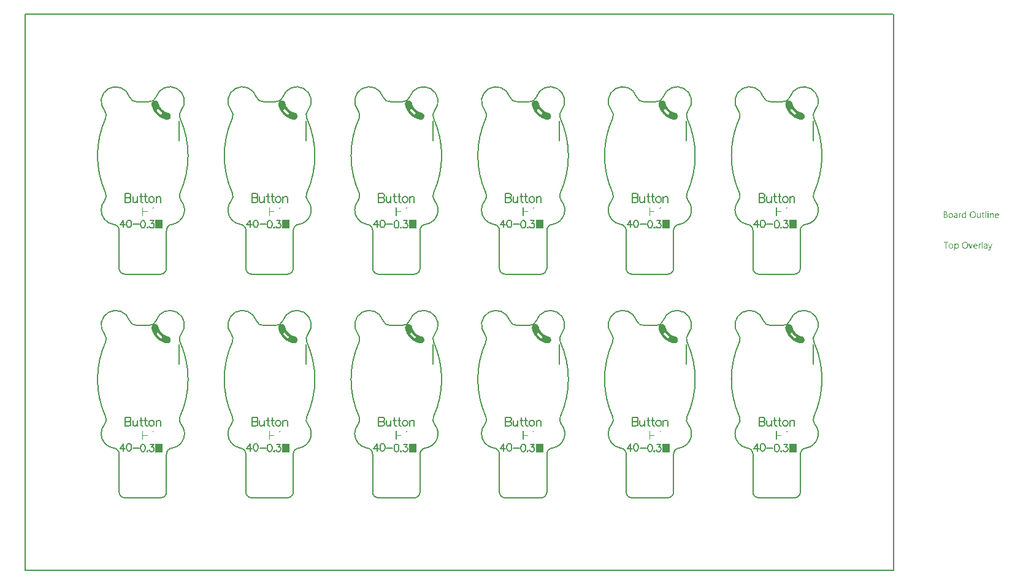
<source format=gto>
G04*
G04 #@! TF.GenerationSoftware,Altium Limited,Altium Designer,21.9.2 (33)*
G04*
G04 Layer_Color=65535*
%FSAX25Y25*%
%MOIN*%
G70*
G04*
G04 #@! TF.SameCoordinates,9F9AC68D-029E-4633-ADBB-40B06648E365*
G04*
G04*
G04 #@! TF.FilePolarity,Positive*
G04*
G01*
G75*
%ADD17C,0.00787*%
%ADD36C,0.00591*%
%ADD37C,0.00630*%
%ADD38R,0.04409X0.04627*%
G36*
X0395557Y0235467D02*
X0395674Y0235457D01*
X0395791Y0235439D01*
X0395905Y0235414D01*
X0396018Y0235383D01*
X0396129Y0235345D01*
X0396238Y0235300D01*
X0396343Y0235248D01*
X0396446Y0235191D01*
X0396544Y0235127D01*
X0396639Y0235057D01*
X0396729Y0234982D01*
X0396814Y0234902D01*
X0396895Y0234816D01*
X0396970Y0234726D01*
X0397040Y0234631D01*
X0397103Y0234533D01*
X0397161Y0234431D01*
X0397212Y0234325D01*
X0397257Y0234217D01*
X0397296Y0234106D01*
X0397327Y0233993D01*
X0397331Y0233976D01*
X0397331D01*
X0397379Y0233782D01*
X0397441Y0233565D01*
X0397511Y0233349D01*
X0397587Y0233136D01*
X0397670Y0232926D01*
X0397760Y0232718D01*
X0397857Y0232513D01*
X0397960Y0232312D01*
X0398070Y0232114D01*
X0398186Y0231920D01*
X0398309Y0231730D01*
X0398438Y0231544D01*
X0398573Y0231362D01*
X0398713Y0231185D01*
X0398860Y0231012D01*
X0399012Y0230845D01*
X0399169Y0230682D01*
X0399332Y0230525D01*
X0399499Y0230373D01*
X0399672Y0230226D01*
X0399849Y0230086D01*
X0400031Y0229951D01*
X0400217Y0229822D01*
X0400407Y0229699D01*
X0400601Y0229583D01*
X0400799Y0229473D01*
X0401000Y0229370D01*
X0401205Y0229273D01*
X0401413Y0229183D01*
X0401623Y0229100D01*
X0401836Y0229024D01*
X0402052Y0228954D01*
X0402269Y0228892D01*
X0402486Y0228838D01*
X0402486Y0228838D01*
X0402509Y0228833D01*
X0402622Y0228802D01*
X0402733Y0228764D01*
X0402841Y0228718D01*
X0402947Y0228667D01*
X0403049Y0228609D01*
X0403148Y0228546D01*
X0403242Y0228476D01*
X0403332Y0228401D01*
X0403418Y0228321D01*
X0403498Y0228235D01*
X0403574Y0228145D01*
X0403643Y0228050D01*
X0403707Y0227952D01*
X0403764Y0227850D01*
X0403816Y0227744D01*
X0403861Y0227636D01*
X0403899Y0227524D01*
X0403931Y0227411D01*
X0403955Y0227297D01*
X0403973Y0227181D01*
X0403983Y0227064D01*
X0403987Y0226946D01*
X0403983Y0226829D01*
X0403973Y0226712D01*
X0403955Y0226596D01*
X0403931Y0226481D01*
X0403899Y0226368D01*
X0403861Y0226257D01*
X0403816Y0226149D01*
X0403764Y0226043D01*
X0403707Y0225941D01*
X0403643Y0225842D01*
X0403574Y0225748D01*
X0403498Y0225658D01*
X0403418Y0225572D01*
X0403332Y0225492D01*
X0403242Y0225417D01*
X0403148Y0225347D01*
X0403049Y0225283D01*
X0402947Y0225226D01*
X0402841Y0225174D01*
X0402733Y0225129D01*
X0402622Y0225091D01*
X0402509Y0225059D01*
X0402394Y0225035D01*
X0402278Y0225017D01*
X0402161Y0225007D01*
X0402044Y0225003D01*
X0401926Y0225007D01*
X0401809Y0225017D01*
X0401693Y0225035D01*
X0401602Y0225055D01*
X0401602Y0225055D01*
X0401452Y0225090D01*
X0401169Y0225164D01*
X0400889Y0225246D01*
X0400610Y0225336D01*
X0400334Y0225433D01*
X0400061Y0225538D01*
X0399791Y0225650D01*
X0399524Y0225769D01*
X0399260Y0225895D01*
X0399000Y0226029D01*
X0398743Y0226169D01*
X0398490Y0226317D01*
X0398242Y0226471D01*
X0397997Y0226632D01*
X0397758Y0226799D01*
X0397522Y0226973D01*
X0397292Y0227153D01*
X0397066Y0227340D01*
X0396846Y0227532D01*
X0396631Y0227730D01*
X0396421Y0227934D01*
X0396217Y0228144D01*
X0396019Y0228359D01*
X0395827Y0228579D01*
X0395640Y0228805D01*
X0395460Y0229035D01*
X0395286Y0229271D01*
X0395119Y0229510D01*
X0394958Y0229755D01*
X0394804Y0230003D01*
X0394656Y0230256D01*
X0394516Y0230513D01*
X0394382Y0230773D01*
X0394256Y0231037D01*
X0394137Y0231304D01*
X0394025Y0231574D01*
X0393920Y0231847D01*
X0393823Y0232123D01*
X0393733Y0232402D01*
X0393651Y0232682D01*
X0393577Y0232965D01*
X0393550Y0233079D01*
X0393550Y0233079D01*
X0393529Y0233177D01*
X0393511Y0233293D01*
X0393500Y0233410D01*
X0393497Y0233527D01*
X0393500Y0233645D01*
X0393511Y0233762D01*
X0393529Y0233878D01*
X0393553Y0233993D01*
X0393585Y0234106D01*
X0393623Y0234217D01*
X0393668Y0234325D01*
X0393719Y0234431D01*
X0393777Y0234533D01*
X0393841Y0234631D01*
X0393910Y0234726D01*
X0393986Y0234816D01*
X0394066Y0234902D01*
X0394151Y0234982D01*
X0394242Y0235057D01*
X0394336Y0235127D01*
X0394435Y0235191D01*
X0394537Y0235248D01*
X0394643Y0235300D01*
X0394751Y0235345D01*
X0394862Y0235383D01*
X0394975Y0235414D01*
X0395090Y0235439D01*
X0395206Y0235457D01*
X0395323Y0235467D01*
X0395440Y0235471D01*
X0395557Y0235467D01*
D02*
G37*
G36*
X0326660D02*
X0326777Y0235457D01*
X0326893Y0235439D01*
X0327008Y0235414D01*
X0327121Y0235383D01*
X0327232Y0235345D01*
X0327340Y0235300D01*
X0327446Y0235248D01*
X0327548Y0235191D01*
X0327646Y0235127D01*
X0327741Y0235057D01*
X0327831Y0234982D01*
X0327917Y0234902D01*
X0327997Y0234816D01*
X0328072Y0234726D01*
X0328142Y0234631D01*
X0328206Y0234533D01*
X0328263Y0234431D01*
X0328315Y0234325D01*
X0328360Y0234217D01*
X0328398Y0234106D01*
X0328430Y0233993D01*
X0328433Y0233976D01*
X0328433D01*
X0328482Y0233782D01*
X0328544Y0233565D01*
X0328613Y0233349D01*
X0328689Y0233136D01*
X0328772Y0232926D01*
X0328862Y0232718D01*
X0328959Y0232513D01*
X0329063Y0232312D01*
X0329172Y0232114D01*
X0329289Y0231920D01*
X0329411Y0231730D01*
X0329540Y0231544D01*
X0329675Y0231362D01*
X0329816Y0231185D01*
X0329962Y0231012D01*
X0330114Y0230845D01*
X0330272Y0230682D01*
X0330434Y0230525D01*
X0330602Y0230373D01*
X0330774Y0230226D01*
X0330952Y0230086D01*
X0331133Y0229951D01*
X0331319Y0229822D01*
X0331510Y0229699D01*
X0331704Y0229583D01*
X0331902Y0229473D01*
X0332103Y0229370D01*
X0332307Y0229273D01*
X0332515Y0229183D01*
X0332726Y0229100D01*
X0332939Y0229024D01*
X0333154Y0228954D01*
X0333372Y0228892D01*
X0333588Y0228838D01*
X0333588Y0228838D01*
X0333611Y0228833D01*
X0333724Y0228802D01*
X0333835Y0228764D01*
X0333944Y0228718D01*
X0334049Y0228667D01*
X0334152Y0228609D01*
X0334250Y0228546D01*
X0334345Y0228476D01*
X0334435Y0228401D01*
X0334520Y0228321D01*
X0334601Y0228235D01*
X0334676Y0228145D01*
X0334745Y0228050D01*
X0334809Y0227952D01*
X0334867Y0227850D01*
X0334918Y0227744D01*
X0334963Y0227636D01*
X0335001Y0227524D01*
X0335033Y0227411D01*
X0335058Y0227297D01*
X0335075Y0227181D01*
X0335086Y0227064D01*
X0335089Y0226946D01*
X0335086Y0226829D01*
X0335075Y0226712D01*
X0335058Y0226596D01*
X0335033Y0226481D01*
X0335001Y0226368D01*
X0334963Y0226257D01*
X0334918Y0226149D01*
X0334867Y0226043D01*
X0334809Y0225941D01*
X0334745Y0225842D01*
X0334676Y0225748D01*
X0334601Y0225658D01*
X0334520Y0225572D01*
X0334435Y0225492D01*
X0334345Y0225417D01*
X0334250Y0225347D01*
X0334152Y0225283D01*
X0334049Y0225226D01*
X0333944Y0225174D01*
X0333835Y0225129D01*
X0333724Y0225091D01*
X0333611Y0225059D01*
X0333496Y0225035D01*
X0333380Y0225017D01*
X0333263Y0225007D01*
X0333146Y0225003D01*
X0333029Y0225007D01*
X0332912Y0225017D01*
X0332796Y0225035D01*
X0332704Y0225055D01*
X0332704Y0225055D01*
X0332555Y0225090D01*
X0332272Y0225164D01*
X0331991Y0225246D01*
X0331713Y0225336D01*
X0331437Y0225433D01*
X0331164Y0225538D01*
X0330893Y0225650D01*
X0330626Y0225769D01*
X0330362Y0225895D01*
X0330102Y0226029D01*
X0329845Y0226169D01*
X0329593Y0226317D01*
X0329344Y0226471D01*
X0329100Y0226632D01*
X0328860Y0226799D01*
X0328625Y0226973D01*
X0328394Y0227153D01*
X0328169Y0227340D01*
X0327948Y0227532D01*
X0327733Y0227730D01*
X0327524Y0227934D01*
X0327320Y0228144D01*
X0327121Y0228359D01*
X0326929Y0228579D01*
X0326743Y0228805D01*
X0326562Y0229035D01*
X0326389Y0229271D01*
X0326221Y0229510D01*
X0326060Y0229755D01*
X0325906Y0230003D01*
X0325759Y0230256D01*
X0325618Y0230513D01*
X0325485Y0230773D01*
X0325358Y0231037D01*
X0325239Y0231304D01*
X0325127Y0231574D01*
X0325022Y0231847D01*
X0324925Y0232123D01*
X0324836Y0232402D01*
X0324754Y0232682D01*
X0324679Y0232965D01*
X0324653Y0233079D01*
X0324652Y0233079D01*
X0324631Y0233177D01*
X0324613Y0233293D01*
X0324603Y0233410D01*
X0324599Y0233527D01*
X0324603Y0233645D01*
X0324613Y0233762D01*
X0324631Y0233878D01*
X0324656Y0233993D01*
X0324687Y0234106D01*
X0324726Y0234217D01*
X0324770Y0234325D01*
X0324822Y0234431D01*
X0324879Y0234533D01*
X0324943Y0234631D01*
X0325013Y0234726D01*
X0325088Y0234816D01*
X0325168Y0234902D01*
X0325254Y0234982D01*
X0325344Y0235057D01*
X0325439Y0235127D01*
X0325537Y0235191D01*
X0325639Y0235248D01*
X0325745Y0235300D01*
X0325853Y0235345D01*
X0325964Y0235383D01*
X0326078Y0235414D01*
X0326192Y0235439D01*
X0326308Y0235457D01*
X0326425Y0235467D01*
X0326542Y0235471D01*
X0326660Y0235467D01*
D02*
G37*
G36*
X0257762D02*
X0257879Y0235457D01*
X0257995Y0235439D01*
X0258110Y0235414D01*
X0258223Y0235383D01*
X0258334Y0235345D01*
X0258442Y0235300D01*
X0258548Y0235248D01*
X0258650Y0235191D01*
X0258749Y0235127D01*
X0258843Y0235057D01*
X0258934Y0234982D01*
X0259019Y0234902D01*
X0259100Y0234816D01*
X0259175Y0234726D01*
X0259244Y0234631D01*
X0259308Y0234533D01*
X0259366Y0234431D01*
X0259417Y0234325D01*
X0259462Y0234217D01*
X0259500Y0234106D01*
X0259532Y0233993D01*
X0259535Y0233976D01*
X0259535D01*
X0259584Y0233782D01*
X0259646Y0233565D01*
X0259715Y0233349D01*
X0259792Y0233136D01*
X0259875Y0232926D01*
X0259965Y0232718D01*
X0260062Y0232513D01*
X0260165Y0232312D01*
X0260275Y0232114D01*
X0260391Y0231920D01*
X0260514Y0231730D01*
X0260643Y0231544D01*
X0260777Y0231362D01*
X0260918Y0231185D01*
X0261065Y0231012D01*
X0261216Y0230845D01*
X0261374Y0230682D01*
X0261537Y0230525D01*
X0261704Y0230373D01*
X0261877Y0230226D01*
X0262054Y0230086D01*
X0262236Y0229951D01*
X0262422Y0229822D01*
X0262612Y0229699D01*
X0262806Y0229583D01*
X0263004Y0229473D01*
X0263205Y0229370D01*
X0263410Y0229273D01*
X0263617Y0229183D01*
X0263828Y0229100D01*
X0264041Y0229024D01*
X0264257Y0228954D01*
X0264474Y0228892D01*
X0264690Y0228838D01*
X0264690Y0228838D01*
X0264714Y0228833D01*
X0264827Y0228802D01*
X0264938Y0228764D01*
X0265046Y0228718D01*
X0265152Y0228667D01*
X0265254Y0228609D01*
X0265352Y0228546D01*
X0265447Y0228476D01*
X0265537Y0228401D01*
X0265623Y0228321D01*
X0265703Y0228235D01*
X0265778Y0228145D01*
X0265848Y0228050D01*
X0265912Y0227952D01*
X0265969Y0227850D01*
X0266021Y0227744D01*
X0266066Y0227636D01*
X0266104Y0227524D01*
X0266135Y0227411D01*
X0266160Y0227297D01*
X0266178Y0227181D01*
X0266188Y0227064D01*
X0266192Y0226946D01*
X0266188Y0226829D01*
X0266178Y0226712D01*
X0266160Y0226596D01*
X0266135Y0226481D01*
X0266104Y0226368D01*
X0266066Y0226257D01*
X0266021Y0226149D01*
X0265969Y0226043D01*
X0265912Y0225941D01*
X0265848Y0225842D01*
X0265778Y0225748D01*
X0265703Y0225658D01*
X0265623Y0225572D01*
X0265537Y0225492D01*
X0265447Y0225417D01*
X0265352Y0225347D01*
X0265254Y0225283D01*
X0265152Y0225226D01*
X0265046Y0225174D01*
X0264938Y0225129D01*
X0264827Y0225091D01*
X0264714Y0225059D01*
X0264599Y0225035D01*
X0264483Y0225017D01*
X0264366Y0225007D01*
X0264248Y0225003D01*
X0264131Y0225007D01*
X0264014Y0225017D01*
X0263898Y0225035D01*
X0263806Y0225055D01*
X0263807Y0225055D01*
X0263657Y0225090D01*
X0263374Y0225164D01*
X0263093Y0225246D01*
X0262815Y0225336D01*
X0262539Y0225433D01*
X0262266Y0225538D01*
X0261996Y0225650D01*
X0261728Y0225769D01*
X0261465Y0225895D01*
X0261204Y0226029D01*
X0260948Y0226169D01*
X0260695Y0226317D01*
X0260447Y0226471D01*
X0260202Y0226632D01*
X0259962Y0226799D01*
X0259727Y0226973D01*
X0259497Y0227153D01*
X0259271Y0227340D01*
X0259051Y0227532D01*
X0258836Y0227730D01*
X0258626Y0227934D01*
X0258422Y0228144D01*
X0258224Y0228359D01*
X0258031Y0228579D01*
X0257845Y0228805D01*
X0257665Y0229035D01*
X0257491Y0229271D01*
X0257324Y0229510D01*
X0257163Y0229755D01*
X0257008Y0230003D01*
X0256861Y0230256D01*
X0256720Y0230513D01*
X0256587Y0230773D01*
X0256461Y0231037D01*
X0256341Y0231304D01*
X0256229Y0231574D01*
X0256125Y0231847D01*
X0256028Y0232123D01*
X0255938Y0232402D01*
X0255856Y0232682D01*
X0255782Y0232965D01*
X0255755Y0233079D01*
X0255754Y0233079D01*
X0255733Y0233177D01*
X0255716Y0233293D01*
X0255705Y0233410D01*
X0255702Y0233527D01*
X0255705Y0233645D01*
X0255716Y0233762D01*
X0255733Y0233878D01*
X0255758Y0233993D01*
X0255789Y0234106D01*
X0255828Y0234217D01*
X0255873Y0234325D01*
X0255924Y0234431D01*
X0255982Y0234533D01*
X0256046Y0234631D01*
X0256115Y0234726D01*
X0256190Y0234816D01*
X0256271Y0234902D01*
X0256356Y0234982D01*
X0256446Y0235057D01*
X0256541Y0235127D01*
X0256640Y0235191D01*
X0256742Y0235248D01*
X0256847Y0235300D01*
X0256956Y0235345D01*
X0257067Y0235383D01*
X0257180Y0235414D01*
X0257295Y0235439D01*
X0257411Y0235457D01*
X0257528Y0235467D01*
X0257645Y0235471D01*
X0257762Y0235467D01*
D02*
G37*
G36*
X0188865D02*
X0188982Y0235457D01*
X0189098Y0235439D01*
X0189212Y0235414D01*
X0189325Y0235383D01*
X0189436Y0235345D01*
X0189545Y0235300D01*
X0189650Y0235248D01*
X0189753Y0235191D01*
X0189851Y0235127D01*
X0189946Y0235057D01*
X0190036Y0234982D01*
X0190121Y0234902D01*
X0190202Y0234816D01*
X0190277Y0234726D01*
X0190347Y0234631D01*
X0190410Y0234533D01*
X0190468Y0234431D01*
X0190519Y0234325D01*
X0190564Y0234217D01*
X0190603Y0234106D01*
X0190634Y0233993D01*
X0190638Y0233976D01*
X0190638D01*
X0190686Y0233782D01*
X0190749Y0233565D01*
X0190818Y0233349D01*
X0190894Y0233136D01*
X0190977Y0232926D01*
X0191067Y0232718D01*
X0191164Y0232513D01*
X0191267Y0232312D01*
X0191377Y0232114D01*
X0191493Y0231920D01*
X0191616Y0231730D01*
X0191745Y0231544D01*
X0191880Y0231362D01*
X0192020Y0231185D01*
X0192167Y0231012D01*
X0192319Y0230845D01*
X0192476Y0230682D01*
X0192639Y0230525D01*
X0192806Y0230373D01*
X0192979Y0230226D01*
X0193156Y0230086D01*
X0193338Y0229951D01*
X0193524Y0229822D01*
X0193714Y0229699D01*
X0193909Y0229583D01*
X0194106Y0229473D01*
X0194308Y0229370D01*
X0194512Y0229273D01*
X0194720Y0229183D01*
X0194930Y0229100D01*
X0195143Y0229024D01*
X0195359Y0228954D01*
X0195576Y0228892D01*
X0195793Y0228838D01*
X0195793Y0228838D01*
X0195816Y0228833D01*
X0195929Y0228802D01*
X0196040Y0228764D01*
X0196148Y0228718D01*
X0196254Y0228667D01*
X0196356Y0228609D01*
X0196455Y0228546D01*
X0196549Y0228476D01*
X0196640Y0228401D01*
X0196725Y0228321D01*
X0196806Y0228235D01*
X0196881Y0228145D01*
X0196950Y0228050D01*
X0197014Y0227952D01*
X0197072Y0227850D01*
X0197123Y0227744D01*
X0197168Y0227636D01*
X0197206Y0227524D01*
X0197238Y0227411D01*
X0197262Y0227297D01*
X0197280Y0227181D01*
X0197291Y0227064D01*
X0197294Y0226946D01*
X0197291Y0226829D01*
X0197280Y0226712D01*
X0197262Y0226596D01*
X0197238Y0226481D01*
X0197206Y0226368D01*
X0197168Y0226257D01*
X0197123Y0226149D01*
X0197072Y0226043D01*
X0197014Y0225941D01*
X0196950Y0225842D01*
X0196881Y0225748D01*
X0196806Y0225658D01*
X0196725Y0225572D01*
X0196640Y0225492D01*
X0196549Y0225417D01*
X0196455Y0225347D01*
X0196356Y0225283D01*
X0196254Y0225226D01*
X0196148Y0225174D01*
X0196040Y0225129D01*
X0195929Y0225091D01*
X0195816Y0225059D01*
X0195701Y0225035D01*
X0195585Y0225017D01*
X0195468Y0225007D01*
X0195351Y0225003D01*
X0195234Y0225007D01*
X0195117Y0225017D01*
X0195001Y0225035D01*
X0194909Y0225055D01*
X0194909Y0225055D01*
X0194760Y0225090D01*
X0194477Y0225164D01*
X0194196Y0225246D01*
X0193917Y0225336D01*
X0193641Y0225433D01*
X0193368Y0225538D01*
X0193098Y0225650D01*
X0192831Y0225769D01*
X0192567Y0225895D01*
X0192307Y0226029D01*
X0192050Y0226169D01*
X0191797Y0226317D01*
X0191549Y0226471D01*
X0191305Y0226632D01*
X0191065Y0226799D01*
X0190829Y0226973D01*
X0190599Y0227153D01*
X0190373Y0227340D01*
X0190153Y0227532D01*
X0189938Y0227730D01*
X0189728Y0227934D01*
X0189524Y0228144D01*
X0189326Y0228359D01*
X0189134Y0228579D01*
X0188947Y0228805D01*
X0188767Y0229035D01*
X0188593Y0229271D01*
X0188426Y0229510D01*
X0188265Y0229755D01*
X0188111Y0230003D01*
X0187963Y0230256D01*
X0187823Y0230513D01*
X0187689Y0230773D01*
X0187563Y0231037D01*
X0187444Y0231304D01*
X0187332Y0231574D01*
X0187227Y0231847D01*
X0187130Y0232123D01*
X0187040Y0232402D01*
X0186958Y0232682D01*
X0186884Y0232965D01*
X0186857Y0233079D01*
X0186857Y0233079D01*
X0186836Y0233177D01*
X0186818Y0233293D01*
X0186808Y0233410D01*
X0186804Y0233527D01*
X0186808Y0233645D01*
X0186818Y0233762D01*
X0186836Y0233878D01*
X0186860Y0233993D01*
X0186892Y0234106D01*
X0186930Y0234217D01*
X0186975Y0234325D01*
X0187027Y0234431D01*
X0187084Y0234533D01*
X0187148Y0234631D01*
X0187217Y0234726D01*
X0187293Y0234816D01*
X0187373Y0234902D01*
X0187459Y0234982D01*
X0187549Y0235057D01*
X0187643Y0235127D01*
X0187742Y0235191D01*
X0187844Y0235248D01*
X0187950Y0235300D01*
X0188058Y0235345D01*
X0188169Y0235383D01*
X0188282Y0235414D01*
X0188397Y0235439D01*
X0188513Y0235457D01*
X0188630Y0235467D01*
X0188747Y0235471D01*
X0188865Y0235467D01*
D02*
G37*
G36*
X0119967D02*
X0120084Y0235457D01*
X0120200Y0235439D01*
X0120315Y0235414D01*
X0120428Y0235383D01*
X0120539Y0235345D01*
X0120647Y0235300D01*
X0120753Y0235248D01*
X0120855Y0235191D01*
X0120954Y0235127D01*
X0121048Y0235057D01*
X0121138Y0234982D01*
X0121224Y0234902D01*
X0121304Y0234816D01*
X0121379Y0234726D01*
X0121449Y0234631D01*
X0121513Y0234533D01*
X0121571Y0234431D01*
X0121622Y0234325D01*
X0121667Y0234217D01*
X0121705Y0234106D01*
X0121737Y0233993D01*
X0121740Y0233976D01*
X0121740D01*
X0121789Y0233782D01*
X0121851Y0233565D01*
X0121920Y0233349D01*
X0121996Y0233136D01*
X0122080Y0232926D01*
X0122169Y0232718D01*
X0122266Y0232513D01*
X0122370Y0232312D01*
X0122480Y0232114D01*
X0122596Y0231920D01*
X0122719Y0231730D01*
X0122847Y0231544D01*
X0122982Y0231362D01*
X0123123Y0231185D01*
X0123269Y0231012D01*
X0123421Y0230845D01*
X0123579Y0230682D01*
X0123741Y0230525D01*
X0123909Y0230373D01*
X0124082Y0230226D01*
X0124259Y0230086D01*
X0124441Y0229951D01*
X0124627Y0229822D01*
X0124817Y0229699D01*
X0125011Y0229583D01*
X0125209Y0229473D01*
X0125410Y0229370D01*
X0125615Y0229273D01*
X0125822Y0229183D01*
X0126033Y0229100D01*
X0126246Y0229024D01*
X0126461Y0228954D01*
X0126679Y0228892D01*
X0126895Y0228838D01*
X0126895Y0228838D01*
X0126918Y0228833D01*
X0127031Y0228802D01*
X0127142Y0228764D01*
X0127251Y0228718D01*
X0127356Y0228667D01*
X0127459Y0228609D01*
X0127557Y0228546D01*
X0127652Y0228476D01*
X0127742Y0228401D01*
X0127827Y0228321D01*
X0127908Y0228235D01*
X0127983Y0228145D01*
X0128053Y0228050D01*
X0128116Y0227952D01*
X0128174Y0227850D01*
X0128225Y0227744D01*
X0128270Y0227636D01*
X0128309Y0227524D01*
X0128340Y0227411D01*
X0128365Y0227297D01*
X0128382Y0227181D01*
X0128393Y0227064D01*
X0128397Y0226946D01*
X0128393Y0226829D01*
X0128382Y0226712D01*
X0128365Y0226596D01*
X0128340Y0226481D01*
X0128309Y0226368D01*
X0128270Y0226257D01*
X0128225Y0226149D01*
X0128174Y0226043D01*
X0128116Y0225941D01*
X0128053Y0225842D01*
X0127983Y0225748D01*
X0127908Y0225658D01*
X0127827Y0225572D01*
X0127742Y0225492D01*
X0127652Y0225417D01*
X0127557Y0225347D01*
X0127459Y0225283D01*
X0127356Y0225226D01*
X0127251Y0225174D01*
X0127142Y0225129D01*
X0127031Y0225091D01*
X0126918Y0225059D01*
X0126804Y0225035D01*
X0126687Y0225017D01*
X0126570Y0225007D01*
X0126453Y0225003D01*
X0126336Y0225007D01*
X0126219Y0225017D01*
X0126103Y0225035D01*
X0126011Y0225055D01*
X0126011Y0225055D01*
X0125862Y0225090D01*
X0125579Y0225164D01*
X0125298Y0225246D01*
X0125020Y0225336D01*
X0124744Y0225433D01*
X0124471Y0225538D01*
X0124200Y0225650D01*
X0123933Y0225769D01*
X0123669Y0225895D01*
X0123409Y0226029D01*
X0123152Y0226169D01*
X0122900Y0226317D01*
X0122651Y0226471D01*
X0122407Y0226632D01*
X0122167Y0226799D01*
X0121932Y0226973D01*
X0121701Y0227153D01*
X0121476Y0227340D01*
X0121255Y0227532D01*
X0121040Y0227730D01*
X0120831Y0227934D01*
X0120627Y0228144D01*
X0120428Y0228359D01*
X0120236Y0228579D01*
X0120050Y0228805D01*
X0119869Y0229035D01*
X0119696Y0229271D01*
X0119528Y0229510D01*
X0119367Y0229755D01*
X0119213Y0230003D01*
X0119066Y0230256D01*
X0118925Y0230513D01*
X0118792Y0230773D01*
X0118665Y0231037D01*
X0118546Y0231304D01*
X0118434Y0231574D01*
X0118330Y0231847D01*
X0118232Y0232123D01*
X0118143Y0232402D01*
X0118061Y0232682D01*
X0117986Y0232965D01*
X0117960Y0233079D01*
X0117959Y0233079D01*
X0117938Y0233177D01*
X0117920Y0233293D01*
X0117910Y0233410D01*
X0117906Y0233527D01*
X0117910Y0233645D01*
X0117920Y0233762D01*
X0117938Y0233878D01*
X0117963Y0233993D01*
X0117994Y0234106D01*
X0118033Y0234217D01*
X0118078Y0234325D01*
X0118129Y0234431D01*
X0118187Y0234533D01*
X0118250Y0234631D01*
X0118320Y0234726D01*
X0118395Y0234816D01*
X0118475Y0234902D01*
X0118561Y0234982D01*
X0118651Y0235057D01*
X0118746Y0235127D01*
X0118844Y0235191D01*
X0118947Y0235248D01*
X0119052Y0235300D01*
X0119161Y0235345D01*
X0119272Y0235383D01*
X0119385Y0235414D01*
X0119499Y0235439D01*
X0119615Y0235457D01*
X0119732Y0235467D01*
X0119850Y0235471D01*
X0119967Y0235467D01*
D02*
G37*
G36*
X0051069D02*
X0051186Y0235457D01*
X0051302Y0235439D01*
X0051417Y0235414D01*
X0051530Y0235383D01*
X0051641Y0235345D01*
X0051750Y0235300D01*
X0051855Y0235248D01*
X0051957Y0235191D01*
X0052056Y0235127D01*
X0052151Y0235057D01*
X0052241Y0234982D01*
X0052326Y0234902D01*
X0052407Y0234816D01*
X0052482Y0234726D01*
X0052552Y0234631D01*
X0052615Y0234533D01*
X0052673Y0234431D01*
X0052724Y0234325D01*
X0052769Y0234217D01*
X0052807Y0234106D01*
X0052839Y0233993D01*
X0052842Y0233976D01*
X0052843D01*
X0052891Y0233782D01*
X0052953Y0233565D01*
X0053022Y0233349D01*
X0053099Y0233136D01*
X0053182Y0232926D01*
X0053272Y0232718D01*
X0053369Y0232513D01*
X0053472Y0232312D01*
X0053582Y0232114D01*
X0053698Y0231920D01*
X0053821Y0231730D01*
X0053950Y0231544D01*
X0054084Y0231362D01*
X0054225Y0231185D01*
X0054372Y0231012D01*
X0054524Y0230845D01*
X0054681Y0230682D01*
X0054844Y0230525D01*
X0055011Y0230373D01*
X0055184Y0230226D01*
X0055361Y0230086D01*
X0055543Y0229951D01*
X0055729Y0229822D01*
X0055919Y0229699D01*
X0056113Y0229583D01*
X0056311Y0229473D01*
X0056512Y0229370D01*
X0056717Y0229273D01*
X0056925Y0229183D01*
X0057135Y0229100D01*
X0057348Y0229024D01*
X0057564Y0228954D01*
X0057781Y0228892D01*
X0057998Y0228838D01*
X0057998Y0228838D01*
X0058021Y0228833D01*
X0058134Y0228802D01*
X0058245Y0228764D01*
X0058353Y0228718D01*
X0058459Y0228667D01*
X0058561Y0228609D01*
X0058660Y0228546D01*
X0058754Y0228476D01*
X0058844Y0228401D01*
X0058930Y0228321D01*
X0059010Y0228235D01*
X0059085Y0228145D01*
X0059155Y0228050D01*
X0059219Y0227952D01*
X0059276Y0227850D01*
X0059328Y0227744D01*
X0059373Y0227636D01*
X0059411Y0227524D01*
X0059443Y0227411D01*
X0059467Y0227297D01*
X0059485Y0227181D01*
X0059495Y0227064D01*
X0059499Y0226946D01*
X0059495Y0226829D01*
X0059485Y0226712D01*
X0059467Y0226596D01*
X0059443Y0226481D01*
X0059411Y0226368D01*
X0059373Y0226257D01*
X0059328Y0226149D01*
X0059276Y0226043D01*
X0059219Y0225941D01*
X0059155Y0225842D01*
X0059085Y0225748D01*
X0059010Y0225658D01*
X0058930Y0225572D01*
X0058844Y0225492D01*
X0058754Y0225417D01*
X0058660Y0225347D01*
X0058561Y0225283D01*
X0058459Y0225226D01*
X0058353Y0225174D01*
X0058245Y0225129D01*
X0058134Y0225091D01*
X0058021Y0225059D01*
X0057906Y0225035D01*
X0057790Y0225017D01*
X0057673Y0225007D01*
X0057556Y0225003D01*
X0057438Y0225007D01*
X0057321Y0225017D01*
X0057205Y0225035D01*
X0057113Y0225055D01*
X0057114Y0225055D01*
X0056964Y0225090D01*
X0056681Y0225164D01*
X0056401Y0225246D01*
X0056122Y0225336D01*
X0055846Y0225433D01*
X0055573Y0225538D01*
X0055303Y0225650D01*
X0055036Y0225769D01*
X0054772Y0225895D01*
X0054511Y0226029D01*
X0054255Y0226169D01*
X0054002Y0226317D01*
X0053754Y0226471D01*
X0053509Y0226632D01*
X0053269Y0226799D01*
X0053034Y0226973D01*
X0052804Y0227153D01*
X0052578Y0227340D01*
X0052358Y0227532D01*
X0052143Y0227730D01*
X0051933Y0227934D01*
X0051729Y0228144D01*
X0051531Y0228359D01*
X0051338Y0228579D01*
X0051152Y0228805D01*
X0050972Y0229035D01*
X0050798Y0229271D01*
X0050631Y0229510D01*
X0050470Y0229755D01*
X0050316Y0230003D01*
X0050168Y0230256D01*
X0050028Y0230513D01*
X0049894Y0230773D01*
X0049768Y0231037D01*
X0049648Y0231304D01*
X0049536Y0231574D01*
X0049432Y0231847D01*
X0049335Y0232123D01*
X0049245Y0232402D01*
X0049163Y0232682D01*
X0049089Y0232965D01*
X0049062Y0233079D01*
X0049062Y0233079D01*
X0049040Y0233177D01*
X0049023Y0233293D01*
X0049012Y0233410D01*
X0049009Y0233527D01*
X0049012Y0233645D01*
X0049023Y0233762D01*
X0049040Y0233878D01*
X0049065Y0233993D01*
X0049097Y0234106D01*
X0049135Y0234217D01*
X0049180Y0234325D01*
X0049231Y0234431D01*
X0049289Y0234533D01*
X0049353Y0234631D01*
X0049422Y0234726D01*
X0049497Y0234816D01*
X0049578Y0234902D01*
X0049663Y0234982D01*
X0049754Y0235057D01*
X0049848Y0235127D01*
X0049947Y0235191D01*
X0050049Y0235248D01*
X0050155Y0235300D01*
X0050263Y0235345D01*
X0050374Y0235383D01*
X0050487Y0235414D01*
X0050602Y0235439D01*
X0050718Y0235457D01*
X0050835Y0235467D01*
X0050952Y0235471D01*
X0051069Y0235467D01*
D02*
G37*
G36*
X0503737Y0175374D02*
X0503761D01*
X0503817Y0175349D01*
X0503848Y0175330D01*
X0503879Y0175306D01*
X0503885Y0175300D01*
X0503891Y0175293D01*
X0503922Y0175256D01*
X0503947Y0175194D01*
X0503953Y0175157D01*
X0503960Y0175120D01*
Y0175114D01*
Y0175101D01*
X0503953Y0175083D01*
X0503947Y0175058D01*
X0503929Y0174996D01*
X0503904Y0174965D01*
X0503879Y0174934D01*
X0503873D01*
X0503867Y0174922D01*
X0503829Y0174897D01*
X0503774Y0174872D01*
X0503737Y0174866D01*
X0503699Y0174860D01*
X0503681D01*
X0503662Y0174866D01*
X0503638D01*
X0503576Y0174891D01*
X0503545Y0174903D01*
X0503514Y0174928D01*
Y0174934D01*
X0503501Y0174941D01*
X0503489Y0174959D01*
X0503477Y0174978D01*
X0503452Y0175040D01*
X0503446Y0175077D01*
X0503440Y0175120D01*
Y0175126D01*
Y0175138D01*
X0503446Y0175157D01*
X0503452Y0175188D01*
X0503471Y0175244D01*
X0503489Y0175275D01*
X0503514Y0175306D01*
X0503520Y0175312D01*
X0503526Y0175318D01*
X0503563Y0175343D01*
X0503625Y0175368D01*
X0503662Y0175380D01*
X0503718D01*
X0503737Y0175374D01*
D02*
G37*
G36*
X0491747Y0171709D02*
X0491344D01*
Y0172130D01*
X0491332D01*
Y0172124D01*
X0491320Y0172112D01*
X0491301Y0172087D01*
X0491282Y0172056D01*
X0491251Y0172019D01*
X0491214Y0171982D01*
X0491171Y0171938D01*
X0491121Y0171895D01*
X0491066Y0171845D01*
X0490998Y0171802D01*
X0490930Y0171765D01*
X0490849Y0171728D01*
X0490769Y0171697D01*
X0490676Y0171672D01*
X0490577Y0171660D01*
X0490472Y0171654D01*
X0490428D01*
X0490391Y0171660D01*
X0490354Y0171666D01*
X0490304Y0171672D01*
X0490199Y0171697D01*
X0490075Y0171734D01*
X0489952Y0171796D01*
X0489883Y0171833D01*
X0489828Y0171876D01*
X0489766Y0171932D01*
X0489710Y0171988D01*
Y0171994D01*
X0489698Y0172006D01*
X0489685Y0172025D01*
X0489667Y0172050D01*
X0489648Y0172081D01*
X0489623Y0172124D01*
X0489599Y0172174D01*
X0489574Y0172229D01*
X0489543Y0172291D01*
X0489518Y0172359D01*
X0489494Y0172433D01*
X0489475Y0172514D01*
X0489456Y0172601D01*
X0489444Y0172700D01*
X0489438Y0172799D01*
X0489432Y0172904D01*
Y0172910D01*
Y0172929D01*
Y0172966D01*
X0489438Y0173009D01*
X0489444Y0173059D01*
X0489450Y0173121D01*
X0489456Y0173189D01*
X0489469Y0173263D01*
X0489506Y0173424D01*
X0489562Y0173591D01*
X0489599Y0173671D01*
X0489642Y0173752D01*
X0489685Y0173826D01*
X0489741Y0173900D01*
X0489747Y0173907D01*
X0489753Y0173919D01*
X0489772Y0173938D01*
X0489797Y0173962D01*
X0489828Y0173987D01*
X0489871Y0174018D01*
X0489914Y0174055D01*
X0489964Y0174092D01*
X0490088Y0174161D01*
X0490230Y0174222D01*
X0490310Y0174241D01*
X0490397Y0174259D01*
X0490484Y0174272D01*
X0490583Y0174278D01*
X0490632D01*
X0490670Y0174272D01*
X0490707Y0174266D01*
X0490756Y0174259D01*
X0490868Y0174229D01*
X0490991Y0174179D01*
X0491053Y0174148D01*
X0491115Y0174105D01*
X0491177Y0174062D01*
X0491233Y0174006D01*
X0491282Y0173944D01*
X0491332Y0173870D01*
X0491344D01*
Y0175429D01*
X0491747D01*
Y0171709D01*
D02*
G37*
G36*
X0506015Y0174272D02*
X0506089Y0174266D01*
X0506182Y0174247D01*
X0506281Y0174216D01*
X0506386Y0174167D01*
X0506491Y0174099D01*
X0506534Y0174062D01*
X0506578Y0174012D01*
X0506590Y0174000D01*
X0506615Y0173962D01*
X0506646Y0173900D01*
X0506689Y0173814D01*
X0506726Y0173709D01*
X0506764Y0173579D01*
X0506788Y0173424D01*
X0506795Y0173244D01*
Y0171709D01*
X0506392D01*
Y0173139D01*
Y0173145D01*
Y0173176D01*
X0506386Y0173213D01*
Y0173263D01*
X0506374Y0173325D01*
X0506361Y0173393D01*
X0506343Y0173467D01*
X0506318Y0173541D01*
X0506287Y0173616D01*
X0506250Y0173684D01*
X0506200Y0173752D01*
X0506145Y0173814D01*
X0506083Y0173863D01*
X0506002Y0173900D01*
X0505915Y0173932D01*
X0505810Y0173938D01*
X0505798D01*
X0505761Y0173932D01*
X0505705Y0173925D01*
X0505637Y0173907D01*
X0505556Y0173882D01*
X0505470Y0173839D01*
X0505389Y0173783D01*
X0505309Y0173709D01*
X0505303Y0173696D01*
X0505278Y0173671D01*
X0505247Y0173622D01*
X0505210Y0173554D01*
X0505173Y0173473D01*
X0505142Y0173374D01*
X0505117Y0173263D01*
X0505111Y0173139D01*
Y0171709D01*
X0504708D01*
Y0174222D01*
X0505111D01*
Y0173802D01*
X0505123D01*
X0505129Y0173808D01*
X0505136Y0173820D01*
X0505154Y0173845D01*
X0505179Y0173876D01*
X0505204Y0173913D01*
X0505241Y0173950D01*
X0505284Y0173993D01*
X0505334Y0174043D01*
X0505389Y0174086D01*
X0505451Y0174130D01*
X0505519Y0174167D01*
X0505594Y0174204D01*
X0505668Y0174235D01*
X0505755Y0174259D01*
X0505847Y0174272D01*
X0505946Y0174278D01*
X0505984D01*
X0506015Y0174272D01*
D02*
G37*
G36*
X0489017Y0174259D02*
X0489091Y0174253D01*
X0489134Y0174241D01*
X0489165Y0174229D01*
Y0173814D01*
X0489159Y0173820D01*
X0489147Y0173826D01*
X0489122Y0173839D01*
X0489091Y0173857D01*
X0489048Y0173870D01*
X0488992Y0173882D01*
X0488930Y0173888D01*
X0488862Y0173894D01*
X0488850D01*
X0488819Y0173888D01*
X0488769Y0173882D01*
X0488714Y0173863D01*
X0488639Y0173832D01*
X0488571Y0173789D01*
X0488497Y0173727D01*
X0488429Y0173647D01*
X0488423Y0173634D01*
X0488404Y0173603D01*
X0488373Y0173548D01*
X0488342Y0173473D01*
X0488311Y0173381D01*
X0488280Y0173263D01*
X0488262Y0173133D01*
X0488256Y0172984D01*
Y0171709D01*
X0487853D01*
Y0174222D01*
X0488256D01*
Y0173702D01*
X0488268D01*
Y0173709D01*
X0488274Y0173715D01*
X0488286Y0173746D01*
X0488305Y0173795D01*
X0488336Y0173857D01*
X0488367Y0173919D01*
X0488416Y0173987D01*
X0488466Y0174055D01*
X0488528Y0174117D01*
X0488534Y0174123D01*
X0488559Y0174142D01*
X0488596Y0174167D01*
X0488645Y0174191D01*
X0488701Y0174216D01*
X0488769Y0174241D01*
X0488843Y0174259D01*
X0488924Y0174266D01*
X0488980D01*
X0489017Y0174259D01*
D02*
G37*
G36*
X0388976Y0175295D02*
X0391338D01*
Y0174902D01*
X0388976Y0174901D01*
X0388976Y0172736D01*
X0388484Y0172736D01*
Y0177461D01*
X0388976D01*
Y0175295D01*
D02*
G37*
G36*
X0320079D02*
X0322441D01*
Y0174902D01*
X0320079Y0174901D01*
X0320079Y0172736D01*
X0319586Y0172736D01*
Y0177461D01*
X0320079D01*
Y0175295D01*
D02*
G37*
G36*
X0251181D02*
X0253543D01*
Y0174902D01*
X0251181Y0174901D01*
X0251181Y0172736D01*
X0250689Y0172736D01*
Y0177461D01*
X0251181D01*
Y0175295D01*
D02*
G37*
G36*
X0182283D02*
X0184646D01*
Y0174902D01*
X0182283Y0174901D01*
X0182283Y0172736D01*
X0181791Y0172736D01*
Y0177461D01*
X0182283D01*
Y0175295D01*
D02*
G37*
G36*
X0113386D02*
X0115748D01*
Y0174902D01*
X0113386Y0174901D01*
X0113386Y0172736D01*
X0112894Y0172736D01*
Y0177461D01*
X0113386D01*
Y0175295D01*
D02*
G37*
G36*
X0044488D02*
X0046850D01*
Y0174902D01*
X0044488Y0174901D01*
X0044488Y0172736D01*
X0043996Y0172736D01*
Y0177461D01*
X0044488D01*
Y0175295D01*
D02*
G37*
G36*
X0499756Y0171709D02*
X0499354D01*
Y0172105D01*
X0499342D01*
Y0172099D01*
X0499329Y0172087D01*
X0499317Y0172062D01*
X0499292Y0172037D01*
X0499236Y0171963D01*
X0499150Y0171883D01*
X0499100Y0171839D01*
X0499045Y0171796D01*
X0498983Y0171759D01*
X0498908Y0171722D01*
X0498834Y0171697D01*
X0498754Y0171672D01*
X0498661Y0171660D01*
X0498568Y0171654D01*
X0498531D01*
X0498488Y0171660D01*
X0498426Y0171672D01*
X0498357Y0171685D01*
X0498283Y0171709D01*
X0498203Y0171740D01*
X0498122Y0171790D01*
X0498036Y0171845D01*
X0497955Y0171914D01*
X0497881Y0172000D01*
X0497813Y0172105D01*
X0497751Y0172223D01*
X0497708Y0172365D01*
X0497683Y0172532D01*
X0497670Y0172619D01*
Y0172718D01*
Y0174222D01*
X0498067D01*
Y0172780D01*
Y0172774D01*
Y0172749D01*
X0498073Y0172706D01*
X0498079Y0172656D01*
X0498085Y0172594D01*
X0498098Y0172532D01*
X0498116Y0172458D01*
X0498141Y0172384D01*
X0498178Y0172310D01*
X0498215Y0172242D01*
X0498265Y0172174D01*
X0498327Y0172112D01*
X0498395Y0172062D01*
X0498475Y0172025D01*
X0498574Y0171994D01*
X0498679Y0171988D01*
X0498692D01*
X0498729Y0171994D01*
X0498785Y0172000D01*
X0498847Y0172013D01*
X0498927Y0172044D01*
X0499008Y0172081D01*
X0499088Y0172130D01*
X0499162Y0172204D01*
X0499168Y0172217D01*
X0499193Y0172242D01*
X0499224Y0172291D01*
X0499261Y0172359D01*
X0499292Y0172440D01*
X0499323Y0172539D01*
X0499348Y0172650D01*
X0499354Y0172774D01*
Y0174222D01*
X0499756D01*
Y0171709D01*
D02*
G37*
G36*
X0503891D02*
X0503489D01*
Y0174222D01*
X0503891D01*
Y0171709D01*
D02*
G37*
G36*
X0502672D02*
X0502270D01*
Y0175429D01*
X0502672D01*
Y0171709D01*
D02*
G37*
G36*
X0486293Y0174272D02*
X0486349Y0174266D01*
X0486417Y0174247D01*
X0486491Y0174229D01*
X0486572Y0174198D01*
X0486658Y0174161D01*
X0486739Y0174111D01*
X0486819Y0174049D01*
X0486894Y0173975D01*
X0486962Y0173882D01*
X0487017Y0173777D01*
X0487061Y0173653D01*
X0487085Y0173511D01*
X0487098Y0173343D01*
Y0171709D01*
X0486696D01*
Y0172099D01*
X0486683D01*
Y0172093D01*
X0486671Y0172081D01*
X0486658Y0172056D01*
X0486634Y0172031D01*
X0486572Y0171957D01*
X0486491Y0171876D01*
X0486380Y0171796D01*
X0486250Y0171722D01*
X0486169Y0171697D01*
X0486089Y0171672D01*
X0486002Y0171660D01*
X0485910Y0171654D01*
X0485872D01*
X0485848Y0171660D01*
X0485779Y0171666D01*
X0485699Y0171678D01*
X0485600Y0171703D01*
X0485507Y0171734D01*
X0485408Y0171783D01*
X0485321Y0171845D01*
X0485315Y0171858D01*
X0485290Y0171883D01*
X0485253Y0171926D01*
X0485216Y0171988D01*
X0485179Y0172062D01*
X0485142Y0172149D01*
X0485117Y0172254D01*
X0485111Y0172372D01*
Y0172378D01*
Y0172403D01*
X0485117Y0172440D01*
X0485123Y0172483D01*
X0485136Y0172539D01*
X0485154Y0172601D01*
X0485179Y0172669D01*
X0485216Y0172737D01*
X0485259Y0172811D01*
X0485315Y0172885D01*
X0485383Y0172953D01*
X0485464Y0173015D01*
X0485557Y0173077D01*
X0485668Y0173127D01*
X0485792Y0173164D01*
X0485940Y0173195D01*
X0486696Y0173300D01*
Y0173306D01*
Y0173325D01*
X0486689Y0173362D01*
Y0173399D01*
X0486677Y0173449D01*
X0486671Y0173504D01*
X0486634Y0173622D01*
X0486603Y0173678D01*
X0486572Y0173733D01*
X0486528Y0173789D01*
X0486479Y0173839D01*
X0486417Y0173882D01*
X0486349Y0173913D01*
X0486269Y0173932D01*
X0486176Y0173938D01*
X0486132D01*
X0486101Y0173932D01*
X0486058D01*
X0486015Y0173919D01*
X0485903Y0173900D01*
X0485779Y0173863D01*
X0485643Y0173808D01*
X0485569Y0173770D01*
X0485501Y0173733D01*
X0485427Y0173684D01*
X0485358Y0173628D01*
Y0174043D01*
X0485365D01*
X0485377Y0174055D01*
X0485396Y0174068D01*
X0485427Y0174080D01*
X0485458Y0174099D01*
X0485501Y0174117D01*
X0485550Y0174136D01*
X0485606Y0174161D01*
X0485730Y0174204D01*
X0485879Y0174241D01*
X0486039Y0174266D01*
X0486213Y0174278D01*
X0486250D01*
X0486293Y0174272D01*
D02*
G37*
G36*
X0480605Y0175219D02*
X0480648D01*
X0480691Y0175213D01*
X0480790Y0175200D01*
X0480908Y0175170D01*
X0481032Y0175132D01*
X0481149Y0175077D01*
X0481255Y0175002D01*
X0481261D01*
X0481267Y0174990D01*
X0481298Y0174965D01*
X0481341Y0174916D01*
X0481391Y0174848D01*
X0481434Y0174761D01*
X0481477Y0174662D01*
X0481508Y0174550D01*
X0481521Y0174489D01*
Y0174420D01*
Y0174414D01*
Y0174408D01*
Y0174371D01*
X0481515Y0174315D01*
X0481502Y0174247D01*
X0481484Y0174161D01*
X0481453Y0174074D01*
X0481416Y0173987D01*
X0481360Y0173900D01*
X0481354Y0173888D01*
X0481329Y0173863D01*
X0481292Y0173826D01*
X0481242Y0173777D01*
X0481180Y0173727D01*
X0481106Y0173671D01*
X0481013Y0173628D01*
X0480914Y0173585D01*
Y0173579D01*
X0480933D01*
X0480951Y0173573D01*
X0480970Y0173566D01*
X0481038Y0173554D01*
X0481118Y0173529D01*
X0481205Y0173492D01*
X0481298Y0173449D01*
X0481391Y0173387D01*
X0481477Y0173306D01*
X0481490Y0173294D01*
X0481515Y0173263D01*
X0481545Y0173220D01*
X0481589Y0173152D01*
X0481626Y0173065D01*
X0481663Y0172966D01*
X0481688Y0172848D01*
X0481694Y0172718D01*
Y0172712D01*
Y0172700D01*
Y0172675D01*
X0481688Y0172644D01*
X0481682Y0172607D01*
X0481675Y0172564D01*
X0481651Y0172458D01*
X0481614Y0172341D01*
X0481558Y0172217D01*
X0481521Y0172161D01*
X0481477Y0172099D01*
X0481422Y0172044D01*
X0481366Y0171988D01*
X0481360D01*
X0481354Y0171975D01*
X0481335Y0171963D01*
X0481310Y0171944D01*
X0481279Y0171926D01*
X0481236Y0171901D01*
X0481143Y0171852D01*
X0481026Y0171796D01*
X0480889Y0171753D01*
X0480728Y0171722D01*
X0480648Y0171715D01*
X0480555Y0171709D01*
X0479528D01*
Y0175225D01*
X0480574D01*
X0480605Y0175219D01*
D02*
G37*
G36*
X0501100Y0174222D02*
X0501737D01*
Y0173876D01*
X0501100D01*
Y0172458D01*
Y0172446D01*
Y0172415D01*
X0501106Y0172372D01*
X0501112Y0172316D01*
X0501137Y0172198D01*
X0501155Y0172143D01*
X0501186Y0172099D01*
X0501193Y0172093D01*
X0501205Y0172081D01*
X0501224Y0172068D01*
X0501255Y0172050D01*
X0501292Y0172025D01*
X0501341Y0172013D01*
X0501403Y0172000D01*
X0501471Y0171994D01*
X0501496D01*
X0501527Y0172000D01*
X0501564Y0172006D01*
X0501651Y0172031D01*
X0501694Y0172050D01*
X0501737Y0172074D01*
Y0171728D01*
X0501731D01*
X0501713Y0171715D01*
X0501682Y0171709D01*
X0501638Y0171697D01*
X0501582Y0171685D01*
X0501521Y0171672D01*
X0501446Y0171666D01*
X0501360Y0171660D01*
X0501329D01*
X0501298Y0171666D01*
X0501255Y0171672D01*
X0501205Y0171685D01*
X0501149Y0171697D01*
X0501093Y0171722D01*
X0501032Y0171753D01*
X0500970Y0171790D01*
X0500908Y0171839D01*
X0500852Y0171895D01*
X0500803Y0171969D01*
X0500759Y0172050D01*
X0500728Y0172149D01*
X0500703Y0172260D01*
X0500697Y0172390D01*
Y0173876D01*
X0500270D01*
Y0174222D01*
X0500697D01*
Y0174835D01*
X0501100Y0174965D01*
Y0174222D01*
D02*
G37*
G36*
X0508627Y0174272D02*
X0508670Y0174266D01*
X0508713Y0174259D01*
X0508825Y0174241D01*
X0508949Y0174198D01*
X0509072Y0174142D01*
X0509134Y0174105D01*
X0509196Y0174062D01*
X0509252Y0174012D01*
X0509308Y0173956D01*
X0509314Y0173950D01*
X0509320Y0173944D01*
X0509332Y0173925D01*
X0509351Y0173900D01*
X0509370Y0173863D01*
X0509394Y0173826D01*
X0509419Y0173783D01*
X0509444Y0173727D01*
X0509469Y0173665D01*
X0509493Y0173603D01*
X0509518Y0173529D01*
X0509537Y0173449D01*
X0509555Y0173362D01*
X0509568Y0173275D01*
X0509580Y0173176D01*
Y0173071D01*
Y0172861D01*
X0507803D01*
Y0172854D01*
Y0172842D01*
Y0172824D01*
X0507810Y0172792D01*
X0507816Y0172755D01*
Y0172718D01*
X0507834Y0172619D01*
X0507865Y0172520D01*
X0507902Y0172409D01*
X0507958Y0172303D01*
X0508026Y0172211D01*
X0508039Y0172198D01*
X0508064Y0172174D01*
X0508113Y0172143D01*
X0508181Y0172099D01*
X0508268Y0172056D01*
X0508367Y0172025D01*
X0508484Y0172000D01*
X0508621Y0171988D01*
X0508664D01*
X0508695Y0171994D01*
X0508732D01*
X0508775Y0172000D01*
X0508881Y0172025D01*
X0508998Y0172056D01*
X0509128Y0172105D01*
X0509264Y0172174D01*
X0509332Y0172217D01*
X0509401Y0172266D01*
Y0171889D01*
X0509394D01*
X0509388Y0171876D01*
X0509370Y0171870D01*
X0509339Y0171852D01*
X0509308Y0171833D01*
X0509270Y0171815D01*
X0509221Y0171796D01*
X0509171Y0171771D01*
X0509110Y0171746D01*
X0509042Y0171728D01*
X0508893Y0171691D01*
X0508720Y0171666D01*
X0508528Y0171654D01*
X0508478D01*
X0508441Y0171660D01*
X0508398Y0171666D01*
X0508342Y0171672D01*
X0508224Y0171697D01*
X0508088Y0171734D01*
X0507952Y0171796D01*
X0507884Y0171839D01*
X0507816Y0171883D01*
X0507754Y0171932D01*
X0507692Y0171994D01*
X0507686Y0172000D01*
X0507680Y0172013D01*
X0507667Y0172031D01*
X0507643Y0172056D01*
X0507624Y0172093D01*
X0507599Y0172136D01*
X0507568Y0172186D01*
X0507544Y0172242D01*
X0507513Y0172303D01*
X0507488Y0172378D01*
X0507457Y0172458D01*
X0507438Y0172545D01*
X0507420Y0172638D01*
X0507401Y0172737D01*
X0507395Y0172842D01*
X0507389Y0172953D01*
Y0172960D01*
Y0172978D01*
Y0173009D01*
X0507395Y0173053D01*
X0507401Y0173102D01*
X0507407Y0173158D01*
X0507413Y0173226D01*
X0507432Y0173294D01*
X0507469Y0173442D01*
X0507525Y0173603D01*
X0507562Y0173684D01*
X0507612Y0173758D01*
X0507661Y0173839D01*
X0507717Y0173907D01*
X0507723Y0173913D01*
X0507735Y0173925D01*
X0507754Y0173944D01*
X0507779Y0173962D01*
X0507810Y0173993D01*
X0507847Y0174024D01*
X0507896Y0174055D01*
X0507946Y0174092D01*
X0508064Y0174161D01*
X0508206Y0174222D01*
X0508286Y0174241D01*
X0508367Y0174259D01*
X0508453Y0174272D01*
X0508546Y0174278D01*
X0508596D01*
X0508627Y0174272D01*
D02*
G37*
G36*
X0495584Y0175281D02*
X0495646Y0175275D01*
X0495721Y0175262D01*
X0495801Y0175244D01*
X0495888Y0175225D01*
X0495974Y0175200D01*
X0496073Y0175170D01*
X0496166Y0175126D01*
X0496265Y0175077D01*
X0496364Y0175021D01*
X0496457Y0174953D01*
X0496550Y0174879D01*
X0496637Y0174792D01*
X0496643Y0174786D01*
X0496655Y0174767D01*
X0496680Y0174742D01*
X0496705Y0174705D01*
X0496742Y0174656D01*
X0496779Y0174594D01*
X0496816Y0174526D01*
X0496860Y0174451D01*
X0496903Y0174359D01*
X0496940Y0174266D01*
X0496977Y0174161D01*
X0497014Y0174043D01*
X0497039Y0173925D01*
X0497064Y0173795D01*
X0497076Y0173653D01*
X0497082Y0173511D01*
Y0173498D01*
Y0173473D01*
Y0173430D01*
X0497076Y0173368D01*
X0497070Y0173294D01*
X0497058Y0173213D01*
X0497045Y0173121D01*
X0497027Y0173015D01*
X0497002Y0172910D01*
X0496971Y0172799D01*
X0496934Y0172687D01*
X0496890Y0172576D01*
X0496835Y0172458D01*
X0496773Y0172353D01*
X0496705Y0172248D01*
X0496624Y0172149D01*
X0496618Y0172143D01*
X0496606Y0172130D01*
X0496575Y0172105D01*
X0496544Y0172074D01*
X0496494Y0172031D01*
X0496439Y0171994D01*
X0496377Y0171944D01*
X0496303Y0171901D01*
X0496222Y0171858D01*
X0496129Y0171808D01*
X0496030Y0171771D01*
X0495919Y0171734D01*
X0495801Y0171697D01*
X0495677Y0171672D01*
X0495547Y0171660D01*
X0495405Y0171654D01*
X0495374D01*
X0495331Y0171660D01*
X0495281D01*
X0495219Y0171666D01*
X0495145Y0171678D01*
X0495064Y0171697D01*
X0494972Y0171715D01*
X0494879Y0171740D01*
X0494780Y0171771D01*
X0494681Y0171815D01*
X0494582Y0171858D01*
X0494483Y0171914D01*
X0494384Y0171982D01*
X0494291Y0172056D01*
X0494204Y0172143D01*
X0494198Y0172149D01*
X0494185Y0172167D01*
X0494161Y0172192D01*
X0494136Y0172229D01*
X0494099Y0172279D01*
X0494062Y0172341D01*
X0494025Y0172409D01*
X0493981Y0172489D01*
X0493938Y0172576D01*
X0493901Y0172669D01*
X0493864Y0172774D01*
X0493826Y0172892D01*
X0493802Y0173009D01*
X0493777Y0173139D01*
X0493765Y0173282D01*
X0493758Y0173424D01*
Y0173436D01*
Y0173461D01*
X0493765Y0173504D01*
Y0173566D01*
X0493771Y0173634D01*
X0493783Y0173721D01*
X0493795Y0173814D01*
X0493814Y0173913D01*
X0493839Y0174018D01*
X0493870Y0174130D01*
X0493907Y0174241D01*
X0493950Y0174352D01*
X0494006Y0174464D01*
X0494068Y0174575D01*
X0494136Y0174680D01*
X0494216Y0174779D01*
X0494223Y0174786D01*
X0494235Y0174804D01*
X0494266Y0174829D01*
X0494303Y0174860D01*
X0494346Y0174897D01*
X0494402Y0174941D01*
X0494470Y0174984D01*
X0494545Y0175033D01*
X0494631Y0175083D01*
X0494724Y0175126D01*
X0494823Y0175170D01*
X0494935Y0175207D01*
X0495058Y0175238D01*
X0495188Y0175268D01*
X0495324Y0175281D01*
X0495467Y0175287D01*
X0495535D01*
X0495584Y0175281D01*
D02*
G37*
G36*
X0483557Y0174272D02*
X0483601Y0174266D01*
X0483656Y0174259D01*
X0483780Y0174235D01*
X0483922Y0174191D01*
X0484065Y0174130D01*
X0484139Y0174092D01*
X0484207Y0174049D01*
X0484275Y0173993D01*
X0484337Y0173932D01*
X0484343Y0173925D01*
X0484350Y0173913D01*
X0484368Y0173894D01*
X0484387Y0173870D01*
X0484411Y0173832D01*
X0484436Y0173789D01*
X0484467Y0173740D01*
X0484498Y0173684D01*
X0484523Y0173616D01*
X0484554Y0173548D01*
X0484579Y0173467D01*
X0484603Y0173381D01*
X0484622Y0173288D01*
X0484641Y0173189D01*
X0484647Y0173083D01*
X0484653Y0172972D01*
Y0172966D01*
Y0172947D01*
Y0172916D01*
X0484647Y0172873D01*
X0484641Y0172824D01*
X0484634Y0172762D01*
X0484622Y0172700D01*
X0484610Y0172625D01*
X0484572Y0172477D01*
X0484511Y0172316D01*
X0484473Y0172235D01*
X0484424Y0172155D01*
X0484374Y0172081D01*
X0484312Y0172013D01*
X0484306Y0172006D01*
X0484294Y0172000D01*
X0484275Y0171982D01*
X0484250Y0171957D01*
X0484213Y0171932D01*
X0484176Y0171901D01*
X0484127Y0171864D01*
X0484071Y0171833D01*
X0484009Y0171802D01*
X0483941Y0171765D01*
X0483867Y0171734D01*
X0483786Y0171709D01*
X0483700Y0171685D01*
X0483607Y0171672D01*
X0483508Y0171660D01*
X0483402Y0171654D01*
X0483347D01*
X0483310Y0171660D01*
X0483266Y0171666D01*
X0483211Y0171672D01*
X0483149Y0171685D01*
X0483081Y0171697D01*
X0482938Y0171740D01*
X0482790Y0171802D01*
X0482715Y0171839D01*
X0482647Y0171889D01*
X0482579Y0171938D01*
X0482511Y0172000D01*
X0482505Y0172006D01*
X0482499Y0172019D01*
X0482480Y0172037D01*
X0482462Y0172062D01*
X0482437Y0172099D01*
X0482406Y0172143D01*
X0482375Y0172192D01*
X0482350Y0172248D01*
X0482319Y0172316D01*
X0482288Y0172384D01*
X0482257Y0172458D01*
X0482233Y0172545D01*
X0482195Y0172731D01*
X0482189Y0172830D01*
X0482183Y0172935D01*
Y0172941D01*
Y0172966D01*
Y0172997D01*
X0482189Y0173040D01*
X0482195Y0173090D01*
X0482202Y0173152D01*
X0482214Y0173220D01*
X0482226Y0173294D01*
X0482264Y0173455D01*
X0482325Y0173616D01*
X0482369Y0173696D01*
X0482412Y0173777D01*
X0482462Y0173851D01*
X0482523Y0173919D01*
X0482530Y0173925D01*
X0482542Y0173938D01*
X0482561Y0173950D01*
X0482585Y0173975D01*
X0482623Y0174000D01*
X0482666Y0174030D01*
X0482715Y0174068D01*
X0482771Y0174099D01*
X0482833Y0174130D01*
X0482907Y0174167D01*
X0482982Y0174198D01*
X0483068Y0174222D01*
X0483155Y0174247D01*
X0483254Y0174266D01*
X0483359Y0174272D01*
X0483464Y0174278D01*
X0483520D01*
X0483557Y0174272D01*
D02*
G37*
G36*
X0486770Y0157682D02*
X0486813Y0157676D01*
X0486857Y0157670D01*
X0486968Y0157645D01*
X0487092Y0157608D01*
X0487216Y0157546D01*
X0487277Y0157509D01*
X0487339Y0157459D01*
X0487395Y0157410D01*
X0487451Y0157348D01*
X0487457Y0157342D01*
X0487463Y0157335D01*
X0487475Y0157311D01*
X0487494Y0157286D01*
X0487513Y0157255D01*
X0487537Y0157211D01*
X0487562Y0157162D01*
X0487587Y0157113D01*
X0487612Y0157051D01*
X0487637Y0156983D01*
X0487661Y0156908D01*
X0487680Y0156828D01*
X0487711Y0156648D01*
X0487723Y0156549D01*
Y0156444D01*
Y0156438D01*
Y0156419D01*
Y0156382D01*
X0487717Y0156339D01*
Y0156289D01*
X0487705Y0156227D01*
X0487698Y0156159D01*
X0487686Y0156085D01*
X0487649Y0155924D01*
X0487593Y0155757D01*
X0487556Y0155676D01*
X0487519Y0155596D01*
X0487469Y0155516D01*
X0487414Y0155441D01*
X0487407Y0155435D01*
X0487401Y0155423D01*
X0487383Y0155404D01*
X0487358Y0155385D01*
X0487327Y0155354D01*
X0487290Y0155324D01*
X0487247Y0155286D01*
X0487197Y0155255D01*
X0487141Y0155218D01*
X0487079Y0155181D01*
X0486931Y0155125D01*
X0486850Y0155101D01*
X0486770Y0155082D01*
X0486677Y0155070D01*
X0486578Y0155064D01*
X0486528D01*
X0486497Y0155070D01*
X0486454Y0155076D01*
X0486411Y0155088D01*
X0486299Y0155113D01*
X0486182Y0155163D01*
X0486114Y0155200D01*
X0486052Y0155237D01*
X0485990Y0155286D01*
X0485934Y0155342D01*
X0485872Y0155404D01*
X0485823Y0155478D01*
X0485810D01*
Y0153968D01*
X0485408D01*
Y0157632D01*
X0485810D01*
Y0157187D01*
X0485823D01*
X0485829Y0157193D01*
X0485835Y0157211D01*
X0485854Y0157236D01*
X0485879Y0157267D01*
X0485910Y0157304D01*
X0485947Y0157348D01*
X0485990Y0157391D01*
X0486046Y0157441D01*
X0486101Y0157484D01*
X0486163Y0157527D01*
X0486237Y0157571D01*
X0486312Y0157608D01*
X0486399Y0157645D01*
X0486491Y0157670D01*
X0486584Y0157682D01*
X0486689Y0157688D01*
X0486739D01*
X0486770Y0157682D01*
D02*
G37*
G36*
X0499725Y0157670D02*
X0499800Y0157663D01*
X0499843Y0157651D01*
X0499874Y0157639D01*
Y0157224D01*
X0499868Y0157230D01*
X0499856Y0157236D01*
X0499831Y0157249D01*
X0499800Y0157267D01*
X0499756Y0157280D01*
X0499701Y0157292D01*
X0499639Y0157298D01*
X0499571Y0157304D01*
X0499558D01*
X0499528Y0157298D01*
X0499478Y0157292D01*
X0499422Y0157273D01*
X0499348Y0157243D01*
X0499280Y0157199D01*
X0499206Y0157137D01*
X0499137Y0157057D01*
X0499131Y0157044D01*
X0499113Y0157013D01*
X0499082Y0156958D01*
X0499051Y0156884D01*
X0499020Y0156791D01*
X0498989Y0156673D01*
X0498970Y0156543D01*
X0498964Y0156395D01*
Y0155119D01*
X0498562D01*
Y0157632D01*
X0498964D01*
Y0157113D01*
X0498977D01*
Y0157119D01*
X0498983Y0157125D01*
X0498995Y0157156D01*
X0499014Y0157205D01*
X0499045Y0157267D01*
X0499076Y0157329D01*
X0499125Y0157397D01*
X0499175Y0157465D01*
X0499236Y0157527D01*
X0499243Y0157533D01*
X0499267Y0157552D01*
X0499305Y0157577D01*
X0499354Y0157601D01*
X0499410Y0157626D01*
X0499478Y0157651D01*
X0499552Y0157670D01*
X0499633Y0157676D01*
X0499688D01*
X0499725Y0157670D01*
D02*
G37*
G36*
X0504931Y0154717D02*
X0504925Y0154711D01*
X0504919Y0154686D01*
X0504900Y0154643D01*
X0504876Y0154593D01*
X0504845Y0154537D01*
X0504801Y0154469D01*
X0504758Y0154401D01*
X0504708Y0154327D01*
X0504647Y0154253D01*
X0504585Y0154185D01*
X0504510Y0154116D01*
X0504430Y0154061D01*
X0504350Y0154011D01*
X0504257Y0153968D01*
X0504164Y0153943D01*
X0504059Y0153937D01*
X0504003D01*
X0503966Y0153943D01*
X0503885Y0153956D01*
X0503798Y0153974D01*
Y0154333D01*
X0503805D01*
X0503823Y0154327D01*
X0503848Y0154321D01*
X0503879Y0154315D01*
X0503953Y0154296D01*
X0504034Y0154290D01*
X0504046D01*
X0504083Y0154296D01*
X0504139Y0154308D01*
X0504207Y0154333D01*
X0504281Y0154376D01*
X0504319Y0154408D01*
X0504356Y0154445D01*
X0504393Y0154482D01*
X0504430Y0154531D01*
X0504461Y0154587D01*
X0504492Y0154649D01*
X0504696Y0155119D01*
X0503712Y0157632D01*
X0504158D01*
X0504839Y0155695D01*
Y0155689D01*
X0504845Y0155676D01*
X0504851Y0155658D01*
X0504857Y0155633D01*
X0504863Y0155596D01*
X0504876Y0155559D01*
X0504888Y0155503D01*
X0504907D01*
Y0155516D01*
X0504919Y0155553D01*
X0504931Y0155608D01*
X0504956Y0155689D01*
X0505668Y0157632D01*
X0506083D01*
X0504931Y0154717D01*
D02*
G37*
G36*
X0494501Y0155119D02*
X0494105D01*
X0493152Y0157632D01*
X0493591D01*
X0494235Y0155806D01*
X0494241Y0155800D01*
X0494247Y0155775D01*
X0494260Y0155732D01*
X0494272Y0155689D01*
X0494284Y0155633D01*
X0494303Y0155571D01*
X0494322Y0155454D01*
X0494328D01*
Y0155460D01*
X0494334Y0155484D01*
X0494340Y0155522D01*
X0494346Y0155565D01*
X0494359Y0155621D01*
X0494371Y0155676D01*
X0494408Y0155794D01*
X0495077Y0157632D01*
X0495498D01*
X0494501Y0155119D01*
D02*
G37*
G36*
X0502523Y0157682D02*
X0502579Y0157676D01*
X0502647Y0157657D01*
X0502722Y0157639D01*
X0502802Y0157608D01*
X0502889Y0157571D01*
X0502969Y0157521D01*
X0503050Y0157459D01*
X0503124Y0157385D01*
X0503192Y0157292D01*
X0503248Y0157187D01*
X0503291Y0157063D01*
X0503316Y0156921D01*
X0503328Y0156754D01*
Y0155119D01*
X0502926D01*
Y0155509D01*
X0502913D01*
Y0155503D01*
X0502901Y0155491D01*
X0502889Y0155466D01*
X0502864Y0155441D01*
X0502802Y0155367D01*
X0502722Y0155286D01*
X0502610Y0155206D01*
X0502480Y0155132D01*
X0502400Y0155107D01*
X0502319Y0155082D01*
X0502233Y0155070D01*
X0502140Y0155064D01*
X0502103D01*
X0502078Y0155070D01*
X0502010Y0155076D01*
X0501929Y0155088D01*
X0501830Y0155113D01*
X0501737Y0155144D01*
X0501638Y0155194D01*
X0501552Y0155255D01*
X0501545Y0155268D01*
X0501521Y0155293D01*
X0501483Y0155336D01*
X0501446Y0155398D01*
X0501409Y0155472D01*
X0501372Y0155559D01*
X0501347Y0155664D01*
X0501341Y0155782D01*
Y0155788D01*
Y0155813D01*
X0501347Y0155850D01*
X0501354Y0155893D01*
X0501366Y0155949D01*
X0501384Y0156011D01*
X0501409Y0156079D01*
X0501446Y0156147D01*
X0501490Y0156221D01*
X0501545Y0156295D01*
X0501614Y0156363D01*
X0501694Y0156425D01*
X0501787Y0156487D01*
X0501898Y0156537D01*
X0502022Y0156574D01*
X0502171Y0156605D01*
X0502926Y0156710D01*
Y0156716D01*
Y0156735D01*
X0502920Y0156772D01*
Y0156809D01*
X0502907Y0156859D01*
X0502901Y0156914D01*
X0502864Y0157032D01*
X0502833Y0157088D01*
X0502802Y0157143D01*
X0502759Y0157199D01*
X0502709Y0157249D01*
X0502647Y0157292D01*
X0502579Y0157323D01*
X0502499Y0157342D01*
X0502406Y0157348D01*
X0502362D01*
X0502331Y0157342D01*
X0502288D01*
X0502245Y0157329D01*
X0502133Y0157311D01*
X0502010Y0157273D01*
X0501873Y0157218D01*
X0501799Y0157181D01*
X0501731Y0157143D01*
X0501657Y0157094D01*
X0501589Y0157038D01*
Y0157453D01*
X0501595D01*
X0501607Y0157465D01*
X0501626Y0157478D01*
X0501657Y0157490D01*
X0501688Y0157509D01*
X0501731Y0157527D01*
X0501781Y0157546D01*
X0501836Y0157571D01*
X0501960Y0157614D01*
X0502109Y0157651D01*
X0502270Y0157676D01*
X0502443Y0157688D01*
X0502480D01*
X0502523Y0157682D01*
D02*
G37*
G36*
X0500710Y0155119D02*
X0500307D01*
Y0158839D01*
X0500710D01*
Y0155119D01*
D02*
G37*
G36*
X0481966Y0158264D02*
X0480951D01*
Y0155119D01*
X0480543D01*
Y0158264D01*
X0479528D01*
Y0158635D01*
X0481966D01*
Y0158264D01*
D02*
G37*
G36*
X0497002Y0157682D02*
X0497045Y0157676D01*
X0497089Y0157670D01*
X0497200Y0157651D01*
X0497324Y0157608D01*
X0497448Y0157552D01*
X0497509Y0157515D01*
X0497571Y0157472D01*
X0497627Y0157422D01*
X0497683Y0157366D01*
X0497689Y0157360D01*
X0497695Y0157354D01*
X0497708Y0157335D01*
X0497726Y0157311D01*
X0497745Y0157273D01*
X0497769Y0157236D01*
X0497794Y0157193D01*
X0497819Y0157137D01*
X0497844Y0157075D01*
X0497868Y0157013D01*
X0497893Y0156939D01*
X0497912Y0156859D01*
X0497930Y0156772D01*
X0497943Y0156685D01*
X0497955Y0156586D01*
Y0156481D01*
Y0156271D01*
X0496179D01*
Y0156264D01*
Y0156252D01*
Y0156234D01*
X0496185Y0156203D01*
X0496191Y0156165D01*
Y0156128D01*
X0496210Y0156029D01*
X0496241Y0155930D01*
X0496278Y0155819D01*
X0496333Y0155714D01*
X0496402Y0155621D01*
X0496414Y0155608D01*
X0496439Y0155584D01*
X0496488Y0155553D01*
X0496556Y0155509D01*
X0496643Y0155466D01*
X0496742Y0155435D01*
X0496860Y0155410D01*
X0496996Y0155398D01*
X0497039D01*
X0497070Y0155404D01*
X0497107D01*
X0497151Y0155410D01*
X0497256Y0155435D01*
X0497373Y0155466D01*
X0497503Y0155516D01*
X0497640Y0155584D01*
X0497708Y0155627D01*
X0497776Y0155676D01*
Y0155299D01*
X0497769D01*
X0497763Y0155286D01*
X0497745Y0155280D01*
X0497714Y0155262D01*
X0497683Y0155243D01*
X0497646Y0155225D01*
X0497596Y0155206D01*
X0497547Y0155181D01*
X0497485Y0155156D01*
X0497417Y0155138D01*
X0497268Y0155101D01*
X0497095Y0155076D01*
X0496903Y0155064D01*
X0496853D01*
X0496816Y0155070D01*
X0496773Y0155076D01*
X0496717Y0155082D01*
X0496600Y0155107D01*
X0496463Y0155144D01*
X0496327Y0155206D01*
X0496259Y0155249D01*
X0496191Y0155293D01*
X0496129Y0155342D01*
X0496067Y0155404D01*
X0496061Y0155410D01*
X0496055Y0155423D01*
X0496042Y0155441D01*
X0496018Y0155466D01*
X0495999Y0155503D01*
X0495974Y0155546D01*
X0495943Y0155596D01*
X0495919Y0155652D01*
X0495888Y0155714D01*
X0495863Y0155788D01*
X0495832Y0155868D01*
X0495814Y0155955D01*
X0495795Y0156048D01*
X0495776Y0156147D01*
X0495770Y0156252D01*
X0495764Y0156363D01*
Y0156370D01*
Y0156388D01*
Y0156419D01*
X0495770Y0156463D01*
X0495776Y0156512D01*
X0495783Y0156568D01*
X0495789Y0156636D01*
X0495807Y0156704D01*
X0495844Y0156852D01*
X0495900Y0157013D01*
X0495937Y0157094D01*
X0495987Y0157168D01*
X0496036Y0157249D01*
X0496092Y0157317D01*
X0496098Y0157323D01*
X0496111Y0157335D01*
X0496129Y0157354D01*
X0496154Y0157372D01*
X0496185Y0157403D01*
X0496222Y0157434D01*
X0496272Y0157465D01*
X0496321Y0157502D01*
X0496439Y0157571D01*
X0496581Y0157632D01*
X0496662Y0157651D01*
X0496742Y0157670D01*
X0496829Y0157682D01*
X0496921Y0157688D01*
X0496971D01*
X0497002Y0157682D01*
D02*
G37*
G36*
X0491388Y0158691D02*
X0491449Y0158685D01*
X0491524Y0158672D01*
X0491604Y0158654D01*
X0491691Y0158635D01*
X0491778Y0158610D01*
X0491877Y0158580D01*
X0491969Y0158536D01*
X0492068Y0158487D01*
X0492168Y0158431D01*
X0492260Y0158363D01*
X0492353Y0158289D01*
X0492440Y0158202D01*
X0492446Y0158196D01*
X0492458Y0158177D01*
X0492483Y0158152D01*
X0492508Y0158115D01*
X0492545Y0158066D01*
X0492582Y0158004D01*
X0492619Y0157936D01*
X0492663Y0157861D01*
X0492706Y0157769D01*
X0492743Y0157676D01*
X0492780Y0157571D01*
X0492817Y0157453D01*
X0492842Y0157335D01*
X0492867Y0157205D01*
X0492879Y0157063D01*
X0492886Y0156921D01*
Y0156908D01*
Y0156884D01*
Y0156840D01*
X0492879Y0156778D01*
X0492873Y0156704D01*
X0492861Y0156623D01*
X0492848Y0156531D01*
X0492830Y0156425D01*
X0492805Y0156320D01*
X0492774Y0156209D01*
X0492737Y0156097D01*
X0492694Y0155986D01*
X0492638Y0155868D01*
X0492576Y0155763D01*
X0492508Y0155658D01*
X0492427Y0155559D01*
X0492421Y0155553D01*
X0492409Y0155540D01*
X0492378Y0155516D01*
X0492347Y0155484D01*
X0492298Y0155441D01*
X0492242Y0155404D01*
X0492180Y0155354D01*
X0492106Y0155311D01*
X0492025Y0155268D01*
X0491932Y0155218D01*
X0491833Y0155181D01*
X0491722Y0155144D01*
X0491604Y0155107D01*
X0491480Y0155082D01*
X0491351Y0155070D01*
X0491208Y0155064D01*
X0491177D01*
X0491134Y0155070D01*
X0491084D01*
X0491022Y0155076D01*
X0490948Y0155088D01*
X0490868Y0155107D01*
X0490775Y0155125D01*
X0490682Y0155150D01*
X0490583Y0155181D01*
X0490484Y0155225D01*
X0490385Y0155268D01*
X0490286Y0155324D01*
X0490187Y0155392D01*
X0490094Y0155466D01*
X0490007Y0155553D01*
X0490001Y0155559D01*
X0489989Y0155577D01*
X0489964Y0155602D01*
X0489939Y0155639D01*
X0489902Y0155689D01*
X0489865Y0155751D01*
X0489828Y0155819D01*
X0489784Y0155899D01*
X0489741Y0155986D01*
X0489704Y0156079D01*
X0489667Y0156184D01*
X0489630Y0156302D01*
X0489605Y0156419D01*
X0489580Y0156549D01*
X0489568Y0156692D01*
X0489562Y0156834D01*
Y0156846D01*
Y0156871D01*
X0489568Y0156914D01*
Y0156976D01*
X0489574Y0157044D01*
X0489586Y0157131D01*
X0489599Y0157224D01*
X0489617Y0157323D01*
X0489642Y0157428D01*
X0489673Y0157540D01*
X0489710Y0157651D01*
X0489753Y0157762D01*
X0489809Y0157874D01*
X0489871Y0157985D01*
X0489939Y0158090D01*
X0490020Y0158190D01*
X0490026Y0158196D01*
X0490038Y0158214D01*
X0490069Y0158239D01*
X0490106Y0158270D01*
X0490150Y0158307D01*
X0490205Y0158351D01*
X0490273Y0158394D01*
X0490348Y0158443D01*
X0490434Y0158493D01*
X0490527Y0158536D01*
X0490626Y0158580D01*
X0490738Y0158617D01*
X0490861Y0158648D01*
X0490991Y0158679D01*
X0491128Y0158691D01*
X0491270Y0158697D01*
X0491338D01*
X0491388Y0158691D01*
D02*
G37*
G36*
X0483669Y0157682D02*
X0483712Y0157676D01*
X0483768Y0157670D01*
X0483891Y0157645D01*
X0484034Y0157601D01*
X0484176Y0157540D01*
X0484250Y0157502D01*
X0484319Y0157459D01*
X0484387Y0157403D01*
X0484449Y0157342D01*
X0484455Y0157335D01*
X0484461Y0157323D01*
X0484480Y0157304D01*
X0484498Y0157280D01*
X0484523Y0157243D01*
X0484548Y0157199D01*
X0484579Y0157150D01*
X0484610Y0157094D01*
X0484634Y0157026D01*
X0484665Y0156958D01*
X0484690Y0156877D01*
X0484715Y0156791D01*
X0484733Y0156698D01*
X0484752Y0156599D01*
X0484758Y0156493D01*
X0484764Y0156382D01*
Y0156376D01*
Y0156357D01*
Y0156326D01*
X0484758Y0156283D01*
X0484752Y0156234D01*
X0484746Y0156172D01*
X0484733Y0156110D01*
X0484721Y0156035D01*
X0484684Y0155887D01*
X0484622Y0155726D01*
X0484585Y0155646D01*
X0484535Y0155565D01*
X0484486Y0155491D01*
X0484424Y0155423D01*
X0484418Y0155416D01*
X0484405Y0155410D01*
X0484387Y0155392D01*
X0484362Y0155367D01*
X0484325Y0155342D01*
X0484288Y0155311D01*
X0484238Y0155274D01*
X0484182Y0155243D01*
X0484121Y0155212D01*
X0484053Y0155175D01*
X0483978Y0155144D01*
X0483898Y0155119D01*
X0483811Y0155095D01*
X0483718Y0155082D01*
X0483619Y0155070D01*
X0483514Y0155064D01*
X0483458D01*
X0483421Y0155070D01*
X0483378Y0155076D01*
X0483322Y0155082D01*
X0483260Y0155095D01*
X0483192Y0155107D01*
X0483050Y0155150D01*
X0482901Y0155212D01*
X0482827Y0155249D01*
X0482759Y0155299D01*
X0482691Y0155348D01*
X0482623Y0155410D01*
X0482616Y0155416D01*
X0482610Y0155429D01*
X0482592Y0155447D01*
X0482573Y0155472D01*
X0482548Y0155509D01*
X0482517Y0155553D01*
X0482486Y0155602D01*
X0482462Y0155658D01*
X0482431Y0155726D01*
X0482400Y0155794D01*
X0482369Y0155868D01*
X0482344Y0155955D01*
X0482307Y0156141D01*
X0482301Y0156240D01*
X0482295Y0156345D01*
Y0156351D01*
Y0156376D01*
Y0156407D01*
X0482301Y0156450D01*
X0482307Y0156500D01*
X0482313Y0156562D01*
X0482325Y0156630D01*
X0482338Y0156704D01*
X0482375Y0156865D01*
X0482437Y0157026D01*
X0482480Y0157106D01*
X0482523Y0157187D01*
X0482573Y0157261D01*
X0482635Y0157329D01*
X0482641Y0157335D01*
X0482654Y0157348D01*
X0482672Y0157360D01*
X0482697Y0157385D01*
X0482734Y0157410D01*
X0482777Y0157441D01*
X0482827Y0157478D01*
X0482882Y0157509D01*
X0482944Y0157540D01*
X0483019Y0157577D01*
X0483093Y0157608D01*
X0483180Y0157632D01*
X0483266Y0157657D01*
X0483365Y0157676D01*
X0483471Y0157682D01*
X0483576Y0157688D01*
X0483632D01*
X0483669Y0157682D01*
D02*
G37*
G36*
X0395557Y0114011D02*
X0395674Y0114000D01*
X0395791Y0113982D01*
X0395905Y0113958D01*
X0396018Y0113926D01*
X0396129Y0113888D01*
X0396238Y0113843D01*
X0396343Y0113792D01*
X0396446Y0113734D01*
X0396544Y0113670D01*
X0396639Y0113601D01*
X0396729Y0113525D01*
X0396814Y0113445D01*
X0396895Y0113359D01*
X0396970Y0113269D01*
X0397040Y0113175D01*
X0397103Y0113076D01*
X0397161Y0112974D01*
X0397212Y0112868D01*
X0397257Y0112760D01*
X0397296Y0112649D01*
X0397327Y0112536D01*
X0397331Y0112519D01*
X0397331D01*
X0397379Y0112326D01*
X0397441Y0112108D01*
X0397511Y0111893D01*
X0397587Y0111679D01*
X0397670Y0111469D01*
X0397760Y0111261D01*
X0397857Y0111057D01*
X0397960Y0110855D01*
X0398070Y0110658D01*
X0398186Y0110464D01*
X0398309Y0110273D01*
X0398438Y0110087D01*
X0398573Y0109906D01*
X0398713Y0109728D01*
X0398860Y0109556D01*
X0399012Y0109388D01*
X0399169Y0109225D01*
X0399332Y0109068D01*
X0399499Y0108916D01*
X0399672Y0108770D01*
X0399849Y0108629D01*
X0400031Y0108494D01*
X0400217Y0108365D01*
X0400407Y0108243D01*
X0400601Y0108126D01*
X0400799Y0108017D01*
X0401000Y0107913D01*
X0401205Y0107816D01*
X0401413Y0107726D01*
X0401623Y0107643D01*
X0401836Y0107567D01*
X0402052Y0107498D01*
X0402269Y0107436D01*
X0402486Y0107381D01*
X0402486Y0107381D01*
X0402509Y0107377D01*
X0402622Y0107345D01*
X0402733Y0107307D01*
X0402841Y0107262D01*
X0402947Y0107210D01*
X0403049Y0107153D01*
X0403148Y0107089D01*
X0403242Y0107019D01*
X0403332Y0106944D01*
X0403418Y0106864D01*
X0403498Y0106778D01*
X0403574Y0106688D01*
X0403643Y0106594D01*
X0403707Y0106495D01*
X0403764Y0106393D01*
X0403816Y0106287D01*
X0403861Y0106179D01*
X0403899Y0106068D01*
X0403931Y0105955D01*
X0403955Y0105840D01*
X0403973Y0105724D01*
X0403983Y0105607D01*
X0403987Y0105490D01*
X0403983Y0105372D01*
X0403973Y0105255D01*
X0403955Y0105139D01*
X0403931Y0105025D01*
X0403899Y0104911D01*
X0403861Y0104800D01*
X0403816Y0104692D01*
X0403764Y0104587D01*
X0403707Y0104484D01*
X0403643Y0104386D01*
X0403574Y0104291D01*
X0403498Y0104201D01*
X0403418Y0104115D01*
X0403332Y0104035D01*
X0403242Y0103960D01*
X0403148Y0103890D01*
X0403049Y0103826D01*
X0402947Y0103769D01*
X0402841Y0103718D01*
X0402733Y0103673D01*
X0402622Y0103634D01*
X0402509Y0103603D01*
X0402394Y0103578D01*
X0402278Y0103560D01*
X0402161Y0103550D01*
X0402044Y0103546D01*
X0401926Y0103550D01*
X0401809Y0103560D01*
X0401693Y0103578D01*
X0401602Y0103598D01*
X0401602Y0103598D01*
X0401452Y0103633D01*
X0401169Y0103708D01*
X0400889Y0103790D01*
X0400610Y0103879D01*
X0400334Y0103976D01*
X0400061Y0104081D01*
X0399791Y0104193D01*
X0399524Y0104312D01*
X0399260Y0104439D01*
X0399000Y0104572D01*
X0398743Y0104713D01*
X0398490Y0104860D01*
X0398242Y0105014D01*
X0397997Y0105175D01*
X0397758Y0105342D01*
X0397522Y0105516D01*
X0397292Y0105696D01*
X0397066Y0105883D01*
X0396846Y0106075D01*
X0396631Y0106273D01*
X0396421Y0106478D01*
X0396217Y0106687D01*
X0396019Y0106902D01*
X0395827Y0107123D01*
X0395640Y0107348D01*
X0395460Y0107579D01*
X0395286Y0107814D01*
X0395119Y0108054D01*
X0394958Y0108298D01*
X0394804Y0108547D01*
X0394656Y0108799D01*
X0394516Y0109056D01*
X0394382Y0109316D01*
X0394256Y0109580D01*
X0394137Y0109847D01*
X0394025Y0110117D01*
X0393920Y0110391D01*
X0393823Y0110667D01*
X0393733Y0110945D01*
X0393651Y0111226D01*
X0393577Y0111509D01*
X0393550Y0111622D01*
X0393550Y0111622D01*
X0393529Y0111721D01*
X0393511Y0111837D01*
X0393500Y0111953D01*
X0393497Y0112071D01*
X0393500Y0112188D01*
X0393511Y0112305D01*
X0393529Y0112421D01*
X0393553Y0112536D01*
X0393585Y0112649D01*
X0393623Y0112760D01*
X0393668Y0112868D01*
X0393719Y0112974D01*
X0393777Y0113076D01*
X0393841Y0113175D01*
X0393910Y0113269D01*
X0393986Y0113359D01*
X0394066Y0113445D01*
X0394151Y0113525D01*
X0394242Y0113601D01*
X0394336Y0113670D01*
X0394435Y0113734D01*
X0394537Y0113792D01*
X0394643Y0113843D01*
X0394751Y0113888D01*
X0394862Y0113926D01*
X0394975Y0113958D01*
X0395090Y0113982D01*
X0395206Y0114000D01*
X0395323Y0114011D01*
X0395440Y0114014D01*
X0395557Y0114011D01*
D02*
G37*
G36*
X0326660D02*
X0326777Y0114000D01*
X0326893Y0113982D01*
X0327008Y0113958D01*
X0327121Y0113926D01*
X0327232Y0113888D01*
X0327340Y0113843D01*
X0327446Y0113792D01*
X0327548Y0113734D01*
X0327646Y0113670D01*
X0327741Y0113601D01*
X0327831Y0113525D01*
X0327917Y0113445D01*
X0327997Y0113359D01*
X0328072Y0113269D01*
X0328142Y0113175D01*
X0328206Y0113076D01*
X0328263Y0112974D01*
X0328315Y0112868D01*
X0328360Y0112760D01*
X0328398Y0112649D01*
X0328430Y0112536D01*
X0328433Y0112519D01*
X0328433D01*
X0328482Y0112326D01*
X0328544Y0112108D01*
X0328613Y0111893D01*
X0328689Y0111679D01*
X0328772Y0111469D01*
X0328862Y0111261D01*
X0328959Y0111057D01*
X0329063Y0110855D01*
X0329172Y0110658D01*
X0329289Y0110464D01*
X0329411Y0110273D01*
X0329540Y0110087D01*
X0329675Y0109906D01*
X0329816Y0109728D01*
X0329962Y0109556D01*
X0330114Y0109388D01*
X0330272Y0109225D01*
X0330434Y0109068D01*
X0330602Y0108916D01*
X0330774Y0108770D01*
X0330952Y0108629D01*
X0331133Y0108494D01*
X0331319Y0108365D01*
X0331510Y0108243D01*
X0331704Y0108126D01*
X0331902Y0108017D01*
X0332103Y0107913D01*
X0332307Y0107816D01*
X0332515Y0107726D01*
X0332726Y0107643D01*
X0332939Y0107567D01*
X0333154Y0107498D01*
X0333372Y0107436D01*
X0333588Y0107381D01*
X0333588Y0107381D01*
X0333611Y0107377D01*
X0333724Y0107345D01*
X0333835Y0107307D01*
X0333944Y0107262D01*
X0334049Y0107210D01*
X0334152Y0107153D01*
X0334250Y0107089D01*
X0334345Y0107019D01*
X0334435Y0106944D01*
X0334520Y0106864D01*
X0334601Y0106778D01*
X0334676Y0106688D01*
X0334745Y0106594D01*
X0334809Y0106495D01*
X0334867Y0106393D01*
X0334918Y0106287D01*
X0334963Y0106179D01*
X0335001Y0106068D01*
X0335033Y0105955D01*
X0335058Y0105840D01*
X0335075Y0105724D01*
X0335086Y0105607D01*
X0335089Y0105490D01*
X0335086Y0105372D01*
X0335075Y0105255D01*
X0335058Y0105139D01*
X0335033Y0105025D01*
X0335001Y0104911D01*
X0334963Y0104800D01*
X0334918Y0104692D01*
X0334867Y0104587D01*
X0334809Y0104484D01*
X0334745Y0104386D01*
X0334676Y0104291D01*
X0334601Y0104201D01*
X0334520Y0104115D01*
X0334435Y0104035D01*
X0334345Y0103960D01*
X0334250Y0103890D01*
X0334152Y0103826D01*
X0334049Y0103769D01*
X0333944Y0103718D01*
X0333835Y0103673D01*
X0333724Y0103634D01*
X0333611Y0103603D01*
X0333496Y0103578D01*
X0333380Y0103560D01*
X0333263Y0103550D01*
X0333146Y0103546D01*
X0333029Y0103550D01*
X0332912Y0103560D01*
X0332796Y0103578D01*
X0332704Y0103598D01*
X0332704Y0103598D01*
X0332555Y0103633D01*
X0332272Y0103708D01*
X0331991Y0103790D01*
X0331713Y0103879D01*
X0331437Y0103976D01*
X0331164Y0104081D01*
X0330893Y0104193D01*
X0330626Y0104312D01*
X0330362Y0104439D01*
X0330102Y0104572D01*
X0329845Y0104713D01*
X0329593Y0104860D01*
X0329344Y0105014D01*
X0329100Y0105175D01*
X0328860Y0105342D01*
X0328625Y0105516D01*
X0328394Y0105696D01*
X0328169Y0105883D01*
X0327948Y0106075D01*
X0327733Y0106273D01*
X0327524Y0106478D01*
X0327320Y0106687D01*
X0327121Y0106902D01*
X0326929Y0107123D01*
X0326743Y0107348D01*
X0326562Y0107579D01*
X0326389Y0107814D01*
X0326221Y0108054D01*
X0326060Y0108298D01*
X0325906Y0108547D01*
X0325759Y0108799D01*
X0325618Y0109056D01*
X0325485Y0109316D01*
X0325358Y0109580D01*
X0325239Y0109847D01*
X0325127Y0110117D01*
X0325022Y0110391D01*
X0324925Y0110667D01*
X0324836Y0110945D01*
X0324754Y0111226D01*
X0324679Y0111509D01*
X0324653Y0111622D01*
X0324652Y0111622D01*
X0324631Y0111721D01*
X0324613Y0111837D01*
X0324603Y0111953D01*
X0324599Y0112071D01*
X0324603Y0112188D01*
X0324613Y0112305D01*
X0324631Y0112421D01*
X0324656Y0112536D01*
X0324687Y0112649D01*
X0324726Y0112760D01*
X0324770Y0112868D01*
X0324822Y0112974D01*
X0324879Y0113076D01*
X0324943Y0113175D01*
X0325013Y0113269D01*
X0325088Y0113359D01*
X0325168Y0113445D01*
X0325254Y0113525D01*
X0325344Y0113601D01*
X0325439Y0113670D01*
X0325537Y0113734D01*
X0325639Y0113792D01*
X0325745Y0113843D01*
X0325853Y0113888D01*
X0325964Y0113926D01*
X0326078Y0113958D01*
X0326192Y0113982D01*
X0326308Y0114000D01*
X0326425Y0114011D01*
X0326542Y0114014D01*
X0326660Y0114011D01*
D02*
G37*
G36*
X0257762D02*
X0257879Y0114000D01*
X0257995Y0113982D01*
X0258110Y0113958D01*
X0258223Y0113926D01*
X0258334Y0113888D01*
X0258442Y0113843D01*
X0258548Y0113792D01*
X0258650Y0113734D01*
X0258749Y0113670D01*
X0258843Y0113601D01*
X0258934Y0113525D01*
X0259019Y0113445D01*
X0259100Y0113359D01*
X0259175Y0113269D01*
X0259244Y0113175D01*
X0259308Y0113076D01*
X0259366Y0112974D01*
X0259417Y0112868D01*
X0259462Y0112760D01*
X0259500Y0112649D01*
X0259532Y0112536D01*
X0259535Y0112519D01*
X0259535D01*
X0259584Y0112326D01*
X0259646Y0112108D01*
X0259715Y0111893D01*
X0259792Y0111679D01*
X0259875Y0111469D01*
X0259965Y0111261D01*
X0260062Y0111057D01*
X0260165Y0110855D01*
X0260275Y0110658D01*
X0260391Y0110464D01*
X0260514Y0110273D01*
X0260643Y0110087D01*
X0260777Y0109906D01*
X0260918Y0109728D01*
X0261065Y0109556D01*
X0261216Y0109388D01*
X0261374Y0109225D01*
X0261537Y0109068D01*
X0261704Y0108916D01*
X0261877Y0108770D01*
X0262054Y0108629D01*
X0262236Y0108494D01*
X0262422Y0108365D01*
X0262612Y0108243D01*
X0262806Y0108126D01*
X0263004Y0108017D01*
X0263205Y0107913D01*
X0263410Y0107816D01*
X0263617Y0107726D01*
X0263828Y0107643D01*
X0264041Y0107567D01*
X0264257Y0107498D01*
X0264474Y0107436D01*
X0264690Y0107381D01*
X0264690Y0107381D01*
X0264714Y0107377D01*
X0264827Y0107345D01*
X0264938Y0107307D01*
X0265046Y0107262D01*
X0265152Y0107210D01*
X0265254Y0107153D01*
X0265352Y0107089D01*
X0265447Y0107019D01*
X0265537Y0106944D01*
X0265623Y0106864D01*
X0265703Y0106778D01*
X0265778Y0106688D01*
X0265848Y0106594D01*
X0265912Y0106495D01*
X0265969Y0106393D01*
X0266021Y0106287D01*
X0266066Y0106179D01*
X0266104Y0106068D01*
X0266135Y0105955D01*
X0266160Y0105840D01*
X0266178Y0105724D01*
X0266188Y0105607D01*
X0266192Y0105490D01*
X0266188Y0105372D01*
X0266178Y0105255D01*
X0266160Y0105139D01*
X0266135Y0105025D01*
X0266104Y0104911D01*
X0266066Y0104800D01*
X0266021Y0104692D01*
X0265969Y0104587D01*
X0265912Y0104484D01*
X0265848Y0104386D01*
X0265778Y0104291D01*
X0265703Y0104201D01*
X0265623Y0104115D01*
X0265537Y0104035D01*
X0265447Y0103960D01*
X0265352Y0103890D01*
X0265254Y0103826D01*
X0265152Y0103769D01*
X0265046Y0103718D01*
X0264938Y0103673D01*
X0264827Y0103634D01*
X0264714Y0103603D01*
X0264599Y0103578D01*
X0264483Y0103560D01*
X0264366Y0103550D01*
X0264248Y0103546D01*
X0264131Y0103550D01*
X0264014Y0103560D01*
X0263898Y0103578D01*
X0263806Y0103598D01*
X0263807Y0103598D01*
X0263657Y0103633D01*
X0263374Y0103708D01*
X0263093Y0103790D01*
X0262815Y0103879D01*
X0262539Y0103976D01*
X0262266Y0104081D01*
X0261996Y0104193D01*
X0261728Y0104312D01*
X0261465Y0104439D01*
X0261204Y0104572D01*
X0260948Y0104713D01*
X0260695Y0104860D01*
X0260447Y0105014D01*
X0260202Y0105175D01*
X0259962Y0105342D01*
X0259727Y0105516D01*
X0259497Y0105696D01*
X0259271Y0105883D01*
X0259051Y0106075D01*
X0258836Y0106273D01*
X0258626Y0106478D01*
X0258422Y0106687D01*
X0258224Y0106902D01*
X0258031Y0107123D01*
X0257845Y0107348D01*
X0257665Y0107579D01*
X0257491Y0107814D01*
X0257324Y0108054D01*
X0257163Y0108298D01*
X0257008Y0108547D01*
X0256861Y0108799D01*
X0256720Y0109056D01*
X0256587Y0109316D01*
X0256461Y0109580D01*
X0256341Y0109847D01*
X0256229Y0110117D01*
X0256125Y0110391D01*
X0256028Y0110667D01*
X0255938Y0110945D01*
X0255856Y0111226D01*
X0255782Y0111509D01*
X0255755Y0111622D01*
X0255754Y0111622D01*
X0255733Y0111721D01*
X0255716Y0111837D01*
X0255705Y0111953D01*
X0255702Y0112071D01*
X0255705Y0112188D01*
X0255716Y0112305D01*
X0255733Y0112421D01*
X0255758Y0112536D01*
X0255789Y0112649D01*
X0255828Y0112760D01*
X0255873Y0112868D01*
X0255924Y0112974D01*
X0255982Y0113076D01*
X0256046Y0113175D01*
X0256115Y0113269D01*
X0256190Y0113359D01*
X0256271Y0113445D01*
X0256356Y0113525D01*
X0256446Y0113601D01*
X0256541Y0113670D01*
X0256640Y0113734D01*
X0256742Y0113792D01*
X0256847Y0113843D01*
X0256956Y0113888D01*
X0257067Y0113926D01*
X0257180Y0113958D01*
X0257295Y0113982D01*
X0257411Y0114000D01*
X0257528Y0114011D01*
X0257645Y0114014D01*
X0257762Y0114011D01*
D02*
G37*
G36*
X0188865D02*
X0188982Y0114000D01*
X0189098Y0113982D01*
X0189212Y0113958D01*
X0189325Y0113926D01*
X0189436Y0113888D01*
X0189545Y0113843D01*
X0189650Y0113792D01*
X0189753Y0113734D01*
X0189851Y0113670D01*
X0189946Y0113601D01*
X0190036Y0113525D01*
X0190121Y0113445D01*
X0190202Y0113359D01*
X0190277Y0113269D01*
X0190347Y0113175D01*
X0190410Y0113076D01*
X0190468Y0112974D01*
X0190519Y0112868D01*
X0190564Y0112760D01*
X0190603Y0112649D01*
X0190634Y0112536D01*
X0190638Y0112519D01*
X0190638D01*
X0190686Y0112326D01*
X0190749Y0112108D01*
X0190818Y0111893D01*
X0190894Y0111679D01*
X0190977Y0111469D01*
X0191067Y0111261D01*
X0191164Y0111057D01*
X0191267Y0110855D01*
X0191377Y0110658D01*
X0191493Y0110464D01*
X0191616Y0110273D01*
X0191745Y0110087D01*
X0191880Y0109906D01*
X0192020Y0109728D01*
X0192167Y0109556D01*
X0192319Y0109388D01*
X0192476Y0109225D01*
X0192639Y0109068D01*
X0192806Y0108916D01*
X0192979Y0108770D01*
X0193156Y0108629D01*
X0193338Y0108494D01*
X0193524Y0108365D01*
X0193714Y0108243D01*
X0193909Y0108126D01*
X0194106Y0108017D01*
X0194308Y0107913D01*
X0194512Y0107816D01*
X0194720Y0107726D01*
X0194930Y0107643D01*
X0195143Y0107567D01*
X0195359Y0107498D01*
X0195576Y0107436D01*
X0195793Y0107381D01*
X0195793Y0107381D01*
X0195816Y0107377D01*
X0195929Y0107345D01*
X0196040Y0107307D01*
X0196148Y0107262D01*
X0196254Y0107210D01*
X0196356Y0107153D01*
X0196455Y0107089D01*
X0196549Y0107019D01*
X0196640Y0106944D01*
X0196725Y0106864D01*
X0196806Y0106778D01*
X0196881Y0106688D01*
X0196950Y0106594D01*
X0197014Y0106495D01*
X0197072Y0106393D01*
X0197123Y0106287D01*
X0197168Y0106179D01*
X0197206Y0106068D01*
X0197238Y0105955D01*
X0197262Y0105840D01*
X0197280Y0105724D01*
X0197291Y0105607D01*
X0197294Y0105490D01*
X0197291Y0105372D01*
X0197280Y0105255D01*
X0197262Y0105139D01*
X0197238Y0105025D01*
X0197206Y0104911D01*
X0197168Y0104800D01*
X0197123Y0104692D01*
X0197072Y0104587D01*
X0197014Y0104484D01*
X0196950Y0104386D01*
X0196881Y0104291D01*
X0196806Y0104201D01*
X0196725Y0104115D01*
X0196640Y0104035D01*
X0196549Y0103960D01*
X0196455Y0103890D01*
X0196356Y0103826D01*
X0196254Y0103769D01*
X0196148Y0103718D01*
X0196040Y0103673D01*
X0195929Y0103634D01*
X0195816Y0103603D01*
X0195701Y0103578D01*
X0195585Y0103560D01*
X0195468Y0103550D01*
X0195351Y0103546D01*
X0195234Y0103550D01*
X0195117Y0103560D01*
X0195001Y0103578D01*
X0194909Y0103598D01*
X0194909Y0103598D01*
X0194760Y0103633D01*
X0194477Y0103708D01*
X0194196Y0103790D01*
X0193917Y0103879D01*
X0193641Y0103976D01*
X0193368Y0104081D01*
X0193098Y0104193D01*
X0192831Y0104312D01*
X0192567Y0104439D01*
X0192307Y0104572D01*
X0192050Y0104713D01*
X0191797Y0104860D01*
X0191549Y0105014D01*
X0191305Y0105175D01*
X0191065Y0105342D01*
X0190829Y0105516D01*
X0190599Y0105696D01*
X0190373Y0105883D01*
X0190153Y0106075D01*
X0189938Y0106273D01*
X0189728Y0106478D01*
X0189524Y0106687D01*
X0189326Y0106902D01*
X0189134Y0107123D01*
X0188947Y0107348D01*
X0188767Y0107579D01*
X0188593Y0107814D01*
X0188426Y0108054D01*
X0188265Y0108298D01*
X0188111Y0108547D01*
X0187963Y0108799D01*
X0187823Y0109056D01*
X0187689Y0109316D01*
X0187563Y0109580D01*
X0187444Y0109847D01*
X0187332Y0110117D01*
X0187227Y0110391D01*
X0187130Y0110667D01*
X0187040Y0110945D01*
X0186958Y0111226D01*
X0186884Y0111509D01*
X0186857Y0111622D01*
X0186857Y0111622D01*
X0186836Y0111721D01*
X0186818Y0111837D01*
X0186808Y0111953D01*
X0186804Y0112071D01*
X0186808Y0112188D01*
X0186818Y0112305D01*
X0186836Y0112421D01*
X0186860Y0112536D01*
X0186892Y0112649D01*
X0186930Y0112760D01*
X0186975Y0112868D01*
X0187027Y0112974D01*
X0187084Y0113076D01*
X0187148Y0113175D01*
X0187217Y0113269D01*
X0187293Y0113359D01*
X0187373Y0113445D01*
X0187459Y0113525D01*
X0187549Y0113601D01*
X0187643Y0113670D01*
X0187742Y0113734D01*
X0187844Y0113792D01*
X0187950Y0113843D01*
X0188058Y0113888D01*
X0188169Y0113926D01*
X0188282Y0113958D01*
X0188397Y0113982D01*
X0188513Y0114000D01*
X0188630Y0114011D01*
X0188747Y0114014D01*
X0188865Y0114011D01*
D02*
G37*
G36*
X0119967D02*
X0120084Y0114000D01*
X0120200Y0113982D01*
X0120315Y0113958D01*
X0120428Y0113926D01*
X0120539Y0113888D01*
X0120647Y0113843D01*
X0120753Y0113792D01*
X0120855Y0113734D01*
X0120954Y0113670D01*
X0121048Y0113601D01*
X0121138Y0113525D01*
X0121224Y0113445D01*
X0121304Y0113359D01*
X0121379Y0113269D01*
X0121449Y0113175D01*
X0121513Y0113076D01*
X0121571Y0112974D01*
X0121622Y0112868D01*
X0121667Y0112760D01*
X0121705Y0112649D01*
X0121737Y0112536D01*
X0121740Y0112519D01*
X0121740D01*
X0121789Y0112326D01*
X0121851Y0112108D01*
X0121920Y0111893D01*
X0121996Y0111679D01*
X0122080Y0111469D01*
X0122169Y0111261D01*
X0122266Y0111057D01*
X0122370Y0110855D01*
X0122480Y0110658D01*
X0122596Y0110464D01*
X0122719Y0110273D01*
X0122847Y0110087D01*
X0122982Y0109906D01*
X0123123Y0109728D01*
X0123269Y0109556D01*
X0123421Y0109388D01*
X0123579Y0109225D01*
X0123741Y0109068D01*
X0123909Y0108916D01*
X0124082Y0108770D01*
X0124259Y0108629D01*
X0124441Y0108494D01*
X0124627Y0108365D01*
X0124817Y0108243D01*
X0125011Y0108126D01*
X0125209Y0108017D01*
X0125410Y0107913D01*
X0125615Y0107816D01*
X0125822Y0107726D01*
X0126033Y0107643D01*
X0126246Y0107567D01*
X0126461Y0107498D01*
X0126679Y0107436D01*
X0126895Y0107381D01*
X0126895Y0107381D01*
X0126918Y0107377D01*
X0127031Y0107345D01*
X0127142Y0107307D01*
X0127251Y0107262D01*
X0127356Y0107210D01*
X0127459Y0107153D01*
X0127557Y0107089D01*
X0127652Y0107019D01*
X0127742Y0106944D01*
X0127827Y0106864D01*
X0127908Y0106778D01*
X0127983Y0106688D01*
X0128053Y0106594D01*
X0128116Y0106495D01*
X0128174Y0106393D01*
X0128225Y0106287D01*
X0128270Y0106179D01*
X0128309Y0106068D01*
X0128340Y0105955D01*
X0128365Y0105840D01*
X0128382Y0105724D01*
X0128393Y0105607D01*
X0128397Y0105490D01*
X0128393Y0105372D01*
X0128382Y0105255D01*
X0128365Y0105139D01*
X0128340Y0105025D01*
X0128309Y0104911D01*
X0128270Y0104800D01*
X0128225Y0104692D01*
X0128174Y0104587D01*
X0128116Y0104484D01*
X0128053Y0104386D01*
X0127983Y0104291D01*
X0127908Y0104201D01*
X0127827Y0104115D01*
X0127742Y0104035D01*
X0127652Y0103960D01*
X0127557Y0103890D01*
X0127459Y0103826D01*
X0127356Y0103769D01*
X0127251Y0103718D01*
X0127142Y0103673D01*
X0127031Y0103634D01*
X0126918Y0103603D01*
X0126804Y0103578D01*
X0126687Y0103560D01*
X0126570Y0103550D01*
X0126453Y0103546D01*
X0126336Y0103550D01*
X0126219Y0103560D01*
X0126103Y0103578D01*
X0126011Y0103598D01*
X0126011Y0103598D01*
X0125862Y0103633D01*
X0125579Y0103708D01*
X0125298Y0103790D01*
X0125020Y0103879D01*
X0124744Y0103976D01*
X0124471Y0104081D01*
X0124200Y0104193D01*
X0123933Y0104312D01*
X0123669Y0104439D01*
X0123409Y0104572D01*
X0123152Y0104713D01*
X0122900Y0104860D01*
X0122651Y0105014D01*
X0122407Y0105175D01*
X0122167Y0105342D01*
X0121932Y0105516D01*
X0121701Y0105696D01*
X0121476Y0105883D01*
X0121255Y0106075D01*
X0121040Y0106273D01*
X0120831Y0106478D01*
X0120627Y0106687D01*
X0120428Y0106902D01*
X0120236Y0107123D01*
X0120050Y0107348D01*
X0119869Y0107579D01*
X0119696Y0107814D01*
X0119528Y0108054D01*
X0119367Y0108298D01*
X0119213Y0108547D01*
X0119066Y0108799D01*
X0118925Y0109056D01*
X0118792Y0109316D01*
X0118665Y0109580D01*
X0118546Y0109847D01*
X0118434Y0110117D01*
X0118330Y0110391D01*
X0118232Y0110667D01*
X0118143Y0110945D01*
X0118061Y0111226D01*
X0117986Y0111509D01*
X0117960Y0111622D01*
X0117959Y0111622D01*
X0117938Y0111721D01*
X0117920Y0111837D01*
X0117910Y0111953D01*
X0117906Y0112071D01*
X0117910Y0112188D01*
X0117920Y0112305D01*
X0117938Y0112421D01*
X0117963Y0112536D01*
X0117994Y0112649D01*
X0118033Y0112760D01*
X0118078Y0112868D01*
X0118129Y0112974D01*
X0118187Y0113076D01*
X0118250Y0113175D01*
X0118320Y0113269D01*
X0118395Y0113359D01*
X0118475Y0113445D01*
X0118561Y0113525D01*
X0118651Y0113601D01*
X0118746Y0113670D01*
X0118844Y0113734D01*
X0118947Y0113792D01*
X0119052Y0113843D01*
X0119161Y0113888D01*
X0119272Y0113926D01*
X0119385Y0113958D01*
X0119499Y0113982D01*
X0119615Y0114000D01*
X0119732Y0114011D01*
X0119850Y0114014D01*
X0119967Y0114011D01*
D02*
G37*
G36*
X0051069D02*
X0051186Y0114000D01*
X0051302Y0113982D01*
X0051417Y0113958D01*
X0051530Y0113926D01*
X0051641Y0113888D01*
X0051750Y0113843D01*
X0051855Y0113792D01*
X0051957Y0113734D01*
X0052056Y0113670D01*
X0052151Y0113601D01*
X0052241Y0113525D01*
X0052326Y0113445D01*
X0052407Y0113359D01*
X0052482Y0113269D01*
X0052552Y0113175D01*
X0052615Y0113076D01*
X0052673Y0112974D01*
X0052724Y0112868D01*
X0052769Y0112760D01*
X0052807Y0112649D01*
X0052839Y0112536D01*
X0052842Y0112519D01*
X0052843D01*
X0052891Y0112326D01*
X0052953Y0112108D01*
X0053022Y0111893D01*
X0053099Y0111679D01*
X0053182Y0111469D01*
X0053272Y0111261D01*
X0053369Y0111057D01*
X0053472Y0110855D01*
X0053582Y0110658D01*
X0053698Y0110464D01*
X0053821Y0110273D01*
X0053950Y0110087D01*
X0054084Y0109906D01*
X0054225Y0109728D01*
X0054372Y0109556D01*
X0054524Y0109388D01*
X0054681Y0109225D01*
X0054844Y0109068D01*
X0055011Y0108916D01*
X0055184Y0108770D01*
X0055361Y0108629D01*
X0055543Y0108494D01*
X0055729Y0108365D01*
X0055919Y0108243D01*
X0056113Y0108126D01*
X0056311Y0108017D01*
X0056512Y0107913D01*
X0056717Y0107816D01*
X0056925Y0107726D01*
X0057135Y0107643D01*
X0057348Y0107567D01*
X0057564Y0107498D01*
X0057781Y0107436D01*
X0057998Y0107381D01*
X0057998Y0107381D01*
X0058021Y0107377D01*
X0058134Y0107345D01*
X0058245Y0107307D01*
X0058353Y0107262D01*
X0058459Y0107210D01*
X0058561Y0107153D01*
X0058660Y0107089D01*
X0058754Y0107019D01*
X0058844Y0106944D01*
X0058930Y0106864D01*
X0059010Y0106778D01*
X0059085Y0106688D01*
X0059155Y0106594D01*
X0059219Y0106495D01*
X0059276Y0106393D01*
X0059328Y0106287D01*
X0059373Y0106179D01*
X0059411Y0106068D01*
X0059443Y0105955D01*
X0059467Y0105840D01*
X0059485Y0105724D01*
X0059495Y0105607D01*
X0059499Y0105490D01*
X0059495Y0105372D01*
X0059485Y0105255D01*
X0059467Y0105139D01*
X0059443Y0105025D01*
X0059411Y0104911D01*
X0059373Y0104800D01*
X0059328Y0104692D01*
X0059276Y0104587D01*
X0059219Y0104484D01*
X0059155Y0104386D01*
X0059085Y0104291D01*
X0059010Y0104201D01*
X0058930Y0104115D01*
X0058844Y0104035D01*
X0058754Y0103960D01*
X0058660Y0103890D01*
X0058561Y0103826D01*
X0058459Y0103769D01*
X0058353Y0103718D01*
X0058245Y0103673D01*
X0058134Y0103634D01*
X0058021Y0103603D01*
X0057906Y0103578D01*
X0057790Y0103560D01*
X0057673Y0103550D01*
X0057556Y0103546D01*
X0057438Y0103550D01*
X0057321Y0103560D01*
X0057205Y0103578D01*
X0057113Y0103598D01*
X0057114Y0103598D01*
X0056964Y0103633D01*
X0056681Y0103708D01*
X0056401Y0103790D01*
X0056122Y0103879D01*
X0055846Y0103976D01*
X0055573Y0104081D01*
X0055303Y0104193D01*
X0055036Y0104312D01*
X0054772Y0104439D01*
X0054511Y0104572D01*
X0054255Y0104713D01*
X0054002Y0104860D01*
X0053754Y0105014D01*
X0053509Y0105175D01*
X0053269Y0105342D01*
X0053034Y0105516D01*
X0052804Y0105696D01*
X0052578Y0105883D01*
X0052358Y0106075D01*
X0052143Y0106273D01*
X0051933Y0106478D01*
X0051729Y0106687D01*
X0051531Y0106902D01*
X0051338Y0107123D01*
X0051152Y0107348D01*
X0050972Y0107579D01*
X0050798Y0107814D01*
X0050631Y0108054D01*
X0050470Y0108298D01*
X0050316Y0108547D01*
X0050168Y0108799D01*
X0050028Y0109056D01*
X0049894Y0109316D01*
X0049768Y0109580D01*
X0049648Y0109847D01*
X0049536Y0110117D01*
X0049432Y0110391D01*
X0049335Y0110667D01*
X0049245Y0110945D01*
X0049163Y0111226D01*
X0049089Y0111509D01*
X0049062Y0111622D01*
X0049062Y0111622D01*
X0049040Y0111721D01*
X0049023Y0111837D01*
X0049012Y0111953D01*
X0049009Y0112071D01*
X0049012Y0112188D01*
X0049023Y0112305D01*
X0049040Y0112421D01*
X0049065Y0112536D01*
X0049097Y0112649D01*
X0049135Y0112760D01*
X0049180Y0112868D01*
X0049231Y0112974D01*
X0049289Y0113076D01*
X0049353Y0113175D01*
X0049422Y0113269D01*
X0049497Y0113359D01*
X0049578Y0113445D01*
X0049663Y0113525D01*
X0049754Y0113601D01*
X0049848Y0113670D01*
X0049947Y0113734D01*
X0050049Y0113792D01*
X0050155Y0113843D01*
X0050263Y0113888D01*
X0050374Y0113926D01*
X0050487Y0113958D01*
X0050602Y0113982D01*
X0050718Y0114000D01*
X0050835Y0114011D01*
X0050952Y0114014D01*
X0051069Y0114011D01*
D02*
G37*
G36*
X0388976Y0053839D02*
X0391338D01*
Y0053445D01*
X0388976Y0053445D01*
X0388976Y0051279D01*
X0388484Y0051279D01*
Y0056004D01*
X0388976D01*
Y0053839D01*
D02*
G37*
G36*
X0320079D02*
X0322441D01*
Y0053445D01*
X0320079Y0053445D01*
X0320079Y0051279D01*
X0319586Y0051279D01*
Y0056004D01*
X0320079D01*
Y0053839D01*
D02*
G37*
G36*
X0251181D02*
X0253543D01*
Y0053445D01*
X0251181Y0053445D01*
X0251181Y0051279D01*
X0250689Y0051279D01*
Y0056004D01*
X0251181D01*
Y0053839D01*
D02*
G37*
G36*
X0182283D02*
X0184646D01*
Y0053445D01*
X0182283Y0053445D01*
X0182283Y0051279D01*
X0181791Y0051279D01*
Y0056004D01*
X0182283D01*
Y0053839D01*
D02*
G37*
G36*
X0113386D02*
X0115748D01*
Y0053445D01*
X0113386Y0053445D01*
X0113386Y0051279D01*
X0112894Y0051279D01*
Y0056004D01*
X0113386D01*
Y0053839D01*
D02*
G37*
G36*
X0044488D02*
X0046850D01*
Y0053445D01*
X0044488Y0053445D01*
X0044488Y0051279D01*
X0043996Y0051279D01*
Y0056004D01*
X0044488D01*
Y0053839D01*
D02*
G37*
%LPC*%
G36*
X0396971Y0230750D02*
X0396902Y0230746D01*
X0396834Y0230734D01*
X0396767Y0230715D01*
X0396703Y0230689D01*
X0396643Y0230655D01*
X0396586Y0230615D01*
X0396535Y0230569D01*
X0396489Y0230518D01*
X0396449Y0230461D01*
X0396415Y0230401D01*
X0396389Y0230337D01*
X0396370Y0230270D01*
X0396358Y0230202D01*
X0396354Y0230133D01*
X0396358Y0230064D01*
X0396370Y0229996D01*
X0396389Y0229929D01*
X0396415Y0229866D01*
X0396449Y0229805D01*
X0396489Y0229749D01*
X0396535Y0229697D01*
X0396535Y0229697D01*
X0398206Y0228027D01*
X0398205Y0228027D01*
X0398257Y0227981D01*
X0398313Y0227941D01*
X0398374Y0227907D01*
X0398438Y0227881D01*
X0398504Y0227862D01*
X0398572Y0227850D01*
X0398641Y0227846D01*
X0398710Y0227850D01*
X0398779Y0227862D01*
X0398845Y0227881D01*
X0398909Y0227907D01*
X0398969Y0227941D01*
X0399026Y0227981D01*
X0399077Y0228027D01*
X0399123Y0228078D01*
X0399163Y0228135D01*
X0399197Y0228195D01*
X0399223Y0228259D01*
X0399242Y0228326D01*
X0399254Y0228394D01*
X0399258Y0228463D01*
X0399254Y0228532D01*
X0399242Y0228600D01*
X0399223Y0228666D01*
X0399197Y0228730D01*
X0399163Y0228791D01*
X0399123Y0228847D01*
X0399077Y0228899D01*
X0399077Y0228898D01*
X0397407Y0230569D01*
X0397407Y0230569D01*
X0397355Y0230615D01*
X0397299Y0230655D01*
X0397238Y0230689D01*
X0397175Y0230715D01*
X0397108Y0230734D01*
X0397040Y0230746D01*
X0396971Y0230750D01*
D02*
G37*
G36*
X0328073D02*
X0328004Y0230746D01*
X0327936Y0230734D01*
X0327870Y0230715D01*
X0327806Y0230689D01*
X0327745Y0230655D01*
X0327689Y0230615D01*
X0327637Y0230569D01*
X0327591Y0230518D01*
X0327551Y0230461D01*
X0327518Y0230401D01*
X0327491Y0230337D01*
X0327472Y0230270D01*
X0327461Y0230202D01*
X0327457Y0230133D01*
X0327461Y0230064D01*
X0327472Y0229996D01*
X0327491Y0229929D01*
X0327518Y0229866D01*
X0327551Y0229805D01*
X0327591Y0229749D01*
X0327637Y0229697D01*
X0327638Y0229697D01*
X0329308Y0228027D01*
X0329308Y0228027D01*
X0329359Y0227981D01*
X0329416Y0227941D01*
X0329476Y0227907D01*
X0329540Y0227881D01*
X0329607Y0227862D01*
X0329675Y0227850D01*
X0329744Y0227846D01*
X0329813Y0227850D01*
X0329881Y0227862D01*
X0329947Y0227881D01*
X0330011Y0227907D01*
X0330072Y0227941D01*
X0330128Y0227981D01*
X0330180Y0228027D01*
X0330226Y0228078D01*
X0330266Y0228135D01*
X0330299Y0228195D01*
X0330326Y0228259D01*
X0330345Y0228326D01*
X0330356Y0228394D01*
X0330360Y0228463D01*
X0330356Y0228532D01*
X0330345Y0228600D01*
X0330326Y0228666D01*
X0330299Y0228730D01*
X0330266Y0228791D01*
X0330226Y0228847D01*
X0330180Y0228899D01*
X0330179Y0228898D01*
X0328509Y0230569D01*
X0328509Y0230569D01*
X0328458Y0230615D01*
X0328401Y0230655D01*
X0328341Y0230689D01*
X0328277Y0230715D01*
X0328210Y0230734D01*
X0328142Y0230746D01*
X0328073Y0230750D01*
D02*
G37*
G36*
X0259176D02*
X0259107Y0230746D01*
X0259038Y0230734D01*
X0258972Y0230715D01*
X0258908Y0230689D01*
X0258848Y0230655D01*
X0258791Y0230615D01*
X0258740Y0230569D01*
X0258694Y0230518D01*
X0258654Y0230461D01*
X0258620Y0230401D01*
X0258594Y0230337D01*
X0258575Y0230270D01*
X0258563Y0230202D01*
X0258559Y0230133D01*
X0258563Y0230064D01*
X0258575Y0229996D01*
X0258594Y0229929D01*
X0258620Y0229866D01*
X0258654Y0229805D01*
X0258694Y0229749D01*
X0258740Y0229697D01*
X0258740Y0229697D01*
X0260410Y0228027D01*
X0260410Y0228027D01*
X0260462Y0227981D01*
X0260518Y0227941D01*
X0260578Y0227907D01*
X0260642Y0227881D01*
X0260709Y0227862D01*
X0260777Y0227850D01*
X0260846Y0227846D01*
X0260915Y0227850D01*
X0260983Y0227862D01*
X0261050Y0227881D01*
X0261114Y0227907D01*
X0261174Y0227941D01*
X0261230Y0227981D01*
X0261282Y0228027D01*
X0261328Y0228078D01*
X0261368Y0228135D01*
X0261402Y0228195D01*
X0261428Y0228259D01*
X0261447Y0228326D01*
X0261459Y0228394D01*
X0261463Y0228463D01*
X0261459Y0228532D01*
X0261447Y0228600D01*
X0261428Y0228666D01*
X0261402Y0228730D01*
X0261368Y0228791D01*
X0261328Y0228847D01*
X0261282Y0228899D01*
X0261282Y0228898D01*
X0259611Y0230569D01*
X0259612Y0230569D01*
X0259560Y0230615D01*
X0259504Y0230655D01*
X0259443Y0230689D01*
X0259379Y0230715D01*
X0259313Y0230734D01*
X0259245Y0230746D01*
X0259176Y0230750D01*
D02*
G37*
G36*
X0190278D02*
X0190209Y0230746D01*
X0190141Y0230734D01*
X0190075Y0230715D01*
X0190011Y0230689D01*
X0189950Y0230655D01*
X0189894Y0230615D01*
X0189842Y0230569D01*
X0189796Y0230518D01*
X0189756Y0230461D01*
X0189723Y0230401D01*
X0189696Y0230337D01*
X0189677Y0230270D01*
X0189665Y0230202D01*
X0189662Y0230133D01*
X0189665Y0230064D01*
X0189677Y0229996D01*
X0189696Y0229929D01*
X0189723Y0229866D01*
X0189756Y0229805D01*
X0189796Y0229749D01*
X0189842Y0229697D01*
X0189842Y0229697D01*
X0191513Y0228027D01*
X0191513Y0228027D01*
X0191564Y0227981D01*
X0191620Y0227941D01*
X0191681Y0227907D01*
X0191745Y0227881D01*
X0191811Y0227862D01*
X0191879Y0227850D01*
X0191948Y0227846D01*
X0192017Y0227850D01*
X0192086Y0227862D01*
X0192152Y0227881D01*
X0192216Y0227907D01*
X0192276Y0227941D01*
X0192333Y0227981D01*
X0192384Y0228027D01*
X0192430Y0228078D01*
X0192470Y0228135D01*
X0192504Y0228195D01*
X0192530Y0228259D01*
X0192550Y0228326D01*
X0192561Y0228394D01*
X0192565Y0228463D01*
X0192561Y0228532D01*
X0192550Y0228600D01*
X0192530Y0228666D01*
X0192504Y0228730D01*
X0192470Y0228791D01*
X0192430Y0228847D01*
X0192384Y0228899D01*
X0192384Y0228898D01*
X0190714Y0230569D01*
X0190714Y0230569D01*
X0190663Y0230615D01*
X0190606Y0230655D01*
X0190546Y0230689D01*
X0190482Y0230715D01*
X0190415Y0230734D01*
X0190347Y0230746D01*
X0190278Y0230750D01*
D02*
G37*
G36*
X0121380D02*
X0121311Y0230746D01*
X0121243Y0230734D01*
X0121177Y0230715D01*
X0121113Y0230689D01*
X0121052Y0230655D01*
X0120996Y0230615D01*
X0120944Y0230569D01*
X0120898Y0230518D01*
X0120858Y0230461D01*
X0120825Y0230401D01*
X0120799Y0230337D01*
X0120779Y0230270D01*
X0120768Y0230202D01*
X0120764Y0230133D01*
X0120768Y0230064D01*
X0120779Y0229996D01*
X0120799Y0229929D01*
X0120825Y0229866D01*
X0120858Y0229805D01*
X0120898Y0229749D01*
X0120944Y0229697D01*
X0120945Y0229697D01*
X0122615Y0228027D01*
X0122615Y0228027D01*
X0122666Y0227981D01*
X0122723Y0227941D01*
X0122783Y0227907D01*
X0122847Y0227881D01*
X0122914Y0227862D01*
X0122982Y0227850D01*
X0123051Y0227846D01*
X0123120Y0227850D01*
X0123188Y0227862D01*
X0123254Y0227881D01*
X0123318Y0227907D01*
X0123379Y0227941D01*
X0123435Y0227981D01*
X0123487Y0228027D01*
X0123533Y0228078D01*
X0123573Y0228135D01*
X0123606Y0228195D01*
X0123633Y0228259D01*
X0123652Y0228326D01*
X0123663Y0228394D01*
X0123667Y0228463D01*
X0123663Y0228532D01*
X0123652Y0228600D01*
X0123633Y0228666D01*
X0123606Y0228730D01*
X0123573Y0228791D01*
X0123533Y0228847D01*
X0123487Y0228899D01*
X0123486Y0228898D01*
X0121816Y0230569D01*
X0121816Y0230569D01*
X0121765Y0230615D01*
X0121709Y0230655D01*
X0121648Y0230689D01*
X0121584Y0230715D01*
X0121518Y0230734D01*
X0121449Y0230746D01*
X0121380Y0230750D01*
D02*
G37*
G36*
X0052483D02*
X0052414Y0230746D01*
X0052346Y0230734D01*
X0052279Y0230715D01*
X0052215Y0230689D01*
X0052155Y0230655D01*
X0052098Y0230615D01*
X0052047Y0230569D01*
X0052001Y0230518D01*
X0051961Y0230461D01*
X0051927Y0230401D01*
X0051901Y0230337D01*
X0051882Y0230270D01*
X0051870Y0230202D01*
X0051866Y0230133D01*
X0051870Y0230064D01*
X0051882Y0229996D01*
X0051901Y0229929D01*
X0051927Y0229866D01*
X0051961Y0229805D01*
X0052001Y0229749D01*
X0052047Y0229697D01*
X0052047Y0229697D01*
X0053718Y0228027D01*
X0053717Y0228027D01*
X0053769Y0227981D01*
X0053825Y0227941D01*
X0053886Y0227907D01*
X0053949Y0227881D01*
X0054016Y0227862D01*
X0054084Y0227850D01*
X0054153Y0227846D01*
X0054222Y0227850D01*
X0054290Y0227862D01*
X0054357Y0227881D01*
X0054421Y0227907D01*
X0054481Y0227941D01*
X0054538Y0227981D01*
X0054589Y0228027D01*
X0054635Y0228078D01*
X0054675Y0228135D01*
X0054709Y0228195D01*
X0054735Y0228259D01*
X0054754Y0228326D01*
X0054766Y0228394D01*
X0054770Y0228463D01*
X0054766Y0228532D01*
X0054754Y0228600D01*
X0054735Y0228666D01*
X0054709Y0228730D01*
X0054675Y0228791D01*
X0054635Y0228847D01*
X0054589Y0228899D01*
X0054589Y0228898D01*
X0052918Y0230569D01*
X0052919Y0230569D01*
X0052867Y0230615D01*
X0052811Y0230655D01*
X0052750Y0230689D01*
X0052687Y0230715D01*
X0052620Y0230734D01*
X0052552Y0230746D01*
X0052483Y0230750D01*
D02*
G37*
G36*
X0490632Y0173938D02*
X0490595D01*
X0490570Y0173932D01*
X0490502Y0173925D01*
X0490422Y0173907D01*
X0490329Y0173870D01*
X0490230Y0173820D01*
X0490137Y0173758D01*
X0490094Y0173715D01*
X0490051Y0173665D01*
X0490044Y0173653D01*
X0490020Y0173616D01*
X0489983Y0173554D01*
X0489945Y0173473D01*
X0489908Y0173368D01*
X0489871Y0173238D01*
X0489846Y0173090D01*
X0489840Y0172923D01*
Y0172916D01*
Y0172904D01*
Y0172879D01*
X0489846Y0172848D01*
Y0172817D01*
X0489853Y0172774D01*
X0489865Y0172675D01*
X0489890Y0172564D01*
X0489927Y0172452D01*
X0489976Y0172341D01*
X0490044Y0172235D01*
X0490057Y0172223D01*
X0490082Y0172198D01*
X0490125Y0172155D01*
X0490187Y0172112D01*
X0490267Y0172068D01*
X0490360Y0172025D01*
X0490465Y0172000D01*
X0490589Y0171988D01*
X0490620D01*
X0490645Y0171994D01*
X0490707Y0172000D01*
X0490781Y0172019D01*
X0490868Y0172050D01*
X0490961Y0172087D01*
X0491047Y0172149D01*
X0491134Y0172229D01*
X0491140Y0172242D01*
X0491165Y0172273D01*
X0491202Y0172328D01*
X0491239Y0172396D01*
X0491276Y0172483D01*
X0491313Y0172588D01*
X0491338Y0172712D01*
X0491344Y0172842D01*
Y0173213D01*
Y0173220D01*
Y0173226D01*
Y0173263D01*
X0491332Y0173319D01*
X0491320Y0173393D01*
X0491295Y0173473D01*
X0491258Y0173560D01*
X0491208Y0173647D01*
X0491140Y0173727D01*
X0491134Y0173733D01*
X0491103Y0173758D01*
X0491059Y0173795D01*
X0491004Y0173832D01*
X0490930Y0173870D01*
X0490843Y0173907D01*
X0490744Y0173932D01*
X0490632Y0173938D01*
D02*
G37*
G36*
X0486696Y0172978D02*
X0486089Y0172892D01*
X0486077D01*
X0486046Y0172885D01*
X0485996Y0172873D01*
X0485934Y0172861D01*
X0485866Y0172842D01*
X0485792Y0172817D01*
X0485730Y0172792D01*
X0485668Y0172755D01*
X0485662Y0172749D01*
X0485643Y0172737D01*
X0485625Y0172712D01*
X0485600Y0172675D01*
X0485569Y0172625D01*
X0485550Y0172564D01*
X0485532Y0172489D01*
X0485526Y0172403D01*
Y0172396D01*
Y0172372D01*
X0485532Y0172341D01*
X0485544Y0172297D01*
X0485557Y0172248D01*
X0485581Y0172198D01*
X0485612Y0172149D01*
X0485656Y0172099D01*
X0485662Y0172093D01*
X0485680Y0172081D01*
X0485711Y0172062D01*
X0485748Y0172044D01*
X0485798Y0172025D01*
X0485860Y0172006D01*
X0485928Y0171994D01*
X0486009Y0171988D01*
X0486021D01*
X0486058Y0171994D01*
X0486114Y0172000D01*
X0486182Y0172013D01*
X0486256Y0172037D01*
X0486343Y0172074D01*
X0486423Y0172130D01*
X0486497Y0172198D01*
X0486504Y0172211D01*
X0486528Y0172235D01*
X0486559Y0172279D01*
X0486596Y0172341D01*
X0486634Y0172421D01*
X0486665Y0172508D01*
X0486689Y0172613D01*
X0486696Y0172724D01*
Y0172978D01*
D02*
G37*
G36*
X0480413Y0174854D02*
X0479942D01*
Y0173715D01*
X0480419D01*
X0480481Y0173721D01*
X0480555Y0173733D01*
X0480642Y0173752D01*
X0480735Y0173783D01*
X0480815Y0173820D01*
X0480896Y0173876D01*
X0480902Y0173882D01*
X0480927Y0173907D01*
X0480957Y0173944D01*
X0480995Y0174000D01*
X0481026Y0174062D01*
X0481056Y0174142D01*
X0481081Y0174235D01*
X0481087Y0174340D01*
Y0174346D01*
Y0174365D01*
X0481081Y0174390D01*
X0481075Y0174420D01*
X0481050Y0174501D01*
X0481032Y0174550D01*
X0481001Y0174600D01*
X0480970Y0174643D01*
X0480920Y0174693D01*
X0480871Y0174736D01*
X0480803Y0174773D01*
X0480728Y0174804D01*
X0480636Y0174829D01*
X0480530Y0174848D01*
X0480413Y0174854D01*
D02*
G37*
G36*
Y0173343D02*
X0479942D01*
Y0172081D01*
X0480561D01*
X0480623Y0172087D01*
X0480710Y0172099D01*
X0480796Y0172124D01*
X0480889Y0172149D01*
X0480982Y0172192D01*
X0481063Y0172248D01*
X0481069Y0172254D01*
X0481094Y0172279D01*
X0481125Y0172316D01*
X0481162Y0172372D01*
X0481199Y0172440D01*
X0481230Y0172520D01*
X0481255Y0172619D01*
X0481261Y0172724D01*
Y0172731D01*
Y0172749D01*
X0481255Y0172780D01*
X0481248Y0172824D01*
X0481236Y0172867D01*
X0481217Y0172923D01*
X0481193Y0172978D01*
X0481155Y0173034D01*
X0481112Y0173090D01*
X0481056Y0173145D01*
X0480988Y0173201D01*
X0480902Y0173244D01*
X0480809Y0173288D01*
X0480691Y0173319D01*
X0480561Y0173337D01*
X0480413Y0173343D01*
D02*
G37*
G36*
X0508540Y0173938D02*
X0508491D01*
X0508441Y0173925D01*
X0508373Y0173913D01*
X0508299Y0173888D01*
X0508212Y0173851D01*
X0508132Y0173802D01*
X0508051Y0173733D01*
X0508045Y0173727D01*
X0508020Y0173696D01*
X0507989Y0173653D01*
X0507946Y0173591D01*
X0507902Y0173517D01*
X0507865Y0173424D01*
X0507834Y0173319D01*
X0507810Y0173201D01*
X0509165D01*
Y0173207D01*
Y0173220D01*
Y0173232D01*
Y0173257D01*
X0509159Y0173325D01*
X0509147Y0173399D01*
X0509122Y0173492D01*
X0509097Y0173579D01*
X0509054Y0173665D01*
X0508998Y0173746D01*
X0508992Y0173752D01*
X0508967Y0173777D01*
X0508930Y0173808D01*
X0508881Y0173845D01*
X0508812Y0173876D01*
X0508732Y0173907D01*
X0508645Y0173932D01*
X0508540Y0173938D01*
D02*
G37*
G36*
X0495436Y0174909D02*
X0495380D01*
X0495343Y0174903D01*
X0495294Y0174897D01*
X0495244Y0174891D01*
X0495182Y0174879D01*
X0495114Y0174860D01*
X0494972Y0174811D01*
X0494897Y0174779D01*
X0494817Y0174742D01*
X0494743Y0174693D01*
X0494668Y0174637D01*
X0494600Y0174575D01*
X0494532Y0174507D01*
X0494526Y0174501D01*
X0494520Y0174489D01*
X0494501Y0174464D01*
X0494476Y0174433D01*
X0494452Y0174396D01*
X0494427Y0174346D01*
X0494396Y0174291D01*
X0494365Y0174229D01*
X0494328Y0174154D01*
X0494297Y0174080D01*
X0494272Y0173993D01*
X0494247Y0173900D01*
X0494223Y0173802D01*
X0494204Y0173690D01*
X0494198Y0173579D01*
X0494192Y0173461D01*
Y0173455D01*
Y0173430D01*
Y0173399D01*
X0494198Y0173356D01*
X0494204Y0173300D01*
X0494210Y0173232D01*
X0494223Y0173164D01*
X0494235Y0173090D01*
X0494272Y0172923D01*
X0494334Y0172743D01*
X0494371Y0172656D01*
X0494415Y0172576D01*
X0494470Y0172489D01*
X0494526Y0172415D01*
X0494532Y0172409D01*
X0494545Y0172396D01*
X0494563Y0172378D01*
X0494588Y0172353D01*
X0494619Y0172322D01*
X0494662Y0172291D01*
X0494712Y0172254D01*
X0494761Y0172217D01*
X0494823Y0172180D01*
X0494891Y0172143D01*
X0495040Y0172081D01*
X0495126Y0172056D01*
X0495213Y0172037D01*
X0495306Y0172025D01*
X0495405Y0172019D01*
X0495461D01*
X0495504Y0172025D01*
X0495547Y0172031D01*
X0495609Y0172037D01*
X0495671Y0172050D01*
X0495739Y0172068D01*
X0495882Y0172112D01*
X0495962Y0172143D01*
X0496036Y0172180D01*
X0496111Y0172223D01*
X0496185Y0172273D01*
X0496253Y0172328D01*
X0496321Y0172396D01*
X0496327Y0172403D01*
X0496333Y0172415D01*
X0496352Y0172433D01*
X0496371Y0172465D01*
X0496402Y0172508D01*
X0496426Y0172551D01*
X0496457Y0172607D01*
X0496488Y0172669D01*
X0496519Y0172743D01*
X0496550Y0172824D01*
X0496581Y0172910D01*
X0496606Y0173003D01*
X0496624Y0173102D01*
X0496643Y0173213D01*
X0496649Y0173331D01*
X0496655Y0173455D01*
Y0173461D01*
Y0173486D01*
Y0173523D01*
X0496649Y0173566D01*
X0496643Y0173628D01*
X0496637Y0173696D01*
X0496630Y0173770D01*
X0496612Y0173851D01*
X0496575Y0174018D01*
X0496519Y0174198D01*
X0496482Y0174284D01*
X0496439Y0174371D01*
X0496383Y0174451D01*
X0496327Y0174526D01*
X0496321Y0174532D01*
X0496315Y0174544D01*
X0496296Y0174563D01*
X0496265Y0174588D01*
X0496234Y0174612D01*
X0496197Y0174650D01*
X0496148Y0174680D01*
X0496098Y0174718D01*
X0496036Y0174755D01*
X0495968Y0174786D01*
X0495894Y0174823D01*
X0495814Y0174848D01*
X0495727Y0174872D01*
X0495640Y0174891D01*
X0495541Y0174903D01*
X0495436Y0174909D01*
D02*
G37*
G36*
X0483433Y0173938D02*
X0483396D01*
X0483372Y0173932D01*
X0483297Y0173925D01*
X0483211Y0173907D01*
X0483112Y0173876D01*
X0483006Y0173826D01*
X0482907Y0173758D01*
X0482858Y0173721D01*
X0482815Y0173671D01*
X0482802Y0173659D01*
X0482777Y0173622D01*
X0482746Y0173566D01*
X0482703Y0173486D01*
X0482660Y0173381D01*
X0482629Y0173257D01*
X0482604Y0173114D01*
X0482592Y0172947D01*
Y0172941D01*
Y0172929D01*
Y0172904D01*
X0482598Y0172873D01*
Y0172836D01*
X0482604Y0172792D01*
X0482623Y0172694D01*
X0482647Y0172582D01*
X0482691Y0172465D01*
X0482746Y0172347D01*
X0482821Y0172242D01*
X0482833Y0172229D01*
X0482864Y0172204D01*
X0482913Y0172161D01*
X0482982Y0172118D01*
X0483068Y0172068D01*
X0483174Y0172025D01*
X0483297Y0172000D01*
X0483433Y0171988D01*
X0483471D01*
X0483495Y0171994D01*
X0483570Y0172000D01*
X0483656Y0172019D01*
X0483749Y0172050D01*
X0483854Y0172093D01*
X0483947Y0172155D01*
X0484034Y0172235D01*
X0484040Y0172248D01*
X0484065Y0172285D01*
X0484102Y0172341D01*
X0484139Y0172421D01*
X0484176Y0172526D01*
X0484213Y0172650D01*
X0484238Y0172792D01*
X0484244Y0172960D01*
Y0172966D01*
Y0172978D01*
Y0173003D01*
Y0173040D01*
X0484238Y0173077D01*
X0484232Y0173121D01*
X0484220Y0173226D01*
X0484195Y0173343D01*
X0484158Y0173461D01*
X0484102Y0173579D01*
X0484034Y0173684D01*
X0484022Y0173696D01*
X0483997Y0173721D01*
X0483947Y0173764D01*
X0483879Y0173814D01*
X0483792Y0173857D01*
X0483693Y0173900D01*
X0483570Y0173925D01*
X0483433Y0173938D01*
D02*
G37*
G36*
X0486590Y0157348D02*
X0486559D01*
X0486535Y0157342D01*
X0486467Y0157335D01*
X0486386Y0157317D01*
X0486299Y0157286D01*
X0486200Y0157243D01*
X0486107Y0157181D01*
X0486021Y0157100D01*
X0486015Y0157088D01*
X0485990Y0157057D01*
X0485953Y0157007D01*
X0485916Y0156933D01*
X0485879Y0156846D01*
X0485841Y0156741D01*
X0485817Y0156623D01*
X0485810Y0156493D01*
Y0156141D01*
Y0156134D01*
Y0156128D01*
X0485817Y0156091D01*
X0485823Y0156029D01*
X0485835Y0155961D01*
X0485860Y0155875D01*
X0485897Y0155788D01*
X0485947Y0155701D01*
X0486015Y0155614D01*
X0486027Y0155608D01*
X0486052Y0155584D01*
X0486095Y0155546D01*
X0486157Y0155509D01*
X0486231Y0155466D01*
X0486318Y0155435D01*
X0486417Y0155410D01*
X0486528Y0155398D01*
X0486566D01*
X0486590Y0155404D01*
X0486652Y0155410D01*
X0486739Y0155435D01*
X0486826Y0155466D01*
X0486925Y0155516D01*
X0487017Y0155584D01*
X0487061Y0155627D01*
X0487098Y0155676D01*
Y0155683D01*
X0487104Y0155689D01*
X0487116Y0155707D01*
X0487129Y0155726D01*
X0487148Y0155757D01*
X0487166Y0155794D01*
X0487203Y0155881D01*
X0487240Y0155992D01*
X0487277Y0156122D01*
X0487302Y0156277D01*
X0487308Y0156456D01*
Y0156463D01*
Y0156475D01*
Y0156493D01*
Y0156524D01*
X0487302Y0156562D01*
X0487296Y0156599D01*
X0487284Y0156692D01*
X0487259Y0156797D01*
X0487228Y0156908D01*
X0487178Y0157013D01*
X0487116Y0157106D01*
X0487110Y0157119D01*
X0487079Y0157143D01*
X0487036Y0157181D01*
X0486980Y0157230D01*
X0486906Y0157273D01*
X0486813Y0157311D01*
X0486708Y0157335D01*
X0486590Y0157348D01*
D02*
G37*
G36*
X0502926Y0156388D02*
X0502319Y0156302D01*
X0502307D01*
X0502276Y0156295D01*
X0502226Y0156283D01*
X0502164Y0156271D01*
X0502096Y0156252D01*
X0502022Y0156227D01*
X0501960Y0156203D01*
X0501898Y0156165D01*
X0501892Y0156159D01*
X0501873Y0156147D01*
X0501855Y0156122D01*
X0501830Y0156085D01*
X0501799Y0156035D01*
X0501781Y0155973D01*
X0501762Y0155899D01*
X0501756Y0155813D01*
Y0155806D01*
Y0155782D01*
X0501762Y0155751D01*
X0501774Y0155707D01*
X0501787Y0155658D01*
X0501812Y0155608D01*
X0501842Y0155559D01*
X0501886Y0155509D01*
X0501892Y0155503D01*
X0501911Y0155491D01*
X0501942Y0155472D01*
X0501979Y0155454D01*
X0502028Y0155435D01*
X0502090Y0155416D01*
X0502158Y0155404D01*
X0502239Y0155398D01*
X0502251D01*
X0502288Y0155404D01*
X0502344Y0155410D01*
X0502412Y0155423D01*
X0502486Y0155447D01*
X0502573Y0155484D01*
X0502653Y0155540D01*
X0502728Y0155608D01*
X0502734Y0155621D01*
X0502759Y0155646D01*
X0502790Y0155689D01*
X0502827Y0155751D01*
X0502864Y0155831D01*
X0502895Y0155918D01*
X0502920Y0156023D01*
X0502926Y0156134D01*
Y0156388D01*
D02*
G37*
G36*
X0496915Y0157348D02*
X0496866D01*
X0496816Y0157335D01*
X0496748Y0157323D01*
X0496674Y0157298D01*
X0496587Y0157261D01*
X0496507Y0157211D01*
X0496426Y0157143D01*
X0496420Y0157137D01*
X0496395Y0157106D01*
X0496364Y0157063D01*
X0496321Y0157001D01*
X0496278Y0156927D01*
X0496241Y0156834D01*
X0496210Y0156729D01*
X0496185Y0156611D01*
X0497541D01*
Y0156617D01*
Y0156630D01*
Y0156642D01*
Y0156667D01*
X0497534Y0156735D01*
X0497522Y0156809D01*
X0497497Y0156902D01*
X0497472Y0156989D01*
X0497429Y0157075D01*
X0497373Y0157156D01*
X0497367Y0157162D01*
X0497342Y0157187D01*
X0497305Y0157218D01*
X0497256Y0157255D01*
X0497188Y0157286D01*
X0497107Y0157317D01*
X0497020Y0157342D01*
X0496915Y0157348D01*
D02*
G37*
G36*
X0491239Y0158319D02*
X0491183D01*
X0491146Y0158313D01*
X0491097Y0158307D01*
X0491047Y0158301D01*
X0490985Y0158289D01*
X0490917Y0158270D01*
X0490775Y0158221D01*
X0490700Y0158190D01*
X0490620Y0158152D01*
X0490546Y0158103D01*
X0490472Y0158047D01*
X0490403Y0157985D01*
X0490335Y0157917D01*
X0490329Y0157911D01*
X0490323Y0157899D01*
X0490304Y0157874D01*
X0490280Y0157843D01*
X0490255Y0157806D01*
X0490230Y0157756D01*
X0490199Y0157701D01*
X0490168Y0157639D01*
X0490131Y0157564D01*
X0490100Y0157490D01*
X0490075Y0157403D01*
X0490051Y0157311D01*
X0490026Y0157211D01*
X0490007Y0157100D01*
X0490001Y0156989D01*
X0489995Y0156871D01*
Y0156865D01*
Y0156840D01*
Y0156809D01*
X0490001Y0156766D01*
X0490007Y0156710D01*
X0490013Y0156642D01*
X0490026Y0156574D01*
X0490038Y0156500D01*
X0490075Y0156333D01*
X0490137Y0156153D01*
X0490174Y0156066D01*
X0490218Y0155986D01*
X0490273Y0155899D01*
X0490329Y0155825D01*
X0490335Y0155819D01*
X0490348Y0155806D01*
X0490366Y0155788D01*
X0490391Y0155763D01*
X0490422Y0155732D01*
X0490465Y0155701D01*
X0490515Y0155664D01*
X0490564Y0155627D01*
X0490626Y0155590D01*
X0490694Y0155553D01*
X0490843Y0155491D01*
X0490930Y0155466D01*
X0491016Y0155447D01*
X0491109Y0155435D01*
X0491208Y0155429D01*
X0491264D01*
X0491307Y0155435D01*
X0491351Y0155441D01*
X0491412Y0155447D01*
X0491474Y0155460D01*
X0491542Y0155478D01*
X0491685Y0155522D01*
X0491765Y0155553D01*
X0491840Y0155590D01*
X0491914Y0155633D01*
X0491988Y0155683D01*
X0492056Y0155738D01*
X0492124Y0155806D01*
X0492130Y0155813D01*
X0492137Y0155825D01*
X0492155Y0155843D01*
X0492174Y0155875D01*
X0492205Y0155918D01*
X0492229Y0155961D01*
X0492260Y0156017D01*
X0492291Y0156079D01*
X0492322Y0156153D01*
X0492353Y0156234D01*
X0492384Y0156320D01*
X0492409Y0156413D01*
X0492427Y0156512D01*
X0492446Y0156623D01*
X0492452Y0156741D01*
X0492458Y0156865D01*
Y0156871D01*
Y0156896D01*
Y0156933D01*
X0492452Y0156976D01*
X0492446Y0157038D01*
X0492440Y0157106D01*
X0492434Y0157181D01*
X0492415Y0157261D01*
X0492378Y0157428D01*
X0492322Y0157608D01*
X0492285Y0157694D01*
X0492242Y0157781D01*
X0492186Y0157861D01*
X0492130Y0157936D01*
X0492124Y0157942D01*
X0492118Y0157954D01*
X0492099Y0157973D01*
X0492068Y0157998D01*
X0492038Y0158022D01*
X0492000Y0158060D01*
X0491951Y0158090D01*
X0491901Y0158128D01*
X0491840Y0158165D01*
X0491771Y0158196D01*
X0491697Y0158233D01*
X0491617Y0158258D01*
X0491530Y0158282D01*
X0491443Y0158301D01*
X0491344Y0158313D01*
X0491239Y0158319D01*
D02*
G37*
G36*
X0483545Y0157348D02*
X0483508D01*
X0483483Y0157342D01*
X0483409Y0157335D01*
X0483322Y0157317D01*
X0483223Y0157286D01*
X0483118Y0157236D01*
X0483019Y0157168D01*
X0482969Y0157131D01*
X0482926Y0157081D01*
X0482913Y0157069D01*
X0482889Y0157032D01*
X0482858Y0156976D01*
X0482815Y0156896D01*
X0482771Y0156791D01*
X0482740Y0156667D01*
X0482715Y0156524D01*
X0482703Y0156357D01*
Y0156351D01*
Y0156339D01*
Y0156314D01*
X0482709Y0156283D01*
Y0156246D01*
X0482715Y0156203D01*
X0482734Y0156104D01*
X0482759Y0155992D01*
X0482802Y0155875D01*
X0482858Y0155757D01*
X0482932Y0155652D01*
X0482944Y0155639D01*
X0482975Y0155614D01*
X0483025Y0155571D01*
X0483093Y0155528D01*
X0483180Y0155478D01*
X0483285Y0155435D01*
X0483409Y0155410D01*
X0483545Y0155398D01*
X0483582D01*
X0483607Y0155404D01*
X0483681Y0155410D01*
X0483768Y0155429D01*
X0483861Y0155460D01*
X0483966Y0155503D01*
X0484059Y0155565D01*
X0484145Y0155646D01*
X0484152Y0155658D01*
X0484176Y0155695D01*
X0484213Y0155751D01*
X0484250Y0155831D01*
X0484288Y0155936D01*
X0484325Y0156060D01*
X0484350Y0156203D01*
X0484356Y0156370D01*
Y0156376D01*
Y0156388D01*
Y0156413D01*
Y0156450D01*
X0484350Y0156487D01*
X0484343Y0156531D01*
X0484331Y0156636D01*
X0484306Y0156754D01*
X0484269Y0156871D01*
X0484213Y0156989D01*
X0484145Y0157094D01*
X0484133Y0157106D01*
X0484108Y0157131D01*
X0484059Y0157174D01*
X0483990Y0157224D01*
X0483904Y0157267D01*
X0483805Y0157311D01*
X0483681Y0157335D01*
X0483545Y0157348D01*
D02*
G37*
G36*
X0396971Y0109293D02*
X0396902Y0109289D01*
X0396834Y0109277D01*
X0396767Y0109258D01*
X0396703Y0109232D01*
X0396643Y0109198D01*
X0396586Y0109158D01*
X0396535Y0109112D01*
X0396489Y0109061D01*
X0396449Y0109004D01*
X0396415Y0108944D01*
X0396389Y0108880D01*
X0396370Y0108814D01*
X0396358Y0108745D01*
X0396354Y0108676D01*
X0396358Y0108607D01*
X0396370Y0108539D01*
X0396389Y0108473D01*
X0396415Y0108409D01*
X0396449Y0108348D01*
X0396489Y0108292D01*
X0396535Y0108240D01*
X0396535Y0108241D01*
X0398206Y0106570D01*
X0398205Y0106570D01*
X0398257Y0106524D01*
X0398313Y0106484D01*
X0398374Y0106451D01*
X0398438Y0106424D01*
X0398504Y0106405D01*
X0398572Y0106393D01*
X0398641Y0106389D01*
X0398710Y0106393D01*
X0398779Y0106405D01*
X0398845Y0106424D01*
X0398909Y0106451D01*
X0398969Y0106484D01*
X0399026Y0106524D01*
X0399077Y0106570D01*
X0399123Y0106622D01*
X0399163Y0106678D01*
X0399197Y0106739D01*
X0399223Y0106802D01*
X0399242Y0106869D01*
X0399254Y0106937D01*
X0399258Y0107006D01*
X0399254Y0107075D01*
X0399242Y0107143D01*
X0399223Y0107210D01*
X0399197Y0107274D01*
X0399163Y0107334D01*
X0399123Y0107390D01*
X0399077Y0107442D01*
X0399077Y0107442D01*
X0397407Y0109112D01*
X0397407Y0109112D01*
X0397355Y0109158D01*
X0397299Y0109198D01*
X0397238Y0109232D01*
X0397175Y0109258D01*
X0397108Y0109277D01*
X0397040Y0109289D01*
X0396971Y0109293D01*
D02*
G37*
G36*
X0328073D02*
X0328004Y0109289D01*
X0327936Y0109277D01*
X0327870Y0109258D01*
X0327806Y0109232D01*
X0327745Y0109198D01*
X0327689Y0109158D01*
X0327637Y0109112D01*
X0327591Y0109061D01*
X0327551Y0109004D01*
X0327518Y0108944D01*
X0327491Y0108880D01*
X0327472Y0108814D01*
X0327461Y0108745D01*
X0327457Y0108676D01*
X0327461Y0108607D01*
X0327472Y0108539D01*
X0327491Y0108473D01*
X0327518Y0108409D01*
X0327551Y0108348D01*
X0327591Y0108292D01*
X0327637Y0108240D01*
X0327638Y0108241D01*
X0329308Y0106570D01*
X0329308Y0106570D01*
X0329359Y0106524D01*
X0329416Y0106484D01*
X0329476Y0106451D01*
X0329540Y0106424D01*
X0329607Y0106405D01*
X0329675Y0106393D01*
X0329744Y0106389D01*
X0329813Y0106393D01*
X0329881Y0106405D01*
X0329947Y0106424D01*
X0330011Y0106451D01*
X0330072Y0106484D01*
X0330128Y0106524D01*
X0330180Y0106570D01*
X0330226Y0106622D01*
X0330266Y0106678D01*
X0330299Y0106739D01*
X0330326Y0106802D01*
X0330345Y0106869D01*
X0330356Y0106937D01*
X0330360Y0107006D01*
X0330356Y0107075D01*
X0330345Y0107143D01*
X0330326Y0107210D01*
X0330299Y0107274D01*
X0330266Y0107334D01*
X0330226Y0107390D01*
X0330180Y0107442D01*
X0330179Y0107442D01*
X0328509Y0109112D01*
X0328509Y0109112D01*
X0328458Y0109158D01*
X0328401Y0109198D01*
X0328341Y0109232D01*
X0328277Y0109258D01*
X0328210Y0109277D01*
X0328142Y0109289D01*
X0328073Y0109293D01*
D02*
G37*
G36*
X0259176D02*
X0259107Y0109289D01*
X0259038Y0109277D01*
X0258972Y0109258D01*
X0258908Y0109232D01*
X0258848Y0109198D01*
X0258791Y0109158D01*
X0258740Y0109112D01*
X0258694Y0109061D01*
X0258654Y0109004D01*
X0258620Y0108944D01*
X0258594Y0108880D01*
X0258575Y0108814D01*
X0258563Y0108745D01*
X0258559Y0108676D01*
X0258563Y0108607D01*
X0258575Y0108539D01*
X0258594Y0108473D01*
X0258620Y0108409D01*
X0258654Y0108348D01*
X0258694Y0108292D01*
X0258740Y0108240D01*
X0258740Y0108241D01*
X0260410Y0106570D01*
X0260410Y0106570D01*
X0260462Y0106524D01*
X0260518Y0106484D01*
X0260578Y0106451D01*
X0260642Y0106424D01*
X0260709Y0106405D01*
X0260777Y0106393D01*
X0260846Y0106389D01*
X0260915Y0106393D01*
X0260983Y0106405D01*
X0261050Y0106424D01*
X0261114Y0106451D01*
X0261174Y0106484D01*
X0261230Y0106524D01*
X0261282Y0106570D01*
X0261328Y0106622D01*
X0261368Y0106678D01*
X0261402Y0106739D01*
X0261428Y0106802D01*
X0261447Y0106869D01*
X0261459Y0106937D01*
X0261463Y0107006D01*
X0261459Y0107075D01*
X0261447Y0107143D01*
X0261428Y0107210D01*
X0261402Y0107274D01*
X0261368Y0107334D01*
X0261328Y0107390D01*
X0261282Y0107442D01*
X0261282Y0107442D01*
X0259611Y0109112D01*
X0259612Y0109112D01*
X0259560Y0109158D01*
X0259504Y0109198D01*
X0259443Y0109232D01*
X0259379Y0109258D01*
X0259313Y0109277D01*
X0259245Y0109289D01*
X0259176Y0109293D01*
D02*
G37*
G36*
X0190278D02*
X0190209Y0109289D01*
X0190141Y0109277D01*
X0190075Y0109258D01*
X0190011Y0109232D01*
X0189950Y0109198D01*
X0189894Y0109158D01*
X0189842Y0109112D01*
X0189796Y0109061D01*
X0189756Y0109004D01*
X0189723Y0108944D01*
X0189696Y0108880D01*
X0189677Y0108814D01*
X0189665Y0108745D01*
X0189662Y0108676D01*
X0189665Y0108607D01*
X0189677Y0108539D01*
X0189696Y0108473D01*
X0189723Y0108409D01*
X0189756Y0108348D01*
X0189796Y0108292D01*
X0189842Y0108240D01*
X0189842Y0108241D01*
X0191513Y0106570D01*
X0191513Y0106570D01*
X0191564Y0106524D01*
X0191620Y0106484D01*
X0191681Y0106451D01*
X0191745Y0106424D01*
X0191811Y0106405D01*
X0191879Y0106393D01*
X0191948Y0106389D01*
X0192017Y0106393D01*
X0192086Y0106405D01*
X0192152Y0106424D01*
X0192216Y0106451D01*
X0192276Y0106484D01*
X0192333Y0106524D01*
X0192384Y0106570D01*
X0192430Y0106622D01*
X0192470Y0106678D01*
X0192504Y0106739D01*
X0192530Y0106802D01*
X0192550Y0106869D01*
X0192561Y0106937D01*
X0192565Y0107006D01*
X0192561Y0107075D01*
X0192550Y0107143D01*
X0192530Y0107210D01*
X0192504Y0107274D01*
X0192470Y0107334D01*
X0192430Y0107390D01*
X0192384Y0107442D01*
X0192384Y0107442D01*
X0190714Y0109112D01*
X0190714Y0109112D01*
X0190663Y0109158D01*
X0190606Y0109198D01*
X0190546Y0109232D01*
X0190482Y0109258D01*
X0190415Y0109277D01*
X0190347Y0109289D01*
X0190278Y0109293D01*
D02*
G37*
G36*
X0121380D02*
X0121311Y0109289D01*
X0121243Y0109277D01*
X0121177Y0109258D01*
X0121113Y0109232D01*
X0121052Y0109198D01*
X0120996Y0109158D01*
X0120944Y0109112D01*
X0120898Y0109061D01*
X0120858Y0109004D01*
X0120825Y0108944D01*
X0120799Y0108880D01*
X0120779Y0108814D01*
X0120768Y0108745D01*
X0120764Y0108676D01*
X0120768Y0108607D01*
X0120779Y0108539D01*
X0120799Y0108473D01*
X0120825Y0108409D01*
X0120858Y0108348D01*
X0120898Y0108292D01*
X0120944Y0108240D01*
X0120945Y0108241D01*
X0122615Y0106570D01*
X0122615Y0106570D01*
X0122666Y0106524D01*
X0122723Y0106484D01*
X0122783Y0106451D01*
X0122847Y0106424D01*
X0122914Y0106405D01*
X0122982Y0106393D01*
X0123051Y0106389D01*
X0123120Y0106393D01*
X0123188Y0106405D01*
X0123254Y0106424D01*
X0123318Y0106451D01*
X0123379Y0106484D01*
X0123435Y0106524D01*
X0123487Y0106570D01*
X0123533Y0106622D01*
X0123573Y0106678D01*
X0123606Y0106739D01*
X0123633Y0106802D01*
X0123652Y0106869D01*
X0123663Y0106937D01*
X0123667Y0107006D01*
X0123663Y0107075D01*
X0123652Y0107143D01*
X0123633Y0107210D01*
X0123606Y0107274D01*
X0123573Y0107334D01*
X0123533Y0107390D01*
X0123487Y0107442D01*
X0123486Y0107442D01*
X0121816Y0109112D01*
X0121816Y0109112D01*
X0121765Y0109158D01*
X0121709Y0109198D01*
X0121648Y0109232D01*
X0121584Y0109258D01*
X0121518Y0109277D01*
X0121449Y0109289D01*
X0121380Y0109293D01*
D02*
G37*
G36*
X0052483D02*
X0052414Y0109289D01*
X0052346Y0109277D01*
X0052279Y0109258D01*
X0052215Y0109232D01*
X0052155Y0109198D01*
X0052098Y0109158D01*
X0052047Y0109112D01*
X0052001Y0109061D01*
X0051961Y0109004D01*
X0051927Y0108944D01*
X0051901Y0108880D01*
X0051882Y0108814D01*
X0051870Y0108745D01*
X0051866Y0108676D01*
X0051870Y0108607D01*
X0051882Y0108539D01*
X0051901Y0108473D01*
X0051927Y0108409D01*
X0051961Y0108348D01*
X0052001Y0108292D01*
X0052047Y0108240D01*
X0052047Y0108241D01*
X0053718Y0106570D01*
X0053717Y0106570D01*
X0053769Y0106524D01*
X0053825Y0106484D01*
X0053886Y0106451D01*
X0053949Y0106424D01*
X0054016Y0106405D01*
X0054084Y0106393D01*
X0054153Y0106389D01*
X0054222Y0106393D01*
X0054290Y0106405D01*
X0054357Y0106424D01*
X0054421Y0106451D01*
X0054481Y0106484D01*
X0054538Y0106524D01*
X0054589Y0106570D01*
X0054635Y0106622D01*
X0054675Y0106678D01*
X0054709Y0106739D01*
X0054735Y0106802D01*
X0054754Y0106869D01*
X0054766Y0106937D01*
X0054770Y0107006D01*
X0054766Y0107075D01*
X0054754Y0107143D01*
X0054735Y0107210D01*
X0054709Y0107274D01*
X0054675Y0107334D01*
X0054635Y0107390D01*
X0054589Y0107442D01*
X0054589Y0107442D01*
X0052918Y0109112D01*
X0052919Y0109112D01*
X0052867Y0109158D01*
X0052811Y0109198D01*
X0052750Y0109232D01*
X0052687Y0109258D01*
X0052620Y0109277D01*
X0052552Y0109289D01*
X0052483Y0109293D01*
D02*
G37*
%LPD*%
D17*
X0064075Y0092184D02*
Y0102984D01*
X0132972Y0092184D02*
Y0102984D01*
X0201870Y0092184D02*
Y0102984D01*
X0270768Y0092184D02*
Y0102984D01*
X0339665Y0092184D02*
Y0102984D01*
X0408563Y0092184D02*
Y0102984D01*
X0064075Y0213641D02*
Y0224441D01*
X0132972Y0213641D02*
Y0224441D01*
X0201870Y0213641D02*
Y0224441D01*
X0270768Y0213641D02*
Y0224441D01*
X0339665Y0213641D02*
Y0224441D01*
X0408563Y0213641D02*
Y0224441D01*
X0452362Y0282283D02*
X0452362Y-0019685D01*
X-0019685Y0282283D02*
X0452121D01*
X-0019685Y-0019685D02*
X0452362D01*
X-0019685D02*
Y0282283D01*
X0065085Y0108515D02*
G03*
X0051555Y0115996I-0006033J0005065D01*
G01*
X0037028Y0115996D02*
G03*
X0023499Y0108514I-0007497J-0002416D01*
G01*
X0047353Y0113293D02*
G03*
X0051555Y0115996I0000455J0003911D01*
G01*
X0037028Y0115996D02*
G03*
X0041231Y0113292I0003747J0001207D01*
G01*
X0047353Y0113293D02*
G03*
X0041231Y0113292I-0003057J-0026277D01*
G01*
X0065085Y0108515D02*
G03*
X0064514Y0104359I0003015J-0002531D01*
G01*
X0024070Y0104357D02*
G03*
X0023499Y0108514I-0003586J0001625D01*
G01*
X0023498Y0059592D02*
G03*
X0024069Y0063749I-0003015J0002532D01*
G01*
X0064512Y0063748D02*
G03*
X0065084Y0059591I0003586J-0001625D01*
G01*
X0023498Y0059592D02*
G03*
X0021654Y0054640I0006030J-0005065D01*
G01*
X0060421Y0046772D02*
G03*
X0065084Y0059591I-0001366J0007755D01*
G01*
X0021654Y0054528D02*
G03*
X0028161Y0046772I0007874J-0000001D01*
G01*
X0060421D02*
G03*
X0057165Y0043220I0000145J-0003401D01*
G01*
X0031417D02*
G03*
X0028161Y0046772I-0003401J0000150D01*
G01*
X0031417Y0022835D02*
G03*
X0034567Y0019685I0003145J-0000004D01*
G01*
X0054016D02*
G03*
X0057165Y0022835I0000004J0003145D01*
G01*
X0064512Y0063748D02*
G03*
X0064514Y0104359I-0044827J0020307D01*
G01*
X0024070Y0104357D02*
G03*
X0024069Y0063749I0044817J-0020305D01*
G01*
X0021654Y0054528D02*
Y0054640D01*
X0031417Y0022835D02*
Y0043220D01*
X0057165Y0022835D02*
Y0043220D01*
X0034567Y0019685D02*
X0054016D01*
X0133983Y0108515D02*
G03*
X0120453Y0115996I-0006033J0005065D01*
G01*
X0105925Y0115996D02*
G03*
X0092396Y0108514I-0007497J-0002416D01*
G01*
X0116251Y0113293D02*
G03*
X0120453Y0115996I0000455J0003911D01*
G01*
X0105925Y0115996D02*
G03*
X0110129Y0113292I0003747J0001207D01*
G01*
X0116251Y0113293D02*
G03*
X0110129Y0113292I-0003057J-0026277D01*
G01*
X0133983Y0108515D02*
G03*
X0133412Y0104359I0003015J-0002531D01*
G01*
X0092968Y0104357D02*
G03*
X0092396Y0108514I-0003586J0001625D01*
G01*
X0092395Y0059592D02*
G03*
X0092967Y0063749I-0003015J0002532D01*
G01*
X0133410Y0063748D02*
G03*
X0133982Y0059591I0003586J-0001625D01*
G01*
X0092395Y0059592D02*
G03*
X0090551Y0054640I0006030J-0005065D01*
G01*
X0129319Y0046772D02*
G03*
X0133982Y0059591I-0001366J0007755D01*
G01*
X0090551Y0054528D02*
G03*
X0097059Y0046772I0007874J-0000001D01*
G01*
X0129319D02*
G03*
X0126063Y0043220I0000145J-0003401D01*
G01*
X0100315D02*
G03*
X0097059Y0046772I-0003401J0000150D01*
G01*
X0100315Y0022835D02*
G03*
X0103464Y0019685I0003145J-0000004D01*
G01*
X0122913D02*
G03*
X0126063Y0022835I0000004J0003145D01*
G01*
X0133410Y0063748D02*
G03*
X0133412Y0104359I-0044827J0020307D01*
G01*
X0092968Y0104357D02*
G03*
X0092967Y0063749I0044817J-0020305D01*
G01*
X0090551Y0054528D02*
Y0054640D01*
X0100315Y0022835D02*
Y0043220D01*
X0126063Y0022835D02*
Y0043220D01*
X0103464Y0019685D02*
X0122913D01*
X0202880Y0108515D02*
G03*
X0189350Y0115996I-0006033J0005065D01*
G01*
X0174823Y0115996D02*
G03*
X0161294Y0108514I-0007497J-0002416D01*
G01*
X0185148Y0113293D02*
G03*
X0189350Y0115996I0000455J0003911D01*
G01*
X0174823Y0115996D02*
G03*
X0179026Y0113292I0003747J0001207D01*
G01*
X0185148Y0113293D02*
G03*
X0179026Y0113292I-0003057J-0026277D01*
G01*
X0202880Y0108515D02*
G03*
X0202309Y0104359I0003015J-0002531D01*
G01*
X0161865Y0104357D02*
G03*
X0161294Y0108514I-0003586J0001625D01*
G01*
X0161293Y0059592D02*
G03*
X0161864Y0063749I-0003015J0002532D01*
G01*
X0202308Y0063748D02*
G03*
X0202879Y0059591I0003586J-0001625D01*
G01*
X0161293Y0059592D02*
G03*
X0159449Y0054640I0006030J-0005065D01*
G01*
X0198216Y0046772D02*
G03*
X0202879Y0059591I-0001366J0007755D01*
G01*
X0159449Y0054528D02*
G03*
X0165957Y0046772I0007874J-0000001D01*
G01*
X0198216D02*
G03*
X0194961Y0043220I0000145J-0003401D01*
G01*
X0169212D02*
G03*
X0165957Y0046772I-0003401J0000150D01*
G01*
X0169213Y0022835D02*
G03*
X0172362Y0019685I0003145J-0000004D01*
G01*
X0191811D02*
G03*
X0194961Y0022835I0000004J0003145D01*
G01*
X0202308Y0063748D02*
G03*
X0202309Y0104359I-0044827J0020307D01*
G01*
X0161865Y0104357D02*
G03*
X0161864Y0063749I0044817J-0020305D01*
G01*
X0159449Y0054528D02*
Y0054640D01*
X0169213Y0022835D02*
Y0043220D01*
X0194961Y0022835D02*
Y0043220D01*
X0172362Y0019685D02*
X0191811D01*
X0271778Y0108515D02*
G03*
X0258248Y0115996I-0006033J0005065D01*
G01*
X0243721Y0115996D02*
G03*
X0230192Y0108514I-0007497J-0002416D01*
G01*
X0254046Y0113293D02*
G03*
X0258248Y0115996I0000455J0003911D01*
G01*
X0243721Y0115996D02*
G03*
X0247924Y0113292I0003747J0001207D01*
G01*
X0254046Y0113293D02*
G03*
X0247924Y0113292I-0003057J-0026277D01*
G01*
X0271778Y0108515D02*
G03*
X0271207Y0104359I0003015J-0002531D01*
G01*
X0230763Y0104357D02*
G03*
X0230192Y0108514I-0003586J0001625D01*
G01*
X0230190Y0059592D02*
G03*
X0230762Y0063749I-0003015J0002532D01*
G01*
X0271205Y0063748D02*
G03*
X0271777Y0059591I0003586J-0001625D01*
G01*
X0230190Y0059592D02*
G03*
X0228346Y0054640I0006030J-0005065D01*
G01*
X0267114Y0046772D02*
G03*
X0271777Y0059591I-0001366J0007755D01*
G01*
X0228346Y0054528D02*
G03*
X0234854Y0046772I0007874J-0000001D01*
G01*
X0267114D02*
G03*
X0263858Y0043220I0000145J-0003401D01*
G01*
X0238110D02*
G03*
X0234854Y0046772I-0003401J0000150D01*
G01*
X0238110Y0022835D02*
G03*
X0241260Y0019685I0003145J-0000004D01*
G01*
X0260709D02*
G03*
X0263858Y0022835I0000004J0003145D01*
G01*
X0271205Y0063748D02*
G03*
X0271207Y0104359I-0044827J0020307D01*
G01*
X0230763Y0104357D02*
G03*
X0230762Y0063749I0044817J-0020305D01*
G01*
X0228346Y0054528D02*
Y0054640D01*
X0238110Y0022835D02*
Y0043220D01*
X0263858Y0022835D02*
Y0043220D01*
X0241260Y0019685D02*
X0260709D01*
X0340675Y0108515D02*
G03*
X0327146Y0115996I-0006033J0005065D01*
G01*
X0312618Y0115996D02*
G03*
X0299089Y0108514I-0007497J-0002416D01*
G01*
X0322943Y0113293D02*
G03*
X0327146Y0115996I0000455J0003911D01*
G01*
X0312618Y0115996D02*
G03*
X0316822Y0113292I0003747J0001207D01*
G01*
X0322943Y0113293D02*
G03*
X0316822Y0113292I-0003057J-0026277D01*
G01*
X0340675Y0108515D02*
G03*
X0340104Y0104359I0003015J-0002531D01*
G01*
X0299661Y0104357D02*
G03*
X0299089Y0108514I-0003586J0001625D01*
G01*
X0299088Y0059592D02*
G03*
X0299660Y0063749I-0003015J0002532D01*
G01*
X0340103Y0063748D02*
G03*
X0340675Y0059591I0003586J-0001625D01*
G01*
X0299088Y0059592D02*
G03*
X0297244Y0054640I0006030J-0005065D01*
G01*
X0336012Y0046772D02*
G03*
X0340675Y0059591I-0001366J0007755D01*
G01*
X0297244Y0054528D02*
G03*
X0303752Y0046772I0007874J-0000001D01*
G01*
X0336012D02*
G03*
X0332756Y0043220I0000145J-0003401D01*
G01*
X0307008D02*
G03*
X0303752Y0046772I-0003401J0000150D01*
G01*
X0307008Y0022835D02*
G03*
X0310157Y0019685I0003145J-0000004D01*
G01*
X0329606D02*
G03*
X0332756Y0022835I0000004J0003145D01*
G01*
X0340103Y0063748D02*
G03*
X0340104Y0104359I-0044827J0020307D01*
G01*
X0299661Y0104357D02*
G03*
X0299660Y0063749I0044817J-0020305D01*
G01*
X0297244Y0054528D02*
Y0054640D01*
X0307008Y0022835D02*
Y0043220D01*
X0332756Y0022835D02*
Y0043220D01*
X0310157Y0019685D02*
X0329606D01*
X0409573Y0108515D02*
G03*
X0396043Y0115996I-0006033J0005065D01*
G01*
X0381516Y0115996D02*
G03*
X0367987Y0108514I-0007497J-0002416D01*
G01*
X0391841Y0113293D02*
G03*
X0396043Y0115996I0000455J0003911D01*
G01*
X0381516Y0115996D02*
G03*
X0385719Y0113292I0003747J0001207D01*
G01*
X0391841Y0113293D02*
G03*
X0385719Y0113292I-0003057J-0026277D01*
G01*
X0409573Y0108515D02*
G03*
X0409002Y0104359I0003015J-0002531D01*
G01*
X0368558Y0104357D02*
G03*
X0367987Y0108514I-0003586J0001625D01*
G01*
X0367986Y0059592D02*
G03*
X0368557Y0063749I-0003015J0002532D01*
G01*
X0409001Y0063748D02*
G03*
X0409572Y0059591I0003586J-0001625D01*
G01*
X0367986Y0059592D02*
G03*
X0366142Y0054640I0006030J-0005065D01*
G01*
X0404909Y0046772D02*
G03*
X0409572Y0059591I-0001366J0007755D01*
G01*
X0366142Y0054528D02*
G03*
X0372650Y0046772I0007874J-0000001D01*
G01*
X0404909D02*
G03*
X0401653Y0043220I0000145J-0003401D01*
G01*
X0375905D02*
G03*
X0372650Y0046772I-0003401J0000150D01*
G01*
X0375905Y0022835D02*
G03*
X0379055Y0019685I0003145J-0000004D01*
G01*
X0398504D02*
G03*
X0401653Y0022835I0000004J0003145D01*
G01*
X0409001Y0063748D02*
G03*
X0409002Y0104359I-0044827J0020307D01*
G01*
X0368558Y0104357D02*
G03*
X0368557Y0063749I0044817J-0020305D01*
G01*
X0366142Y0054528D02*
Y0054640D01*
X0375905Y0022835D02*
Y0043220D01*
X0401653Y0022835D02*
Y0043220D01*
X0379055Y0019685D02*
X0398504D01*
X0065085Y0229972D02*
G03*
X0051555Y0237453I-0006033J0005065D01*
G01*
X0037028Y0237452D02*
G03*
X0023499Y0229970I-0007497J-0002416D01*
G01*
X0047353Y0234750D02*
G03*
X0051555Y0237453I0000455J0003911D01*
G01*
X0037028Y0237452D02*
G03*
X0041231Y0234749I0003747J0001207D01*
G01*
X0047353Y0234750D02*
G03*
X0041231Y0234749I-0003057J-0026277D01*
G01*
X0065085Y0229972D02*
G03*
X0064514Y0225816I0003015J-0002531D01*
G01*
X0024070Y0225814D02*
G03*
X0023499Y0229970I-0003586J0001625D01*
G01*
X0023498Y0181049D02*
G03*
X0024069Y0185206I-0003015J0002532D01*
G01*
X0064512Y0185205D02*
G03*
X0065084Y0181048I0003586J-0001625D01*
G01*
X0023498Y0181049D02*
G03*
X0021654Y0176097I0006030J-0005065D01*
G01*
X0060421Y0168228D02*
G03*
X0065084Y0181048I-0001366J0007755D01*
G01*
X0021654Y0175984D02*
G03*
X0028161Y0168228I0007874J-0000001D01*
G01*
X0060421D02*
G03*
X0057165Y0164677I0000145J-0003401D01*
G01*
X0031417D02*
G03*
X0028161Y0168228I-0003401J0000150D01*
G01*
X0031417Y0144291D02*
G03*
X0034567Y0141142I0003145J-0000004D01*
G01*
X0054016D02*
G03*
X0057165Y0144291I0000004J0003145D01*
G01*
X0064512Y0185205D02*
G03*
X0064514Y0225816I-0044827J0020307D01*
G01*
X0024070Y0225814D02*
G03*
X0024069Y0185206I0044817J-0020305D01*
G01*
X0021654Y0175984D02*
Y0176097D01*
X0031417Y0144291D02*
Y0164677D01*
X0057165Y0144291D02*
Y0164677D01*
X0034567Y0141142D02*
X0054016D01*
X0133983Y0229972D02*
G03*
X0120453Y0237453I-0006033J0005065D01*
G01*
X0105925Y0237452D02*
G03*
X0092396Y0229970I-0007497J-0002416D01*
G01*
X0116251Y0234750D02*
G03*
X0120453Y0237453I0000455J0003911D01*
G01*
X0105925Y0237452D02*
G03*
X0110129Y0234749I0003747J0001207D01*
G01*
X0116251Y0234750D02*
G03*
X0110129Y0234749I-0003057J-0026277D01*
G01*
X0133983Y0229972D02*
G03*
X0133412Y0225816I0003015J-0002531D01*
G01*
X0092968Y0225814D02*
G03*
X0092396Y0229970I-0003586J0001625D01*
G01*
X0092395Y0181049D02*
G03*
X0092967Y0185206I-0003015J0002532D01*
G01*
X0133410Y0185205D02*
G03*
X0133982Y0181048I0003586J-0001625D01*
G01*
X0092395Y0181049D02*
G03*
X0090551Y0176097I0006030J-0005065D01*
G01*
X0129319Y0168228D02*
G03*
X0133982Y0181048I-0001366J0007755D01*
G01*
X0090551Y0175984D02*
G03*
X0097059Y0168228I0007874J-0000001D01*
G01*
X0129319D02*
G03*
X0126063Y0164677I0000145J-0003401D01*
G01*
X0100315D02*
G03*
X0097059Y0168228I-0003401J0000150D01*
G01*
X0100315Y0144291D02*
G03*
X0103464Y0141142I0003145J-0000004D01*
G01*
X0122913D02*
G03*
X0126063Y0144291I0000004J0003145D01*
G01*
X0133410Y0185205D02*
G03*
X0133412Y0225816I-0044827J0020307D01*
G01*
X0092968Y0225814D02*
G03*
X0092967Y0185206I0044817J-0020305D01*
G01*
X0090551Y0175984D02*
Y0176097D01*
X0100315Y0144291D02*
Y0164677D01*
X0126063Y0144291D02*
Y0164677D01*
X0103464Y0141142D02*
X0122913D01*
X0202880Y0229972D02*
G03*
X0189350Y0237453I-0006033J0005065D01*
G01*
X0174823Y0237452D02*
G03*
X0161294Y0229970I-0007497J-0002416D01*
G01*
X0185148Y0234750D02*
G03*
X0189350Y0237453I0000455J0003911D01*
G01*
X0174823Y0237452D02*
G03*
X0179026Y0234749I0003747J0001207D01*
G01*
X0185148Y0234750D02*
G03*
X0179026Y0234749I-0003057J-0026277D01*
G01*
X0202880Y0229972D02*
G03*
X0202309Y0225816I0003015J-0002531D01*
G01*
X0161865Y0225814D02*
G03*
X0161294Y0229970I-0003586J0001625D01*
G01*
X0161293Y0181049D02*
G03*
X0161864Y0185206I-0003015J0002532D01*
G01*
X0202308Y0185205D02*
G03*
X0202879Y0181048I0003586J-0001625D01*
G01*
X0161293Y0181049D02*
G03*
X0159449Y0176097I0006030J-0005065D01*
G01*
X0198216Y0168228D02*
G03*
X0202879Y0181048I-0001366J0007755D01*
G01*
X0159449Y0175984D02*
G03*
X0165957Y0168228I0007874J-0000001D01*
G01*
X0198216D02*
G03*
X0194961Y0164677I0000145J-0003401D01*
G01*
X0169212D02*
G03*
X0165957Y0168228I-0003401J0000150D01*
G01*
X0169213Y0144291D02*
G03*
X0172362Y0141142I0003145J-0000004D01*
G01*
X0191811D02*
G03*
X0194961Y0144291I0000004J0003145D01*
G01*
X0202308Y0185205D02*
G03*
X0202309Y0225816I-0044827J0020307D01*
G01*
X0161865Y0225814D02*
G03*
X0161864Y0185206I0044817J-0020305D01*
G01*
X0159449Y0175984D02*
Y0176097D01*
X0169213Y0144291D02*
Y0164677D01*
X0194961Y0144291D02*
Y0164677D01*
X0172362Y0141142D02*
X0191811D01*
X0271778Y0229972D02*
G03*
X0258248Y0237453I-0006033J0005065D01*
G01*
X0243721Y0237452D02*
G03*
X0230192Y0229970I-0007497J-0002416D01*
G01*
X0254046Y0234750D02*
G03*
X0258248Y0237453I0000455J0003911D01*
G01*
X0243721Y0237452D02*
G03*
X0247924Y0234749I0003747J0001207D01*
G01*
X0254046Y0234750D02*
G03*
X0247924Y0234749I-0003057J-0026277D01*
G01*
X0271778Y0229972D02*
G03*
X0271207Y0225816I0003015J-0002531D01*
G01*
X0230763Y0225814D02*
G03*
X0230192Y0229970I-0003586J0001625D01*
G01*
X0230190Y0181049D02*
G03*
X0230762Y0185206I-0003015J0002532D01*
G01*
X0271205Y0185205D02*
G03*
X0271777Y0181048I0003586J-0001625D01*
G01*
X0230190Y0181049D02*
G03*
X0228346Y0176097I0006030J-0005065D01*
G01*
X0267114Y0168228D02*
G03*
X0271777Y0181048I-0001366J0007755D01*
G01*
X0228346Y0175984D02*
G03*
X0234854Y0168228I0007874J-0000001D01*
G01*
X0267114D02*
G03*
X0263858Y0164677I0000145J-0003401D01*
G01*
X0238110D02*
G03*
X0234854Y0168228I-0003401J0000150D01*
G01*
X0238110Y0144291D02*
G03*
X0241260Y0141142I0003145J-0000004D01*
G01*
X0260709D02*
G03*
X0263858Y0144291I0000004J0003145D01*
G01*
X0271205Y0185205D02*
G03*
X0271207Y0225816I-0044827J0020307D01*
G01*
X0230763Y0225814D02*
G03*
X0230762Y0185206I0044817J-0020305D01*
G01*
X0228346Y0175984D02*
Y0176097D01*
X0238110Y0144291D02*
Y0164677D01*
X0263858Y0144291D02*
Y0164677D01*
X0241260Y0141142D02*
X0260709D01*
X0340675Y0229972D02*
G03*
X0327146Y0237453I-0006033J0005065D01*
G01*
X0312618Y0237452D02*
G03*
X0299089Y0229970I-0007497J-0002416D01*
G01*
X0322943Y0234750D02*
G03*
X0327146Y0237453I0000455J0003911D01*
G01*
X0312618Y0237452D02*
G03*
X0316822Y0234749I0003747J0001207D01*
G01*
X0322943Y0234750D02*
G03*
X0316822Y0234749I-0003057J-0026277D01*
G01*
X0340675Y0229972D02*
G03*
X0340104Y0225816I0003015J-0002531D01*
G01*
X0299661Y0225814D02*
G03*
X0299089Y0229970I-0003586J0001625D01*
G01*
X0299088Y0181049D02*
G03*
X0299660Y0185206I-0003015J0002532D01*
G01*
X0340103Y0185205D02*
G03*
X0340675Y0181048I0003586J-0001625D01*
G01*
X0299088Y0181049D02*
G03*
X0297244Y0176097I0006030J-0005065D01*
G01*
X0336012Y0168228D02*
G03*
X0340675Y0181048I-0001366J0007755D01*
G01*
X0297244Y0175984D02*
G03*
X0303752Y0168228I0007874J-0000001D01*
G01*
X0336012D02*
G03*
X0332756Y0164677I0000145J-0003401D01*
G01*
X0307008D02*
G03*
X0303752Y0168228I-0003401J0000150D01*
G01*
X0307008Y0144291D02*
G03*
X0310157Y0141142I0003145J-0000004D01*
G01*
X0329606D02*
G03*
X0332756Y0144291I0000004J0003145D01*
G01*
X0340103Y0185205D02*
G03*
X0340104Y0225816I-0044827J0020307D01*
G01*
X0299661Y0225814D02*
G03*
X0299660Y0185206I0044817J-0020305D01*
G01*
X0297244Y0175984D02*
Y0176097D01*
X0307008Y0144291D02*
Y0164677D01*
X0332756Y0144291D02*
Y0164677D01*
X0310157Y0141142D02*
X0329606D01*
X0409573Y0229972D02*
G03*
X0396043Y0237453I-0006033J0005065D01*
G01*
X0381516Y0237452D02*
G03*
X0367987Y0229970I-0007497J-0002416D01*
G01*
X0391841Y0234750D02*
G03*
X0396043Y0237453I0000455J0003911D01*
G01*
X0381516Y0237452D02*
G03*
X0385719Y0234749I0003747J0001207D01*
G01*
X0391841Y0234750D02*
G03*
X0385719Y0234749I-0003057J-0026277D01*
G01*
X0409573Y0229972D02*
G03*
X0409002Y0225816I0003015J-0002531D01*
G01*
X0368558Y0225814D02*
G03*
X0367987Y0229970I-0003586J0001625D01*
G01*
X0367986Y0181049D02*
G03*
X0368557Y0185206I-0003015J0002532D01*
G01*
X0409001Y0185205D02*
G03*
X0409572Y0181048I0003586J-0001625D01*
G01*
X0367986Y0181049D02*
G03*
X0366142Y0176097I0006030J-0005065D01*
G01*
X0404909Y0168228D02*
G03*
X0409572Y0181048I-0001366J0007755D01*
G01*
X0366142Y0175984D02*
G03*
X0372650Y0168228I0007874J-0000001D01*
G01*
X0404909D02*
G03*
X0401653Y0164677I0000145J-0003401D01*
G01*
X0375905D02*
G03*
X0372650Y0168228I-0003401J0000150D01*
G01*
X0375905Y0144291D02*
G03*
X0379055Y0141142I0003145J-0000004D01*
G01*
X0398504D02*
G03*
X0401653Y0144291I0000004J0003145D01*
G01*
X0409001Y0185205D02*
G03*
X0409002Y0225816I-0044827J0020307D01*
G01*
X0368558Y0225814D02*
G03*
X0368557Y0185206I0044817J-0020305D01*
G01*
X0366142Y0175984D02*
Y0176097D01*
X0375905Y0144291D02*
Y0164677D01*
X0401653Y0144291D02*
Y0164677D01*
X0379055Y0141142D02*
X0398504D01*
D36*
X0049966Y0055684D02*
G03*
X0049966Y0055684I-0000197J0000000D01*
G01*
X0118864D02*
G03*
X0118864Y0055684I-0000197J0000000D01*
G01*
X0187761D02*
G03*
X0187761Y0055684I-0000197J0000000D01*
G01*
X0256659D02*
G03*
X0256659Y0055684I-0000197J0000000D01*
G01*
X0325557D02*
G03*
X0325557Y0055684I-0000197J0000000D01*
G01*
X0394454D02*
G03*
X0394454Y0055684I-0000197J0000000D01*
G01*
X0049966Y0177140D02*
G03*
X0049966Y0177140I-0000197J0000000D01*
G01*
X0118864D02*
G03*
X0118864Y0177140I-0000197J0000000D01*
G01*
X0187761D02*
G03*
X0187761Y0177140I-0000197J0000000D01*
G01*
X0256659D02*
G03*
X0256659Y0177140I-0000197J0000000D01*
G01*
X0325557D02*
G03*
X0325557Y0177140I-0000197J0000000D01*
G01*
X0394454D02*
G03*
X0394454Y0177140I-0000197J0000000D01*
G01*
D37*
X0044194Y0048759D02*
X0043631Y0048572D01*
X0043256Y0048009D01*
X0043069Y0047072D01*
Y0046510D01*
X0043256Y0045573D01*
X0043631Y0045010D01*
X0044194Y0044823D01*
X0044568D01*
X0045131Y0045010D01*
X0045505Y0045573D01*
X0045693Y0046510D01*
Y0047072D01*
X0045505Y0048009D01*
X0045131Y0048572D01*
X0044568Y0048759D01*
X0044194D01*
X0046761Y0045198D02*
X0046574Y0045010D01*
X0046761Y0044823D01*
X0046949Y0045010D01*
X0046761Y0045198D01*
X0048186Y0048759D02*
X0050248D01*
X0049123Y0047260D01*
X0049685D01*
X0050060Y0047072D01*
X0050248Y0046885D01*
X0050435Y0046322D01*
Y0045948D01*
X0050248Y0045385D01*
X0049873Y0045010D01*
X0049310Y0044823D01*
X0048748D01*
X0048186Y0045010D01*
X0047998Y0045198D01*
X0047811Y0045573D01*
X0033817Y0049042D02*
X0031943Y0046417D01*
X0034755D01*
X0033817Y0049042D02*
Y0045105D01*
X0036573Y0049042D02*
X0036011Y0048854D01*
X0035636Y0048292D01*
X0035448Y0047355D01*
Y0046792D01*
X0035636Y0045855D01*
X0036011Y0045293D01*
X0036573Y0045105D01*
X0036948D01*
X0037510Y0045293D01*
X0037885Y0045855D01*
X0038072Y0046792D01*
Y0047355D01*
X0037885Y0048292D01*
X0037510Y0048854D01*
X0036948Y0049042D01*
X0036573D01*
X0038953Y0046792D02*
X0042327D01*
X0034691Y0063425D02*
Y0058701D01*
Y0063425D02*
X0036716D01*
X0037390Y0063200D01*
X0037615Y0062975D01*
X0037840Y0062525D01*
Y0062075D01*
X0037615Y0061625D01*
X0037390Y0061401D01*
X0036716Y0061176D01*
X0034691D02*
X0036716D01*
X0037390Y0060951D01*
X0037615Y0060726D01*
X0037840Y0060276D01*
Y0059601D01*
X0037615Y0059151D01*
X0037390Y0058926D01*
X0036716Y0058701D01*
X0034691D01*
X0038897Y0061850D02*
Y0059601D01*
X0039122Y0058926D01*
X0039572Y0058701D01*
X0040247D01*
X0040697Y0058926D01*
X0041372Y0059601D01*
Y0061850D02*
Y0058701D01*
X0043283Y0063425D02*
Y0059601D01*
X0043508Y0058926D01*
X0043958Y0058701D01*
X0044408D01*
X0042609Y0061850D02*
X0044183D01*
X0045758Y0063425D02*
Y0059601D01*
X0045983Y0058926D01*
X0046432Y0058701D01*
X0046882D01*
X0045083Y0061850D02*
X0046657D01*
X0048682D02*
X0048232Y0061625D01*
X0047782Y0061176D01*
X0047557Y0060501D01*
Y0060051D01*
X0047782Y0059376D01*
X0048232Y0058926D01*
X0048682Y0058701D01*
X0049356D01*
X0049806Y0058926D01*
X0050256Y0059376D01*
X0050481Y0060051D01*
Y0060501D01*
X0050256Y0061176D01*
X0049806Y0061625D01*
X0049356Y0061850D01*
X0048682D01*
X0051516D02*
Y0058701D01*
Y0060951D02*
X0052190Y0061625D01*
X0052640Y0061850D01*
X0053315D01*
X0053765Y0061625D01*
X0053990Y0060951D01*
Y0058701D01*
X0113091Y0048759D02*
X0112529Y0048572D01*
X0112154Y0048009D01*
X0111967Y0047072D01*
Y0046510D01*
X0112154Y0045573D01*
X0112529Y0045010D01*
X0113091Y0044823D01*
X0113466D01*
X0114028Y0045010D01*
X0114403Y0045573D01*
X0114591Y0046510D01*
Y0047072D01*
X0114403Y0048009D01*
X0114028Y0048572D01*
X0113466Y0048759D01*
X0113091D01*
X0115659Y0045198D02*
X0115471Y0045010D01*
X0115659Y0044823D01*
X0115846Y0045010D01*
X0115659Y0045198D01*
X0117084Y0048759D02*
X0119145D01*
X0118021Y0047260D01*
X0118583D01*
X0118958Y0047072D01*
X0119145Y0046885D01*
X0119333Y0046322D01*
Y0045948D01*
X0119145Y0045385D01*
X0118770Y0045010D01*
X0118208Y0044823D01*
X0117646D01*
X0117084Y0045010D01*
X0116896Y0045198D01*
X0116709Y0045573D01*
X0102715Y0049042D02*
X0100841Y0046417D01*
X0103652D01*
X0102715Y0049042D02*
Y0045105D01*
X0105471Y0049042D02*
X0104908Y0048854D01*
X0104533Y0048292D01*
X0104346Y0047355D01*
Y0046792D01*
X0104533Y0045855D01*
X0104908Y0045293D01*
X0105471Y0045105D01*
X0105845D01*
X0106408Y0045293D01*
X0106782Y0045855D01*
X0106970Y0046792D01*
Y0047355D01*
X0106782Y0048292D01*
X0106408Y0048854D01*
X0105845Y0049042D01*
X0105471D01*
X0107851Y0046792D02*
X0111225D01*
X0103589Y0063425D02*
Y0058701D01*
Y0063425D02*
X0105613D01*
X0106288Y0063200D01*
X0106513Y0062975D01*
X0106738Y0062525D01*
Y0062075D01*
X0106513Y0061625D01*
X0106288Y0061401D01*
X0105613Y0061176D01*
X0103589D02*
X0105613D01*
X0106288Y0060951D01*
X0106513Y0060726D01*
X0106738Y0060276D01*
Y0059601D01*
X0106513Y0059151D01*
X0106288Y0058926D01*
X0105613Y0058701D01*
X0103589D01*
X0107795Y0061850D02*
Y0059601D01*
X0108020Y0058926D01*
X0108470Y0058701D01*
X0109145D01*
X0109594Y0058926D01*
X0110269Y0059601D01*
Y0061850D02*
Y0058701D01*
X0112181Y0063425D02*
Y0059601D01*
X0112406Y0058926D01*
X0112856Y0058701D01*
X0113306D01*
X0111506Y0061850D02*
X0113081D01*
X0114655Y0063425D02*
Y0059601D01*
X0114880Y0058926D01*
X0115330Y0058701D01*
X0115780D01*
X0113980Y0061850D02*
X0115555D01*
X0117579D02*
X0117129Y0061625D01*
X0116680Y0061176D01*
X0116455Y0060501D01*
Y0060051D01*
X0116680Y0059376D01*
X0117129Y0058926D01*
X0117579Y0058701D01*
X0118254D01*
X0118704Y0058926D01*
X0119154Y0059376D01*
X0119379Y0060051D01*
Y0060501D01*
X0119154Y0061176D01*
X0118704Y0061625D01*
X0118254Y0061850D01*
X0117579D01*
X0120413D02*
Y0058701D01*
Y0060951D02*
X0121088Y0061625D01*
X0121538Y0061850D01*
X0122213D01*
X0122662Y0061625D01*
X0122887Y0060951D01*
Y0058701D01*
X0181989Y0048759D02*
X0181426Y0048572D01*
X0181052Y0048009D01*
X0180864Y0047072D01*
Y0046510D01*
X0181052Y0045573D01*
X0181426Y0045010D01*
X0181989Y0044823D01*
X0182364D01*
X0182926Y0045010D01*
X0183301Y0045573D01*
X0183488Y0046510D01*
Y0047072D01*
X0183301Y0048009D01*
X0182926Y0048572D01*
X0182364Y0048759D01*
X0181989D01*
X0184557Y0045198D02*
X0184369Y0045010D01*
X0184557Y0044823D01*
X0184744Y0045010D01*
X0184557Y0045198D01*
X0185981Y0048759D02*
X0188043D01*
X0186918Y0047260D01*
X0187481D01*
X0187856Y0047072D01*
X0188043Y0046885D01*
X0188230Y0046322D01*
Y0045948D01*
X0188043Y0045385D01*
X0187668Y0045010D01*
X0187106Y0044823D01*
X0186543D01*
X0185981Y0045010D01*
X0185794Y0045198D01*
X0185606Y0045573D01*
X0171613Y0049042D02*
X0169738Y0046417D01*
X0172550D01*
X0171613Y0049042D02*
Y0045105D01*
X0174368Y0049042D02*
X0173806Y0048854D01*
X0173431Y0048292D01*
X0173243Y0047355D01*
Y0046792D01*
X0173431Y0045855D01*
X0173806Y0045293D01*
X0174368Y0045105D01*
X0174743D01*
X0175305Y0045293D01*
X0175680Y0045855D01*
X0175868Y0046792D01*
Y0047355D01*
X0175680Y0048292D01*
X0175305Y0048854D01*
X0174743Y0049042D01*
X0174368D01*
X0176749Y0046792D02*
X0180122D01*
X0172487Y0063425D02*
Y0058701D01*
Y0063425D02*
X0174511D01*
X0175186Y0063200D01*
X0175411Y0062975D01*
X0175636Y0062525D01*
Y0062075D01*
X0175411Y0061625D01*
X0175186Y0061401D01*
X0174511Y0061176D01*
X0172487D02*
X0174511D01*
X0175186Y0060951D01*
X0175411Y0060726D01*
X0175636Y0060276D01*
Y0059601D01*
X0175411Y0059151D01*
X0175186Y0058926D01*
X0174511Y0058701D01*
X0172487D01*
X0176693Y0061850D02*
Y0059601D01*
X0176918Y0058926D01*
X0177367Y0058701D01*
X0178042D01*
X0178492Y0058926D01*
X0179167Y0059601D01*
Y0061850D02*
Y0058701D01*
X0181079Y0063425D02*
Y0059601D01*
X0181304Y0058926D01*
X0181753Y0058701D01*
X0182203D01*
X0180404Y0061850D02*
X0181978D01*
X0183553Y0063425D02*
Y0059601D01*
X0183778Y0058926D01*
X0184228Y0058701D01*
X0184678D01*
X0182878Y0061850D02*
X0184452D01*
X0186477D02*
X0186027Y0061625D01*
X0185577Y0061176D01*
X0185352Y0060501D01*
Y0060051D01*
X0185577Y0059376D01*
X0186027Y0058926D01*
X0186477Y0058701D01*
X0187152D01*
X0187601Y0058926D01*
X0188051Y0059376D01*
X0188276Y0060051D01*
Y0060501D01*
X0188051Y0061176D01*
X0187601Y0061625D01*
X0187152Y0061850D01*
X0186477D01*
X0189311D02*
Y0058701D01*
Y0060951D02*
X0189986Y0061625D01*
X0190436Y0061850D01*
X0191110D01*
X0191560Y0061625D01*
X0191785Y0060951D01*
Y0058701D01*
X0250886Y0048759D02*
X0250324Y0048572D01*
X0249949Y0048009D01*
X0249762Y0047072D01*
Y0046510D01*
X0249949Y0045573D01*
X0250324Y0045010D01*
X0250886Y0044823D01*
X0251261D01*
X0251823Y0045010D01*
X0252198Y0045573D01*
X0252386Y0046510D01*
Y0047072D01*
X0252198Y0048009D01*
X0251823Y0048572D01*
X0251261Y0048759D01*
X0250886D01*
X0253454Y0045198D02*
X0253267Y0045010D01*
X0253454Y0044823D01*
X0253642Y0045010D01*
X0253454Y0045198D01*
X0254879Y0048759D02*
X0256941D01*
X0255816Y0047260D01*
X0256378D01*
X0256753Y0047072D01*
X0256941Y0046885D01*
X0257128Y0046322D01*
Y0045948D01*
X0256941Y0045385D01*
X0256566Y0045010D01*
X0256003Y0044823D01*
X0255441D01*
X0254879Y0045010D01*
X0254691Y0045198D01*
X0254504Y0045573D01*
X0240510Y0049042D02*
X0238636Y0046417D01*
X0241448D01*
X0240510Y0049042D02*
Y0045105D01*
X0243266Y0049042D02*
X0242703Y0048854D01*
X0242329Y0048292D01*
X0242141Y0047355D01*
Y0046792D01*
X0242329Y0045855D01*
X0242703Y0045293D01*
X0243266Y0045105D01*
X0243641D01*
X0244203Y0045293D01*
X0244578Y0045855D01*
X0244765Y0046792D01*
Y0047355D01*
X0244578Y0048292D01*
X0244203Y0048854D01*
X0243641Y0049042D01*
X0243266D01*
X0245646Y0046792D02*
X0249020D01*
X0241384Y0063425D02*
Y0058701D01*
Y0063425D02*
X0243408D01*
X0244083Y0063200D01*
X0244308Y0062975D01*
X0244533Y0062525D01*
Y0062075D01*
X0244308Y0061625D01*
X0244083Y0061401D01*
X0243408Y0061176D01*
X0241384D02*
X0243408D01*
X0244083Y0060951D01*
X0244308Y0060726D01*
X0244533Y0060276D01*
Y0059601D01*
X0244308Y0059151D01*
X0244083Y0058926D01*
X0243408Y0058701D01*
X0241384D01*
X0245590Y0061850D02*
Y0059601D01*
X0245815Y0058926D01*
X0246265Y0058701D01*
X0246940D01*
X0247390Y0058926D01*
X0248064Y0059601D01*
Y0061850D02*
Y0058701D01*
X0249976Y0063425D02*
Y0059601D01*
X0250201Y0058926D01*
X0250651Y0058701D01*
X0251101D01*
X0249302Y0061850D02*
X0250876D01*
X0252450Y0063425D02*
Y0059601D01*
X0252675Y0058926D01*
X0253125Y0058701D01*
X0253575D01*
X0251776Y0061850D02*
X0253350D01*
X0255375D02*
X0254925Y0061625D01*
X0254475Y0061176D01*
X0254250Y0060501D01*
Y0060051D01*
X0254475Y0059376D01*
X0254925Y0058926D01*
X0255375Y0058701D01*
X0256049D01*
X0256499Y0058926D01*
X0256949Y0059376D01*
X0257174Y0060051D01*
Y0060501D01*
X0256949Y0061176D01*
X0256499Y0061625D01*
X0256049Y0061850D01*
X0255375D01*
X0258208D02*
Y0058701D01*
Y0060951D02*
X0258883Y0061625D01*
X0259333Y0061850D01*
X0260008D01*
X0260458Y0061625D01*
X0260683Y0060951D01*
Y0058701D01*
X0319784Y0048759D02*
X0319222Y0048572D01*
X0318847Y0048009D01*
X0318659Y0047072D01*
Y0046510D01*
X0318847Y0045573D01*
X0319222Y0045010D01*
X0319784Y0044823D01*
X0320159D01*
X0320721Y0045010D01*
X0321096Y0045573D01*
X0321283Y0046510D01*
Y0047072D01*
X0321096Y0048009D01*
X0320721Y0048572D01*
X0320159Y0048759D01*
X0319784D01*
X0322352Y0045198D02*
X0322164Y0045010D01*
X0322352Y0044823D01*
X0322539Y0045010D01*
X0322352Y0045198D01*
X0323776Y0048759D02*
X0325838D01*
X0324713Y0047260D01*
X0325276D01*
X0325651Y0047072D01*
X0325838Y0046885D01*
X0326026Y0046322D01*
Y0045948D01*
X0325838Y0045385D01*
X0325463Y0045010D01*
X0324901Y0044823D01*
X0324339D01*
X0323776Y0045010D01*
X0323589Y0045198D01*
X0323401Y0045573D01*
X0309408Y0049042D02*
X0307534Y0046417D01*
X0310345D01*
X0309408Y0049042D02*
Y0045105D01*
X0312163Y0049042D02*
X0311601Y0048854D01*
X0311226Y0048292D01*
X0311039Y0047355D01*
Y0046792D01*
X0311226Y0045855D01*
X0311601Y0045293D01*
X0312163Y0045105D01*
X0312538D01*
X0313101Y0045293D01*
X0313475Y0045855D01*
X0313663Y0046792D01*
Y0047355D01*
X0313475Y0048292D01*
X0313101Y0048854D01*
X0312538Y0049042D01*
X0312163D01*
X0314544Y0046792D02*
X0317918D01*
X0310282Y0063425D02*
Y0058701D01*
Y0063425D02*
X0312306D01*
X0312981Y0063200D01*
X0313206Y0062975D01*
X0313431Y0062525D01*
Y0062075D01*
X0313206Y0061625D01*
X0312981Y0061401D01*
X0312306Y0061176D01*
X0310282D02*
X0312306D01*
X0312981Y0060951D01*
X0313206Y0060726D01*
X0313431Y0060276D01*
Y0059601D01*
X0313206Y0059151D01*
X0312981Y0058926D01*
X0312306Y0058701D01*
X0310282D01*
X0314488Y0061850D02*
Y0059601D01*
X0314713Y0058926D01*
X0315163Y0058701D01*
X0315837D01*
X0316287Y0058926D01*
X0316962Y0059601D01*
Y0061850D02*
Y0058701D01*
X0318874Y0063425D02*
Y0059601D01*
X0319099Y0058926D01*
X0319549Y0058701D01*
X0319999D01*
X0318199Y0061850D02*
X0319774D01*
X0321348Y0063425D02*
Y0059601D01*
X0321573Y0058926D01*
X0322023Y0058701D01*
X0322473D01*
X0320673Y0061850D02*
X0322248D01*
X0324272D02*
X0323822Y0061625D01*
X0323372Y0061176D01*
X0323148Y0060501D01*
Y0060051D01*
X0323372Y0059376D01*
X0323822Y0058926D01*
X0324272Y0058701D01*
X0324947D01*
X0325397Y0058926D01*
X0325847Y0059376D01*
X0326072Y0060051D01*
Y0060501D01*
X0325847Y0061176D01*
X0325397Y0061625D01*
X0324947Y0061850D01*
X0324272D01*
X0327106D02*
Y0058701D01*
Y0060951D02*
X0327781Y0061625D01*
X0328231Y0061850D01*
X0328906D01*
X0329355Y0061625D01*
X0329580Y0060951D01*
Y0058701D01*
X0388682Y0048759D02*
X0388119Y0048572D01*
X0387744Y0048009D01*
X0387557Y0047072D01*
Y0046510D01*
X0387744Y0045573D01*
X0388119Y0045010D01*
X0388682Y0044823D01*
X0389056D01*
X0389619Y0045010D01*
X0389994Y0045573D01*
X0390181Y0046510D01*
Y0047072D01*
X0389994Y0048009D01*
X0389619Y0048572D01*
X0389056Y0048759D01*
X0388682D01*
X0391249Y0045198D02*
X0391062Y0045010D01*
X0391249Y0044823D01*
X0391437Y0045010D01*
X0391249Y0045198D01*
X0392674Y0048759D02*
X0394736D01*
X0393611Y0047260D01*
X0394174D01*
X0394548Y0047072D01*
X0394736Y0046885D01*
X0394923Y0046322D01*
Y0045948D01*
X0394736Y0045385D01*
X0394361Y0045010D01*
X0393799Y0044823D01*
X0393236D01*
X0392674Y0045010D01*
X0392487Y0045198D01*
X0392299Y0045573D01*
X0378306Y0049042D02*
X0376431Y0046417D01*
X0379243D01*
X0378306Y0049042D02*
Y0045105D01*
X0381061Y0049042D02*
X0380499Y0048854D01*
X0380124Y0048292D01*
X0379936Y0047355D01*
Y0046792D01*
X0380124Y0045855D01*
X0380499Y0045293D01*
X0381061Y0045105D01*
X0381436D01*
X0381998Y0045293D01*
X0382373Y0045855D01*
X0382560Y0046792D01*
Y0047355D01*
X0382373Y0048292D01*
X0381998Y0048854D01*
X0381436Y0049042D01*
X0381061D01*
X0383441Y0046792D02*
X0386815D01*
X0379180Y0063425D02*
Y0058701D01*
Y0063425D02*
X0381204D01*
X0381878Y0063200D01*
X0382103Y0062975D01*
X0382328Y0062525D01*
Y0062075D01*
X0382103Y0061625D01*
X0381878Y0061401D01*
X0381204Y0061176D01*
X0379180D02*
X0381204D01*
X0381878Y0060951D01*
X0382103Y0060726D01*
X0382328Y0060276D01*
Y0059601D01*
X0382103Y0059151D01*
X0381878Y0058926D01*
X0381204Y0058701D01*
X0379180D01*
X0383385Y0061850D02*
Y0059601D01*
X0383610Y0058926D01*
X0384060Y0058701D01*
X0384735D01*
X0385185Y0058926D01*
X0385860Y0059601D01*
Y0061850D02*
Y0058701D01*
X0387772Y0063425D02*
Y0059601D01*
X0387997Y0058926D01*
X0388446Y0058701D01*
X0388896D01*
X0387097Y0061850D02*
X0388671D01*
X0390246Y0063425D02*
Y0059601D01*
X0390471Y0058926D01*
X0390920Y0058701D01*
X0391370D01*
X0389571Y0061850D02*
X0391145D01*
X0393170D02*
X0392720Y0061625D01*
X0392270Y0061176D01*
X0392045Y0060501D01*
Y0060051D01*
X0392270Y0059376D01*
X0392720Y0058926D01*
X0393170Y0058701D01*
X0393845D01*
X0394294Y0058926D01*
X0394744Y0059376D01*
X0394969Y0060051D01*
Y0060501D01*
X0394744Y0061176D01*
X0394294Y0061625D01*
X0393845Y0061850D01*
X0393170D01*
X0396004D02*
Y0058701D01*
Y0060951D02*
X0396678Y0061625D01*
X0397128Y0061850D01*
X0397803D01*
X0398253Y0061625D01*
X0398478Y0060951D01*
Y0058701D01*
X0044194Y0170216D02*
X0043631Y0170028D01*
X0043256Y0169466D01*
X0043069Y0168529D01*
Y0167966D01*
X0043256Y0167029D01*
X0043631Y0166467D01*
X0044194Y0166279D01*
X0044568D01*
X0045131Y0166467D01*
X0045505Y0167029D01*
X0045693Y0167966D01*
Y0168529D01*
X0045505Y0169466D01*
X0045131Y0170028D01*
X0044568Y0170216D01*
X0044194D01*
X0046761Y0166654D02*
X0046574Y0166467D01*
X0046761Y0166279D01*
X0046949Y0166467D01*
X0046761Y0166654D01*
X0048186Y0170216D02*
X0050248D01*
X0049123Y0168716D01*
X0049685D01*
X0050060Y0168529D01*
X0050248Y0168341D01*
X0050435Y0167779D01*
Y0167404D01*
X0050248Y0166842D01*
X0049873Y0166467D01*
X0049310Y0166279D01*
X0048748D01*
X0048186Y0166467D01*
X0047998Y0166654D01*
X0047811Y0167029D01*
X0033817Y0170498D02*
X0031943Y0167874D01*
X0034755D01*
X0033817Y0170498D02*
Y0166562D01*
X0036573Y0170498D02*
X0036011Y0170311D01*
X0035636Y0169748D01*
X0035448Y0168811D01*
Y0168249D01*
X0035636Y0167312D01*
X0036011Y0166750D01*
X0036573Y0166562D01*
X0036948D01*
X0037510Y0166750D01*
X0037885Y0167312D01*
X0038072Y0168249D01*
Y0168811D01*
X0037885Y0169748D01*
X0037510Y0170311D01*
X0036948Y0170498D01*
X0036573D01*
X0038953Y0168249D02*
X0042327D01*
X0034691Y0184881D02*
Y0180158D01*
Y0184881D02*
X0036716D01*
X0037390Y0184657D01*
X0037615Y0184432D01*
X0037840Y0183982D01*
Y0183532D01*
X0037615Y0183082D01*
X0037390Y0182857D01*
X0036716Y0182632D01*
X0034691D02*
X0036716D01*
X0037390Y0182407D01*
X0037615Y0182182D01*
X0037840Y0181733D01*
Y0181058D01*
X0037615Y0180608D01*
X0037390Y0180383D01*
X0036716Y0180158D01*
X0034691D01*
X0038897Y0183307D02*
Y0181058D01*
X0039122Y0180383D01*
X0039572Y0180158D01*
X0040247D01*
X0040697Y0180383D01*
X0041372Y0181058D01*
Y0183307D02*
Y0180158D01*
X0043283Y0184881D02*
Y0181058D01*
X0043508Y0180383D01*
X0043958Y0180158D01*
X0044408D01*
X0042609Y0183307D02*
X0044183D01*
X0045758Y0184881D02*
Y0181058D01*
X0045983Y0180383D01*
X0046432Y0180158D01*
X0046882D01*
X0045083Y0183307D02*
X0046657D01*
X0048682D02*
X0048232Y0183082D01*
X0047782Y0182632D01*
X0047557Y0181957D01*
Y0181508D01*
X0047782Y0180833D01*
X0048232Y0180383D01*
X0048682Y0180158D01*
X0049356D01*
X0049806Y0180383D01*
X0050256Y0180833D01*
X0050481Y0181508D01*
Y0181957D01*
X0050256Y0182632D01*
X0049806Y0183082D01*
X0049356Y0183307D01*
X0048682D01*
X0051516D02*
Y0180158D01*
Y0182407D02*
X0052190Y0183082D01*
X0052640Y0183307D01*
X0053315D01*
X0053765Y0183082D01*
X0053990Y0182407D01*
Y0180158D01*
X0113091Y0170216D02*
X0112529Y0170028D01*
X0112154Y0169466D01*
X0111967Y0168529D01*
Y0167966D01*
X0112154Y0167029D01*
X0112529Y0166467D01*
X0113091Y0166279D01*
X0113466D01*
X0114028Y0166467D01*
X0114403Y0167029D01*
X0114591Y0167966D01*
Y0168529D01*
X0114403Y0169466D01*
X0114028Y0170028D01*
X0113466Y0170216D01*
X0113091D01*
X0115659Y0166654D02*
X0115471Y0166467D01*
X0115659Y0166279D01*
X0115846Y0166467D01*
X0115659Y0166654D01*
X0117084Y0170216D02*
X0119145D01*
X0118021Y0168716D01*
X0118583D01*
X0118958Y0168529D01*
X0119145Y0168341D01*
X0119333Y0167779D01*
Y0167404D01*
X0119145Y0166842D01*
X0118770Y0166467D01*
X0118208Y0166279D01*
X0117646D01*
X0117084Y0166467D01*
X0116896Y0166654D01*
X0116709Y0167029D01*
X0102715Y0170498D02*
X0100841Y0167874D01*
X0103652D01*
X0102715Y0170498D02*
Y0166562D01*
X0105471Y0170498D02*
X0104908Y0170311D01*
X0104533Y0169748D01*
X0104346Y0168811D01*
Y0168249D01*
X0104533Y0167312D01*
X0104908Y0166750D01*
X0105471Y0166562D01*
X0105845D01*
X0106408Y0166750D01*
X0106782Y0167312D01*
X0106970Y0168249D01*
Y0168811D01*
X0106782Y0169748D01*
X0106408Y0170311D01*
X0105845Y0170498D01*
X0105471D01*
X0107851Y0168249D02*
X0111225D01*
X0103589Y0184881D02*
Y0180158D01*
Y0184881D02*
X0105613D01*
X0106288Y0184657D01*
X0106513Y0184432D01*
X0106738Y0183982D01*
Y0183532D01*
X0106513Y0183082D01*
X0106288Y0182857D01*
X0105613Y0182632D01*
X0103589D02*
X0105613D01*
X0106288Y0182407D01*
X0106513Y0182182D01*
X0106738Y0181733D01*
Y0181058D01*
X0106513Y0180608D01*
X0106288Y0180383D01*
X0105613Y0180158D01*
X0103589D01*
X0107795Y0183307D02*
Y0181058D01*
X0108020Y0180383D01*
X0108470Y0180158D01*
X0109145D01*
X0109594Y0180383D01*
X0110269Y0181058D01*
Y0183307D02*
Y0180158D01*
X0112181Y0184881D02*
Y0181058D01*
X0112406Y0180383D01*
X0112856Y0180158D01*
X0113306D01*
X0111506Y0183307D02*
X0113081D01*
X0114655Y0184881D02*
Y0181058D01*
X0114880Y0180383D01*
X0115330Y0180158D01*
X0115780D01*
X0113980Y0183307D02*
X0115555D01*
X0117579D02*
X0117129Y0183082D01*
X0116680Y0182632D01*
X0116455Y0181957D01*
Y0181508D01*
X0116680Y0180833D01*
X0117129Y0180383D01*
X0117579Y0180158D01*
X0118254D01*
X0118704Y0180383D01*
X0119154Y0180833D01*
X0119379Y0181508D01*
Y0181957D01*
X0119154Y0182632D01*
X0118704Y0183082D01*
X0118254Y0183307D01*
X0117579D01*
X0120413D02*
Y0180158D01*
Y0182407D02*
X0121088Y0183082D01*
X0121538Y0183307D01*
X0122213D01*
X0122662Y0183082D01*
X0122887Y0182407D01*
Y0180158D01*
X0181989Y0170216D02*
X0181426Y0170028D01*
X0181052Y0169466D01*
X0180864Y0168529D01*
Y0167966D01*
X0181052Y0167029D01*
X0181426Y0166467D01*
X0181989Y0166279D01*
X0182364D01*
X0182926Y0166467D01*
X0183301Y0167029D01*
X0183488Y0167966D01*
Y0168529D01*
X0183301Y0169466D01*
X0182926Y0170028D01*
X0182364Y0170216D01*
X0181989D01*
X0184557Y0166654D02*
X0184369Y0166467D01*
X0184557Y0166279D01*
X0184744Y0166467D01*
X0184557Y0166654D01*
X0185981Y0170216D02*
X0188043D01*
X0186918Y0168716D01*
X0187481D01*
X0187856Y0168529D01*
X0188043Y0168341D01*
X0188230Y0167779D01*
Y0167404D01*
X0188043Y0166842D01*
X0187668Y0166467D01*
X0187106Y0166279D01*
X0186543D01*
X0185981Y0166467D01*
X0185794Y0166654D01*
X0185606Y0167029D01*
X0171613Y0170498D02*
X0169738Y0167874D01*
X0172550D01*
X0171613Y0170498D02*
Y0166562D01*
X0174368Y0170498D02*
X0173806Y0170311D01*
X0173431Y0169748D01*
X0173243Y0168811D01*
Y0168249D01*
X0173431Y0167312D01*
X0173806Y0166750D01*
X0174368Y0166562D01*
X0174743D01*
X0175305Y0166750D01*
X0175680Y0167312D01*
X0175868Y0168249D01*
Y0168811D01*
X0175680Y0169748D01*
X0175305Y0170311D01*
X0174743Y0170498D01*
X0174368D01*
X0176749Y0168249D02*
X0180122D01*
X0172487Y0184881D02*
Y0180158D01*
Y0184881D02*
X0174511D01*
X0175186Y0184657D01*
X0175411Y0184432D01*
X0175636Y0183982D01*
Y0183532D01*
X0175411Y0183082D01*
X0175186Y0182857D01*
X0174511Y0182632D01*
X0172487D02*
X0174511D01*
X0175186Y0182407D01*
X0175411Y0182182D01*
X0175636Y0181733D01*
Y0181058D01*
X0175411Y0180608D01*
X0175186Y0180383D01*
X0174511Y0180158D01*
X0172487D01*
X0176693Y0183307D02*
Y0181058D01*
X0176918Y0180383D01*
X0177367Y0180158D01*
X0178042D01*
X0178492Y0180383D01*
X0179167Y0181058D01*
Y0183307D02*
Y0180158D01*
X0181079Y0184881D02*
Y0181058D01*
X0181304Y0180383D01*
X0181753Y0180158D01*
X0182203D01*
X0180404Y0183307D02*
X0181978D01*
X0183553Y0184881D02*
Y0181058D01*
X0183778Y0180383D01*
X0184228Y0180158D01*
X0184678D01*
X0182878Y0183307D02*
X0184452D01*
X0186477D02*
X0186027Y0183082D01*
X0185577Y0182632D01*
X0185352Y0181957D01*
Y0181508D01*
X0185577Y0180833D01*
X0186027Y0180383D01*
X0186477Y0180158D01*
X0187152D01*
X0187601Y0180383D01*
X0188051Y0180833D01*
X0188276Y0181508D01*
Y0181957D01*
X0188051Y0182632D01*
X0187601Y0183082D01*
X0187152Y0183307D01*
X0186477D01*
X0189311D02*
Y0180158D01*
Y0182407D02*
X0189986Y0183082D01*
X0190436Y0183307D01*
X0191110D01*
X0191560Y0183082D01*
X0191785Y0182407D01*
Y0180158D01*
X0250886Y0170216D02*
X0250324Y0170028D01*
X0249949Y0169466D01*
X0249762Y0168529D01*
Y0167966D01*
X0249949Y0167029D01*
X0250324Y0166467D01*
X0250886Y0166279D01*
X0251261D01*
X0251823Y0166467D01*
X0252198Y0167029D01*
X0252386Y0167966D01*
Y0168529D01*
X0252198Y0169466D01*
X0251823Y0170028D01*
X0251261Y0170216D01*
X0250886D01*
X0253454Y0166654D02*
X0253267Y0166467D01*
X0253454Y0166279D01*
X0253642Y0166467D01*
X0253454Y0166654D01*
X0254879Y0170216D02*
X0256941D01*
X0255816Y0168716D01*
X0256378D01*
X0256753Y0168529D01*
X0256941Y0168341D01*
X0257128Y0167779D01*
Y0167404D01*
X0256941Y0166842D01*
X0256566Y0166467D01*
X0256003Y0166279D01*
X0255441D01*
X0254879Y0166467D01*
X0254691Y0166654D01*
X0254504Y0167029D01*
X0240510Y0170498D02*
X0238636Y0167874D01*
X0241448D01*
X0240510Y0170498D02*
Y0166562D01*
X0243266Y0170498D02*
X0242703Y0170311D01*
X0242329Y0169748D01*
X0242141Y0168811D01*
Y0168249D01*
X0242329Y0167312D01*
X0242703Y0166750D01*
X0243266Y0166562D01*
X0243641D01*
X0244203Y0166750D01*
X0244578Y0167312D01*
X0244765Y0168249D01*
Y0168811D01*
X0244578Y0169748D01*
X0244203Y0170311D01*
X0243641Y0170498D01*
X0243266D01*
X0245646Y0168249D02*
X0249020D01*
X0241384Y0184881D02*
Y0180158D01*
Y0184881D02*
X0243408D01*
X0244083Y0184657D01*
X0244308Y0184432D01*
X0244533Y0183982D01*
Y0183532D01*
X0244308Y0183082D01*
X0244083Y0182857D01*
X0243408Y0182632D01*
X0241384D02*
X0243408D01*
X0244083Y0182407D01*
X0244308Y0182182D01*
X0244533Y0181733D01*
Y0181058D01*
X0244308Y0180608D01*
X0244083Y0180383D01*
X0243408Y0180158D01*
X0241384D01*
X0245590Y0183307D02*
Y0181058D01*
X0245815Y0180383D01*
X0246265Y0180158D01*
X0246940D01*
X0247390Y0180383D01*
X0248064Y0181058D01*
Y0183307D02*
Y0180158D01*
X0249976Y0184881D02*
Y0181058D01*
X0250201Y0180383D01*
X0250651Y0180158D01*
X0251101D01*
X0249302Y0183307D02*
X0250876D01*
X0252450Y0184881D02*
Y0181058D01*
X0252675Y0180383D01*
X0253125Y0180158D01*
X0253575D01*
X0251776Y0183307D02*
X0253350D01*
X0255375D02*
X0254925Y0183082D01*
X0254475Y0182632D01*
X0254250Y0181957D01*
Y0181508D01*
X0254475Y0180833D01*
X0254925Y0180383D01*
X0255375Y0180158D01*
X0256049D01*
X0256499Y0180383D01*
X0256949Y0180833D01*
X0257174Y0181508D01*
Y0181957D01*
X0256949Y0182632D01*
X0256499Y0183082D01*
X0256049Y0183307D01*
X0255375D01*
X0258208D02*
Y0180158D01*
Y0182407D02*
X0258883Y0183082D01*
X0259333Y0183307D01*
X0260008D01*
X0260458Y0183082D01*
X0260683Y0182407D01*
Y0180158D01*
X0319784Y0170216D02*
X0319222Y0170028D01*
X0318847Y0169466D01*
X0318659Y0168529D01*
Y0167966D01*
X0318847Y0167029D01*
X0319222Y0166467D01*
X0319784Y0166279D01*
X0320159D01*
X0320721Y0166467D01*
X0321096Y0167029D01*
X0321283Y0167966D01*
Y0168529D01*
X0321096Y0169466D01*
X0320721Y0170028D01*
X0320159Y0170216D01*
X0319784D01*
X0322352Y0166654D02*
X0322164Y0166467D01*
X0322352Y0166279D01*
X0322539Y0166467D01*
X0322352Y0166654D01*
X0323776Y0170216D02*
X0325838D01*
X0324713Y0168716D01*
X0325276D01*
X0325651Y0168529D01*
X0325838Y0168341D01*
X0326026Y0167779D01*
Y0167404D01*
X0325838Y0166842D01*
X0325463Y0166467D01*
X0324901Y0166279D01*
X0324339D01*
X0323776Y0166467D01*
X0323589Y0166654D01*
X0323401Y0167029D01*
X0309408Y0170498D02*
X0307534Y0167874D01*
X0310345D01*
X0309408Y0170498D02*
Y0166562D01*
X0312163Y0170498D02*
X0311601Y0170311D01*
X0311226Y0169748D01*
X0311039Y0168811D01*
Y0168249D01*
X0311226Y0167312D01*
X0311601Y0166750D01*
X0312163Y0166562D01*
X0312538D01*
X0313101Y0166750D01*
X0313475Y0167312D01*
X0313663Y0168249D01*
Y0168811D01*
X0313475Y0169748D01*
X0313101Y0170311D01*
X0312538Y0170498D01*
X0312163D01*
X0314544Y0168249D02*
X0317918D01*
X0310282Y0184881D02*
Y0180158D01*
Y0184881D02*
X0312306D01*
X0312981Y0184657D01*
X0313206Y0184432D01*
X0313431Y0183982D01*
Y0183532D01*
X0313206Y0183082D01*
X0312981Y0182857D01*
X0312306Y0182632D01*
X0310282D02*
X0312306D01*
X0312981Y0182407D01*
X0313206Y0182182D01*
X0313431Y0181733D01*
Y0181058D01*
X0313206Y0180608D01*
X0312981Y0180383D01*
X0312306Y0180158D01*
X0310282D01*
X0314488Y0183307D02*
Y0181058D01*
X0314713Y0180383D01*
X0315163Y0180158D01*
X0315837D01*
X0316287Y0180383D01*
X0316962Y0181058D01*
Y0183307D02*
Y0180158D01*
X0318874Y0184881D02*
Y0181058D01*
X0319099Y0180383D01*
X0319549Y0180158D01*
X0319999D01*
X0318199Y0183307D02*
X0319774D01*
X0321348Y0184881D02*
Y0181058D01*
X0321573Y0180383D01*
X0322023Y0180158D01*
X0322473D01*
X0320673Y0183307D02*
X0322248D01*
X0324272D02*
X0323822Y0183082D01*
X0323372Y0182632D01*
X0323148Y0181957D01*
Y0181508D01*
X0323372Y0180833D01*
X0323822Y0180383D01*
X0324272Y0180158D01*
X0324947D01*
X0325397Y0180383D01*
X0325847Y0180833D01*
X0326072Y0181508D01*
Y0181957D01*
X0325847Y0182632D01*
X0325397Y0183082D01*
X0324947Y0183307D01*
X0324272D01*
X0327106D02*
Y0180158D01*
Y0182407D02*
X0327781Y0183082D01*
X0328231Y0183307D01*
X0328906D01*
X0329355Y0183082D01*
X0329580Y0182407D01*
Y0180158D01*
X0388682Y0170216D02*
X0388119Y0170028D01*
X0387744Y0169466D01*
X0387557Y0168529D01*
Y0167966D01*
X0387744Y0167029D01*
X0388119Y0166467D01*
X0388682Y0166279D01*
X0389056D01*
X0389619Y0166467D01*
X0389994Y0167029D01*
X0390181Y0167966D01*
Y0168529D01*
X0389994Y0169466D01*
X0389619Y0170028D01*
X0389056Y0170216D01*
X0388682D01*
X0391249Y0166654D02*
X0391062Y0166467D01*
X0391249Y0166279D01*
X0391437Y0166467D01*
X0391249Y0166654D01*
X0392674Y0170216D02*
X0394736D01*
X0393611Y0168716D01*
X0394174D01*
X0394548Y0168529D01*
X0394736Y0168341D01*
X0394923Y0167779D01*
Y0167404D01*
X0394736Y0166842D01*
X0394361Y0166467D01*
X0393799Y0166279D01*
X0393236D01*
X0392674Y0166467D01*
X0392487Y0166654D01*
X0392299Y0167029D01*
X0378306Y0170498D02*
X0376431Y0167874D01*
X0379243D01*
X0378306Y0170498D02*
Y0166562D01*
X0381061Y0170498D02*
X0380499Y0170311D01*
X0380124Y0169748D01*
X0379936Y0168811D01*
Y0168249D01*
X0380124Y0167312D01*
X0380499Y0166750D01*
X0381061Y0166562D01*
X0381436D01*
X0381998Y0166750D01*
X0382373Y0167312D01*
X0382560Y0168249D01*
Y0168811D01*
X0382373Y0169748D01*
X0381998Y0170311D01*
X0381436Y0170498D01*
X0381061D01*
X0383441Y0168249D02*
X0386815D01*
X0379180Y0184881D02*
Y0180158D01*
Y0184881D02*
X0381204D01*
X0381878Y0184657D01*
X0382103Y0184432D01*
X0382328Y0183982D01*
Y0183532D01*
X0382103Y0183082D01*
X0381878Y0182857D01*
X0381204Y0182632D01*
X0379180D02*
X0381204D01*
X0381878Y0182407D01*
X0382103Y0182182D01*
X0382328Y0181733D01*
Y0181058D01*
X0382103Y0180608D01*
X0381878Y0180383D01*
X0381204Y0180158D01*
X0379180D01*
X0383385Y0183307D02*
Y0181058D01*
X0383610Y0180383D01*
X0384060Y0180158D01*
X0384735D01*
X0385185Y0180383D01*
X0385860Y0181058D01*
Y0183307D02*
Y0180158D01*
X0387772Y0184881D02*
Y0181058D01*
X0387997Y0180383D01*
X0388446Y0180158D01*
X0388896D01*
X0387097Y0183307D02*
X0388671D01*
X0390246Y0184881D02*
Y0181058D01*
X0390471Y0180383D01*
X0390920Y0180158D01*
X0391370D01*
X0389571Y0183307D02*
X0391145D01*
X0393170D02*
X0392720Y0183082D01*
X0392270Y0182632D01*
X0392045Y0181957D01*
Y0181508D01*
X0392270Y0180833D01*
X0392720Y0180383D01*
X0393170Y0180158D01*
X0393845D01*
X0394294Y0180383D01*
X0394744Y0180833D01*
X0394969Y0181508D01*
Y0181957D01*
X0394744Y0182632D01*
X0394294Y0183082D01*
X0393845Y0183307D01*
X0393170D01*
X0396004D02*
Y0180158D01*
Y0182407D02*
X0396678Y0183082D01*
X0397128Y0183307D01*
X0397803D01*
X0398253Y0183082D01*
X0398478Y0182407D01*
Y0180158D01*
D38*
X0053157Y0046789D02*
D03*
X0122054D02*
D03*
X0190952D02*
D03*
X0259849D02*
D03*
X0328747D02*
D03*
X0397645D02*
D03*
X0053157Y0168245D02*
D03*
X0122054D02*
D03*
X0190952D02*
D03*
X0259849D02*
D03*
X0328747D02*
D03*
X0397645D02*
D03*
M02*

</source>
